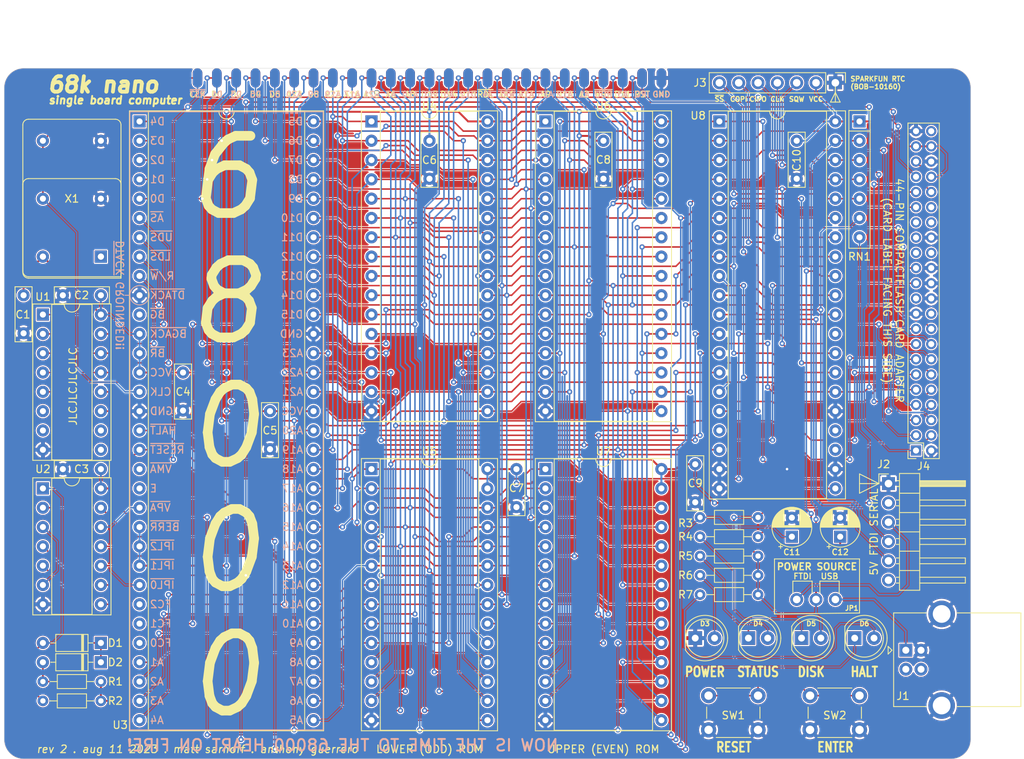
<source format=kicad_pcb>
(kicad_pcb (version 20221018) (generator pcbnew)
  (layers (0 "F.Cu" signal) (31 "B.Cu" signal) (34 "B.Paste" user) (35 "F.Paste" user) (36 "B.SilkS" user "B.Silkscreen") (37 "F.SilkS" user "F.Silkscreen") (38 "B.Mask" user) (39 "F.Mask" user) (44 "Edge.Cuts" user))
  (net 0 "")
  (net 1 "GND")
  (net 2 "/~{RESET}")
  (net 3 "VCC")
  (net 4 "/~{A22}")
  (net 5 "/RESET")
  (net 6 "/A22")
  (net 7 "/~{A20}")
  (net 8 "/A20")
  (net 9 "/~{IRQ}")
  (net 10 "/IRQ")
  (net 11 "/~{LDS}")
  (net 12 "/R,~{W}")
  (net 13 "/~{AS}")
  (net 14 "/~{RDU}")
  (net 15 "/~{WRL}")
  (net 16 "/~{WRU}")
  (net 17 "/~{RDL}")
  (net 18 "/~{UDS}")
  (net 19 "/D4")
  (net 20 "/A5")
  (net 21 "/D3")
  (net 22 "/A6")
  (net 23 "/D2")
  (net 24 "/A7")
  (net 25 "/D1")
  (net 26 "/A8")
  (net 27 "/D0")
  (net 28 "/A9")
  (net 29 "/A10")
  (net 30 "/A11")
  (net 31 "/A12")
  (net 32 "/A13")
  (net 33 "/A14")
  (net 34 "Net-(D1-K)")
  (net 35 "/A15")
  (net 36 "/A16")
  (net 37 "/A17")
  (net 38 "/A18")
  (net 39 "/CPUCLK")
  (net 40 "/A19")
  (net 41 "/A21")
  (net 42 "Net-(D3-A)")
  (net 43 "Net-(D4-K)")
  (net 44 "/A23")
  (net 45 "/D15")
  (net 46 "/D14")
  (net 47 "/D13")
  (net 48 "/D12")
  (net 49 "Net-(D4-A)")
  (net 50 "/D11")
  (net 51 "Net-(D5-K)")
  (net 52 "/D10")
  (net 53 "Net-(D6-A)")
  (net 54 "/D9")
  (net 55 "/A1")
  (net 56 "/D8")
  (net 57 "/A2")
  (net 58 "/D7")
  (net 59 "/A3")
  (net 60 "/D6")
  (net 61 "/A4")
  (net 62 "/D5")
  (net 65 "Net-(J1-VBUS)")
  (net 67 "Net-(J2-Pin_3)")
  (net 69 "/~{HALT}")
  (net 70 "/~{CFLED}")
  (net 71 "/CFIRQ")
  (net 76 "/RXD")
  (net 77 "/TXD")
  (net 80 "/~{BTN1}")
  (net 89 "/RTC_CIPO")
  (net 90 "/RTC_SQW")
  (net 91 "/~{RTC_SS}")
  (net 92 "/RTC_CLK")
  (net 93 "/RTC_COPI")
  (net 94 "/~{RESETBTN}")
  (net 99 "Net-(U8-RCLK)")
  (net 103 "Net-(U2-Pad3)")
  (net 105 "Net-(X1-EN)")
  (net 106 "/EXTIRQ")
  (net 107 "Net-(C11-Pad1)")
  (footprint "Button_Switch_THT:SW_PUSH_6mm" (layer "F.Cu") (at 142.24 125.73 180)
    (fp_text reference "SW1")
    (fp_text value "RESET")
  )
  (footprint "Package_DIP:DIP-14_W7.62mm_Socket" (layer "F.Cu") (at 48.26 93.98)
    (fp_text reference "U2")
    (fp_text value "74HC14")
  )
  (footprint "Package_DIP:DIP-16_W7.62mm_Socket" (layer "F.Cu") (at 48.26 71.12)
    (fp_text reference "U1")
    (fp_text value "74HC139")
  )
  (footprint "Package_DIP:DIP-64_W22.86mm_Socket" (layer "F.Cu") (at 60.96 45.72)
    (fp_text reference "U3")
    (fp_text value "TMP68HC000P-12")
  )
  (footprint "Package_DIP:DIP-28_W15.24mm_Socket" (layer "F.Cu") (at 91.44 91.44)
    (fp_text reference "U5")
    (fp_text value "28C256")
  )
  (footprint "Package_DIP:DIP-28_W15.24mm_Socket" (layer "F.Cu") (at 114.3 91.44)
    (fp_text reference "U7")
    (fp_text value "28C256")
  )
  (footprint "Oscillator:Oscillator_DIP-14" (layer "F.Cu") (at 55.88 63.5 90)
    (fp_text reference "X1")
    (fp_text value "12MHz")
  )
  (footprint "Package_DIP:DIP-32_W15.24mm_Socket" (layer "F.Cu") (at 91.44 45.72)
    (fp_text reference "U4")
    (fp_text value "AS6C4008-55PCN")
  )
  (footprint "Package_DIP:DIP-40_W15.24mm_Socket" (layer "F.Cu") (at 137.16 45.72)
    (fp_text reference "U8")
    (fp_text value "TL16C550")
  )
  (footprint "Capacitor_THT:CP_Radial_D5.0mm_P2.50mm" (layer "F.Cu") (at 146.685 100.33 90)
    (fp_text reference "C11")
    (fp_text value "10uF")
  )
  (footprint "Diode_THT:D_DO-35_SOD27_P7.62mm_Horizontal" (layer "F.Cu") (at 55.88 114.3 180)
    (fp_text reference "D1")
    (fp_text value "1N5817")
  )
  (footprint "Diode_THT:D_DO-35_SOD27_P7.62mm_Horizontal" (layer "F.Cu") (at 55.88 116.84 180)
    (fp_text reference "D2")
    (fp_text value "1N5817")
  )
  (footprint "Resistor_THT:R_Axial_DIN0204_L3.6mm_D1.6mm_P7.62mm_Horizontal" (layer "F.Cu") (at 55.88 121.92 180)
    (fp_text reference "R2")
    (fp_text value "10k")
  )
  (footprint "Resistor_THT:R_Axial_DIN0204_L3.6mm_D1.6mm_P7.62mm_Horizontal" (layer "F.Cu") (at 55.88 119.38 180)
    (fp_text reference "R1")
    (fp_text value "10k")
  )
  (footprint "Oscillator:Oscillator_DIP-8" (layer "F.Cu") (at 55.88 63.5 90)
    (fp_text reference "X2" hide)
    (fp_text value "12MHz")
  )
  (footprint "Connector_PinHeader_2.00mm:PinHeader_2x22_P2.00mm_Vertical" (layer "F.Cu") (at 163 47)
    (fp_text reference "J4")
    (fp_text value "CFCARD/IDE")
  )
  (footprint "Connector_PinHeader_2.54mm:PinHeader_1x06_P2.54mm_Horizontal" (layer "F.Cu") (at 159.385 93.345)
    (fp_text reference "J2")
    (fp_text value "5V FTDI SERIAL")
  )
  (footprint "Connector_PinHeader_2.54mm:PinHeader_1x03_P2.54mm_Vertical" (layer "F.Cu") (at 147.32 108.585 90)
    (fp_text reference "JP1")
    (fp_text value "POWER SELECT")
  )
  (footprint "Connector_USB:USB_B_OST_USB-B1HSxx_Horizontal" (layer "F.Cu") (at 161.66 115.26)
    (fp_text reference "J1")
    (fp_text value "USB_B")
  )
  (footprint "Capacitor_THT:C_Rect_L7.0mm_W2.0mm_P5.00mm" (layer "F.Cu") (at 55.88 68.58 180)
    (fp_text reference "C2")
    (fp_text value "0.1uF")
  )
  (footprint "Capacitor_THT:C_Rect_L7.0mm_W2.0mm_P5.00mm" (layer "F.Cu") (at 55.88 91.44 180)
    (fp_text reference "C3")
    (fp_text value "0.1uF")
  )
  (footprint "Capacitor_THT:C_Rect_L7.0mm_W2.0mm_P5.00mm" (layer "F.Cu") (at 78.105 83.82 -90)
    (fp_text reference "C5")
    (fp_text value "0.1uF")
  )
  (footprint "Capacitor_THT:C_Rect_L7.0mm_W2.0mm_P5.00mm" (layer "F.Cu") (at 99.06 48.26 -90)
    (fp_text reference "C6")
    (fp_text value "0.1uF")
  )
  (footprint "Connector_PinHeader_2.54mm:PinHeader_1x07_P2.54mm_Vertical" (layer "F.Cu") (at 152.4 40.64 -90)
    (fp_text reference "J3")
    (fp_text value "RTC (SparkFun BOB-10160)")
  )
  (footprint "Capacitor_THT:C_Rect_L7.0mm_W2.0mm_P5.00mm" (layer "F.Cu") (at 121.92 48.26 -90)
    (fp_text reference "C8")
    (fp_text value "0.1uF")
  )
  (footprint "Capacitor_THT:C_Rect_L7.0mm_W2.0mm_P5.00mm" (layer "F.Cu") (at 133.985 90.805 -90)
    (fp_text reference "C9")
    (fp_text value "0.1uF")
  )
  (footprint "Capacitor_THT:C_Rect_L7.0mm_W2.0mm_P5.00mm" (layer "F.Cu") (at 110.49 91.44 -90)
    (fp_text reference "C7")
    (fp_text value "0.1uF")
  )
  (footprint "Capacitor_THT:C_Rect_L7.0mm_W2.0mm_P5.00mm" (layer "F.Cu") (at 147.32 48.26 -90)
    (fp_text reference "C10")
    (fp_text value "0.1uF")
  )
  (footprint "Capacitor_THT:C_Rect_L7.0mm_W2.0mm_P5.00mm" (layer "F.Cu") (at 66.675 78.74 -90)
    (fp_text reference "C4")
    (fp_text value "0.1uF")
  )
  (footprint "Capacitor_THT:C_Rect_L7.0mm_W2.0mm_P5.00mm" (layer "F.Cu") (at 45.72 68.58 -90)
    (fp_text reference "C1")
    (fp_text value "0.1uF")
  )
  (footprint "Button_Switch_THT:SW_PUSH_6mm" (layer "F.Cu") (at 155.575 125.73 180)
    (fp_text reference "SW2")
    (fp_text value "BTN1")
  )
  (footprint "LED_THT:LED_D5.0mm" (layer "F.Cu") (at 154.94 113.665)
    (fp_text reference "D6")
    (fp_text value "HALT")
  )
  (footprint "LED_THT:LED_D5.0mm" (layer "F.Cu") (at 140.97 113.665)
    (fp_text reference "D4")
    (fp_text value "LED")
  )
  (footprint "Capacitor_THT:CP_Radial_D5.0mm_P2.50mm" (layer "F.Cu") (at 153.035 100.33 90)
    (fp_text reference "C12")
    (fp_text value "10uF")
  )
  (footprint "LED_THT:LED_D5.0mm" (layer "F.Cu") (at 147.955 113.665)
    (fp_text reference "D5")
    (fp_text value "CARD")
  )
  (footprint "LED_THT:LED_D5.0mm" (layer "F.Cu") (at 133.985 113.665)
    (fp_text reference "D3")
    (fp_text value "POWER")
  )
  (footprint "Resistor_THT:R_Axial_DIN0204_L3.6mm_D1.6mm_P7.62mm_Horizontal" (layer "F.Cu") (at 134.62 107.95)
    (fp_text reference "R7")
    (fp_text value "1k*")
  )
  (footprint "Resistor_THT:R_Axial_DIN0204_L3.6mm_D1.6mm_P7.62mm_Horizontal" (layer "F.Cu") (at 134.62 97.79)
    (fp_text reference "R3")
    (fp_text value "1k")
  )
  (footprint "Resistor_THT:R_Axial_DIN0204_L3.6mm_D1.6mm_P7.62mm_Horizontal" (layer "F.Cu") (at 134.62 105.41)
    (fp_text reference "R6")
    (fp_text value "1k*")
  )
  (footprint "Resistor_THT:R_Axial_DIN0204_L3.6mm_D1.6mm_P7.62mm_Horizontal" (layer "F.Cu") (at 142.24 100.33 180)
    (fp_text reference "R4")
    (fp_text value "1k*")
  )
  (footprint "Resistor_THT:R_Axial_DIN0204_L3.6mm_D1.6mm_P7.62mm_Horizontal" (layer "F.Cu") (at 142.24 102.87 180)
    (fp_text reference "R5")
    (fp_text value "1k*")
  )
  (footprint "Resistor_THT:R_Array_SIP7" (layer "F.Cu") (at 155.575 45.72 -90)
    (fp_text reference "RN1")
    (fp_text value "10k")
  )
  (footprint "PadRows:PadRow_1x25_P2.54mm" (layer "F.Cu") (at 99.06 43.815)
    (fp_text reference "J5" hide)
    (fp_text value "EXPANSION (F.Cu)" hide)
  )
  (footprint "Package_DIP:DIP-32_W15.24mm_Socket" (layer "F.Cu") (at 114.3 45.72)
    (fp_text reference "U6")
    (fp_text value "AS6C4008-55PCN")
  )
  (footprint "PadRows:PadRow_1x25_P2.54mm" (layer "B.Cu") (at 99.06 36.195)
    (fp_text reference "J6" hide)
    (fp_text value "EXPANSION (B.Cu)" hide)
  )
  (gr_line (start 59.69 125.73) (end 59.69 44.45) (stroke (width 0.12)) (layer "B.SilkS"))
  (gr_line (start 59.055 68.58) (end 59.69 68.58) (stroke (width 0.12)) (layer "B.SilkS"))
  (gr_line (start 85.09 44.45) (end 85.09 125.73) (stroke (width 0.12)) (layer "B.SilkS"))
  (gr_line (start 85.09 125.73) (end 59.69 125.73) (stroke (width 0.12)) (layer "B.SilkS"))
  (gr_line (start 59.69 44.45) (end 85.09 44.45) (stroke (width 0.12)) (layer "B.SilkS"))
  (gr_circle (center 60.96 68.58) (end 62.23 68.58) (stroke (width 0.12)) (fill none) (layer "B.SilkS"))
  (gr_line (start 153.035 43.18) (end 152.4 41.91) (stroke (width 0.12)) (layer "F.SilkS"))
  (gr_line (start 155.575 94.615) (end 158.115 93.345) (stroke (width 0.12)) (layer "F.SilkS"))
  (gr_line (start 155.575 93.345) (end 158.115 93.345) (stroke (width 0.12)) (layer "F.SilkS"))
  (gr_line (start 152.908 106.172) (end 152.908 107.696) (stroke (width 0.12)) (layer "F.SilkS"))
  (gr_line (start 144.399 103.251) (end 155.575 103.251) (stroke (width 0.12)) (layer "F.SilkS"))
  (gr_line (start 150.368 107.696) (end 150.368 106.172) (stroke (width 0.12)) (layer "F.SilkS"))
  (gr_line (start 155.575 92.075) (end 155.575 94.615) (stroke (width 0.12)) (layer "F.SilkS"))
  (gr_line (start 158.115 93.345) (end 155.575 92.075) (stroke (width 0.12)) (layer "F.SilkS"))
  (gr_line (start 155.575 110.363) (end 144.399 110.49) (stroke (width 0.12)) (layer "F.SilkS"))
  (gr_line (start 151.765 43.18) (end 153.035 43.18) (stroke (width 0.12)) (layer "F.SilkS"))
  (gr_line (start 155.575 103.251) (end 155.575 110.363) (stroke (width 0.12)) (layer "F.SilkS"))
  (gr_line (start 152.4 41.91) (end 151.765 43.18) (stroke (width 0.12)) (layer "F.SilkS"))
  (gr_line (start 144.399 110.49) (end 144.399 103.251) (stroke (width 0.12)) (layer "F.SilkS"))
  (gr_line (start 149.352 106.172) (end 149.352 107.696) (stroke (width 0.12)) (layer "F.SilkS"))
  (gr_line (start 150.368 106.172) (end 152.908 106.172) (stroke (width 0.12)) (layer "F.SilkS"))
  (gr_line (start 146.812 106.172) (end 146.812 107.696) (stroke (width 0.12)) (layer "F.SilkS"))
  (gr_line (start 152.4 43.18) (end 152.4 40.64) (stroke (width 0.12)) (layer "F.SilkS"))
  (gr_line (start 149.352 106.172) (end 146.812 106.172) (stroke (width 0.12)) (layer "F.SilkS"))
  (gr_line (start 170.18 41.275) (end 170.18 127) (stroke (width 0.05)) (layer "Edge.Cuts"))
  (gr_arc (start 45.72 129.54) (mid 43.923949 128.796051) (end 43.18 127) (stroke (width 0.05)) (layer "Edge.Cuts"))
  (gr_line (start 45.72 38.735) (end 167.64 38.735) (stroke (width 0.05)) (layer "Edge.Cuts"))
  (gr_arc (start 170.18 127) (mid 169.436051 128.796051) (end 167.64 129.54) (stroke (width 0.05)) (layer "Edge.Cuts"))
  (gr_arc (start 167.64 38.735) (mid 169.436051 39.478949) (end 170.18 41.275) (stroke (width 0.05)) (layer "Edge.Cuts"))
  (gr_arc (start 43.18 41.275) (mid 43.923949 39.478949) (end 45.72 38.735) (stroke (width 0.05)) (layer "Edge.Cuts"))
  (gr_line (start 167.64 129.54) (end 45.72 129.54) (stroke (width 0.05)) (layer "Edge.Cuts"))
  (gr_line (start 43.18 127) (end 43.18 41.275) (stroke (width 0.05)) (layer "Edge.Cuts"))
  (gr_text "D3" (at 62.23 48.26) (layer "B.SilkS") (effects (font (size 1 1)) (justify right mirror)))
  (gr_text "D2" (at 62.23 50.8) (layer "B.SilkS") (effects (font (size 1 1)) (justify right mirror)))
  (gr_text "D1" (at 62.23 53.34) (layer "B.SilkS") (effects (font (size 1 1)) (justify right mirror)))
  (gr_text "D0" (at 62.23 55.88) (layer "B.SilkS") (effects (font (size 1 1)) (justify right mirror)))
  (gr_text "~{AS}" (at 62.23 58.42) (layer "B.SilkS") (effects (font (size 1 1)) (justify right mirror)))
  (gr_text "~{UDS}" (at 62.23 60.96) (layer "B.SilkS") (effects (font (size 1 1)) (justify right mirror)))
  (gr_text "~{LDS}" (at 62.23 63.5) (layer "B.SilkS") (effects (font (size 1 1)) (justify right mirror)))
  (gr_text "R/~{W}" (at 62.23 66.04) (layer "B.SilkS") (effects (font (size 1 1)) (justify right mirror)))
  (gr_text "~{DTACK}" (at 62.23 68.58) (layer "B.SilkS") (effects (font (size 1 1)) (justify right mirror)))
  (gr_text "~{BG}" (at 62.23 71.12) (layer "B.SilkS") (effects (font (size 1 1)) (justify right mirror)))
  (gr_text "~{BGACK}" (at 62.23 73.66) (layer "B.SilkS") (effects (font (size 1 1)) (justify right mirror)))
  (gr_text "~{BR}" (at 62.23 76.2) (layer "B.SilkS") (effects (font (size 1 1)) (justify right mirror)))
  (gr_text "VCC" (at 62.23 78.74) (layer "B.SilkS") (effects (font (size 1 1)) (justify right mirror)))
  (gr_text "CLK" (at 62.23 81.28) (layer "B.SilkS") (effects (font (size 1 1)) (justify right mirror)))
  (gr_text "GND" (at 62.23 83.82) (layer "B.SilkS") (effects (font (size 1 1)) (justify right mirror)))
  (gr_text "~{HALT}" (at 62.23 86.36) (layer "B.SilkS") (effects (font (size 1 1)) (justify right mirror)))
  (gr_text "~{RESET}" (at 62.23 88.9) (layer "B.SilkS") (effects (font (size 1 1)) (justify right mirror)))
  (gr_text "~{VMA}" (at 62.23 91.44) (layer "B.SilkS") (effects (font (size 1 1)) (justify right mirror)))
  (gr_text "E" (at 62.23 93.98) (layer "B.SilkS") (effects (font (size 1 1)) (justify right mirror)))
  (gr_text "~{VPA}" (at 62.23 96.52) (layer "B.SilkS") (effects (font (size 1 1)) (justify right mirror)))
  (gr_text "~{BERR}" (at 62.23 99.06) (layer "B.SilkS") (effects (font (size 1 1)) (justify right mirror)))
  (gr_text "~{IPL2}" (at 62.23 101.6) (layer "B.SilkS") (effects (font (size 1 1)) (justify right mirror)))
  (gr_text "~{IPL1}" (at 62.23 104.14) (layer "B.SilkS") (effects (font (size 1 1)) (justify right mirror)))
  (gr_text "~{IPL0}" (at 62.23 106.68) (layer "B.SilkS") (effects (font (size 1 1)) (justify right mirror)))
  (gr_text "FC2" (at 62.23 109.22) (layer "B.SilkS") (effects (font (size 1 1)) (justify right mirror)))
  (gr_text "FC1" (at 62.23 111.76) (layer "B.SilkS") (effects (font (size 1 1)) (justify right mirror)))
  (gr_text "FC0" (at 62.23 114.3) (layer "B.SilkS") (effects (font (size 1 1)) (justify right mirror)))
  (gr_text "A1" (at 62.23 116.84) (layer "B.SilkS") (effects (font (size 1 1)) (justify right mirror)))
  (gr_text "A2" (at 62.23 119.38) (layer "B.SilkS") (effects (font (size 1 1)) (justify right mirror)))
  (gr_text "A3" (at 62.23 121.92) (layer "B.SilkS") (effects (font (size 1 1)) (justify right mirror)))
  (gr_text "A4" (at 62.23 124.46) (layer "B.SilkS") (effects (font (size 1 1)) (justify right mirror)))
  (gr_text "A5" (at 82.55 124.46) (layer "B.SilkS") (effects (font (size 1 1)) (justify left mirror)))
  (gr_text "A6" (at 82.55 121.92) (layer "B.SilkS") (effects (font (size 1 1)) (justify left mirror)))
  (gr_text "A7" (at 82.55 119.38) (layer "B.SilkS") (effects (font (size 1 1)) (justify left mirror)))
  (gr_text "A8" (at 82.55 116.84) (layer "B.SilkS") (effects (font (size 1 1)) (justify left mirror)))
  (gr_text "A9" (at 82.55 114.3) (layer "B.SilkS") (effects (font (size 1 1)) (justify left mirror)))
  (gr_text "A10" (at 82.55 111.76) (layer "B.SilkS") (effects (font (size 1 1)) (justify left mirror)))
  (gr_text "A11" (at 82.55 109.22) (layer "B.SilkS") (effects (font (size 1 1)) (justify left mirror)))
  (gr_text "A12" (at 82.55 106.68) (layer "B.SilkS") (effects (font (size 1 1)) (justify left mirror)))
  (gr_text "A13" (at 82.55 104.14) (layer "B.SilkS") (effects (font (size 1 1)) (justify left mirror)))
  (gr_text "A14" (at 82.55 101.6) (layer "B.SilkS") (effects (font (size 1 1)) (justify left mirror)))
  (gr_text "A15" (at 82.55 99.06) (layer "B.SilkS") (effects (font (size 1 1)) (justify left mirror)))
  (gr_text "A16" (at 82.55 96.52) (layer "B.SilkS") (effects (font (size 1 1)) (justify left mirror)))
  (gr_text "A17" (at 82.55 93.98) (layer "B.SilkS") (effects (font (size 1 1)) (justify left mirror)))
  (gr_text "A18" (at 82.55 91.44) (layer "B.SilkS") (effects (font (size 1 1)) (justify left mirror)))
  (gr_text "A19" (at 82.55 88.9) (layer "B.SilkS") (effects (font (size 1 1)) (justify left mirror)))
  (gr_text "A20" (at 82.55 86.36) (layer "B.SilkS") (effects (font (size 1 1)) (justify left mirror)))
  (gr_text "VCC" (at 82.55 83.82) (layer "B.SilkS") (effects (font (size 1 1)) (justify left mirror)))
  (gr_text "A21" (at 82.55 81.28) (layer "B.SilkS") (effects (font (size 1 1)) (justify left mirror)))
  (gr_text "A22" (at 82.55 78.74) (layer "B.SilkS") (effects (font (size 1 1)) (justify left mirror)))
  (gr_text "A23" (at 82.55 76.2) (layer "B.SilkS") (effects (font (size 1 1)) (justify left mirror)))
  (gr_text "GND" (at 82.55 73.66) (layer "B.SilkS") (effects (font (size 1 1)) (justify left mirror)))
  (gr_text "D15" (at 82.55 71.12) (layer "B.SilkS") (effects (font (size 1 1)) (justify left mirror)))
  (gr_text "D14" (at 82.55 68.58) (layer "B.SilkS") (effects (font (size 1 1)) (justify left mirror)))
  (gr_text "D13" (at 82.55 66.04) (layer "B.SilkS") (effects (font (size 1 1)) (justify left mirror)))
  (gr_text "D12" (at 82.55 63.5) (layer "B.SilkS") (effects (font (size 1 1)) (justify left mirror)))
  (gr_text "D11" (at 82.55 60.96) (layer "B.SilkS") (effects (font (size 1 1)) (justify left mirror)))
  (gr_text "D10" (at 82.55 58.42) (layer "B.SilkS") (effects (font (size 1 1)) (justify left mirror)))
  (gr_text "D9" (at 82.55 55.88) (layer "B.SilkS") (effects (font (size 1 1)) (justify left mirror)))
  (gr_text "D8" (at 82.55 53.34) (layer "B.SilkS") (effects (font (size 1 1)) (justify left mirror)))
  (gr_text "D7" (at 82.55 50.8) (layer "B.SilkS") (effects (font (size 1 1)) (justify left mirror)))
  (gr_text "D6" (at 82.55 48.26) (layer "B.SilkS") (effects (font (size 1 1)) (justify left mirror)))
  (gr_text "D5" (at 82.55 45.72) (layer "B.SilkS") (effects (font (size 1 1)) (justify left mirror)))
  (gr_text "GND" (at 129.54 42.164) (layer "B.SilkS") (effects (font (size 0.762 0.762)) (justify mirror)))
  (gr_text "IRQ" (at 127 42.164) (layer "B.SilkS") (effects (font (size 0.762 0.762)) (justify mirror)))
  (gr_text "A3" (at 124.46 42.164) (layer "B.SilkS") (effects (font (size 0.762 0.762)) (justify mirror)))
  (gr_text "~{RDU}" (at 121.92 42.164) (layer "B.SilkS") (effects (font (size 0.762 0.762)) (justify mirror)))
  (gr_text "A1" (at 119.38 42.164) (layer "B.SilkS") (effects (font (size 0.762 0.762)) (justify mirror)))
  (gr_text "A12" (at 116.84 42.164) (layer "B.SilkS") (effects (font (size 0.762 0.762)) (justify mirror)))
  (gr_text "A15" (at 114.3 42.164) (layer "B.SilkS") (effects (font (size 0.762 0.762)) (justify mirror)))
  (gr_text "A14" (at 111.76 42.164) (layer "B.SilkS") (effects (font (size 0.762 0.762)) (justify mirror)))
  (gr_text "~{WRL}" (at 109.22 42.164) (layer "B.SilkS") (effects (font (size 0.762 0.762)) (justify mirror)))
  (gr_text "A4" (at 106.68 42.164) (layer "B.SilkS") (effects (font (size 0.762 0.762)) (justify mirror)))
  (gr_text "D12" (at 104.14 42.164) (layer "B.SilkS") (effects (font (size 0.762 0.762)) (justify mirror)))
  (gr_text "A5" (at 101.6 42.164) (layer "B.SilkS") (effects (font (size 0.762 0.762)) (justify mirror)))
  (gr_text "VCC" (at 99.06 42.164) (layer "B.SilkS") (effects (font (size 0.762 0.762)) (justify mirror)))
  (gr_text "A10" (at 96.52 42.164) (layer "B.SilkS") (effects (font (size 0.762 0.762)) (justify mirror)))
  (gr_text "A7" (at 93.98 42.164) (layer "B.SilkS") (effects (font (size 0.762 0.762)) (justify mirror)))
  (gr_text "A21" (at 91.44 42.164) (layer "B.SilkS") (effects (font (size 0.762 0.762)) (justify mirror)))
  (gr_text "A17" (at 88.9 42.164) (layer "B.SilkS") (effects (font (size 0.762 0.762)) (justify mirror)))
  (gr_text "A19" (at 86.36 42.164) (layer "B.SilkS") (effects (font (size 0.762 0.762)) (justify mirror)))
  (gr_text "D9" (at 83.82 42.164) (layer "B.SilkS") (effects (font (size 0.762 0.762)) (justify mirror)))
  (gr_text "A20" (at 81.28 42.164) (layer "B.SilkS") (effects (font (size 0.762 0.762)) (justify mirror)))
  (gr_text "D7" (at 78.74 42.164) (layer "B.SilkS") (effects (font (size 0.762 0.762)) (justify mirror)))
  (gr_text "D5" (at 76.2 42.164) (layer "B.SilkS") (effects (font (size 0.762 0.762)) (justify mirror)))
  (gr_text "D3" (at 73.66 42.164) (layer "B.SilkS") (effects (font (size 0.762 0.762)) (justify mirror)))
  (gr_text "D1" (at 71.12 42.164) (layer "B.SilkS") (effects (font (size 0.762 0.762)) (justify mirror)))
  (gr_text "~{RST}" (at 68.58 42.164) (layer "B.SilkS") (effects (font (size 0.762 0.762)) (justify mirror)))
  (gr_text "~{DTACK} GROUNDED!!" (at 58.42 68.58 90) (layer "B.SilkS") (effects (font (size 1 1)) (justify mirror)))
  (gr_text "NOW IS THE TIME TO THE 68000 HEART ON FIRE!" (at 87.63 127.762) (layer "B.SilkS") (effects (font (size 1.524 1.524) (thickness 0.254)) (justify mirror)))
  (gr_text "D4" (at 62.23 45.72) (layer "B.SilkS") (effects (font (size 1 1)) (justify right mirror)))
  (gr_text "6\n8\n0\n0\n0" (at 72.39 85.852) (layer "F.SilkS") (effects (font (size 10.16 10.16) (thickness 1.27) italic)))
  (gr_text "SQW" (at 147.32 42.799) (layer "F.SilkS") (effects (font (size 0.635 0.635))))
  (gr_text "CLK" (at 144.78 42.799) (layer "F.SilkS") (effects (font (size 0.635 0.635))))
  (gr_text "CIPO" (at 142.24 42.799) (layer "F.SilkS") (effects (font (size 0.635 0.635))))
  (gr_text "COPI" (at 139.7 42.799) (layer "F.SilkS") (effects (font (size 0.635 0.635))))
  (gr_text "~{SS}" (at 137.16 42.799) (layer "F.SilkS") (effects (font (size 0.635 0.635))))
  (gr_text "HALT" (at 156.21 118.11) (layer "F.SilkS") (effects (font (size 1.27 1.016) (thickness 0.254))))
  (gr_text "STATUS" (at 142.24 118.11) (layer "F.SilkS") (effects (font (size 1.27 1.016) (thickness 0.254))))
  (gr_text "DISK" (at 149.225 118.11) (layer "F.SilkS") (effects (font (size 1.27 1.016) (thickness 0.254))))
  (gr_text "RESET" (at 139.065 128.016) (layer "F.SilkS") (effects (font (size 1.27 1.016) (thickness 0.254))))
  (gr_text "ENTER" (at 152.4 128.016) (layer "F.SilkS") (effects (font (size 1.27 1.016) (thickness 0.254))))
  (gr_text "FTDI" (at 148.082 105.537) (layer "F.SilkS") (effects (font (size 0.762 0.762))))
  (gr_text "POWER SOURCE" (at 149.987 104.267) (layer "F.SilkS") (effects (font (size 0.889 0.889) (thickness 0.1905))))
  (gr_text "LOWER (ODD) ROM" (at 99.06 128.27) (layer "F.SilkS") (effects (font (size 1 1))))
  (gr_text "68k nano" (at 56.261 40.894) (layer "F.SilkS") (effects (font (size 2.032 2.032) (thickness 0.508) italic)))
  (gr_text "single board computer" (at 57.785 42.926) (layer "F.SilkS") (effects (font (size 1.016 1.016) (thickness 0.254) italic)))
  (gr_text "D0" (at 71.12 42.164) (layer "F.SilkS") (effects (font (size 0.762 0.762))))
  (gr_text "D2" (at 73.66 42.164) (layer "F.SilkS") (effects (font (size 0.762 0.762))))
  (gr_text "D4" (at 76.2 42.164) (layer "F.SilkS") (effects (font (size 0.762 0.762))))
  (gr_text "D6" (at 78.74 42.164) (layer "F.SilkS") (effects (font (size 0.762 0.762))))
  (gr_text "A22" (at 81.28 42.164) (layer "F.SilkS") (effects (font (size 0.762 0.762))))
  (gr_text "D8" (at 83.82 42.164) (layer "F.SilkS") (effects (font (size 0.762 0.762))))
  (gr_text "A23" (at 86.36 42.164) (layer "F.SilkS") (effects (font (size 0.762 0.762))))
  (gr_text "A16" (at 88.9 42.164) (layer "F.SilkS") (effects (font (size 0.762 0.762))))
  (gr_text "A18" (at 91.44 42.164) (layer "F.SilkS") (effects (font (size 0.762 0.762))))
  (gr_text "A6" (at 93.98 42.164) (layer "F.SilkS") (effects (font (size 0.762 0.762))))
  (gr_text "A8" (at 96.52 42.164) (layer "F.SilkS") (effects (font (size 0.762 0.762))))
  (gr_text "D15" (at 99.06 42.164) (layer "F.SilkS") (effects (font (size 0.762 0.762))))
  (gr_text "D14" (at 101.6 42.164) (layer "F.SilkS") (effects (font (size 0.762 0.762))))
  (gr_text "D13" (at 104.14 42.164) (layer "F.SilkS") (effects (font (size 0.762 0.762))))
  (gr_text "~{RDL}" (at 106.426 42.164) (layer "F.SilkS") (effects (font (size 0.762 0.762))))
  (gr_text "A11" (at 109.22 42.164) (layer "F.SilkS") (effects (font (size 0.762 0.762))))
  (gr_text "A13" (at 111.76 42.164) (layer "F.SilkS") (effects (font (size 0.762 0.762))))
  (gr_text "A9" (at 114.3 42.164) (layer "F.SilkS") (effects (font (size 0.762 0.762))))
  (gr_text "D10" (at 116.84 42.164) (layer "F.SilkS") (effects (font (size 0.762 0.762))))
  (gr_text "A2" (at 119.38 42.164) (layer "F.SilkS") (effects (font (size 0.762 0.762))))
  (gr_text "~{WRU}" (at 121.92 42.164) (layer "F.SilkS") (effects (font (size 0.762 0.762))))
  (gr_text "D11" (at 124.46 42.164) (layer "F.SilkS") (effects (font (size 0.762 0.762))))
  (gr_text "RST" (at 127 42.164) (layer "F.SilkS") (effects (font (size 0.762 0.762))))
  (gr_text "GND" (at 129.54 42.164) (layer "F.SilkS") (effects (font (size 0.762 0.762))))
  (gr_text "5V FTDI SERIAL" (at 157.48 99.695 90) (layer "F.SilkS") (effects (font (size 1 1))))
  (gr_text "SPARKFUN RTC\n(BOB-10160)" (at 154.305 40.64) (layer "F.SilkS") (effects (font (size 0.635 0.635)) (justify left)))
  (gr_text "CLK" (at 68.58 42.164) (layer "F.SilkS") (effects (font (size 0.762 0.762))))
  (gr_text "VCC" (at 149.86 42.799) (layer "F.SilkS") (effects (font (size 0.635 0.635))))
  (gr_text "44-PIN COMPACTFLASH CARD ADAPTER\n(CARD LABEL FACING THIS SIDE)" (at 160.02 67.945 270) (layer "F.SilkS") (effects (font (size 1 1))))
  (gr_text "JLCJLCJLCJLC" (at 52.8 85.8 90) (layer "F.SilkS") (effects (font (size 1 1)) (justify left bottom)))
  (gr_text "POWER" (at 135.255 118.11) (layer "F.SilkS") (effects (font (size 1.27 1.016) (thickness 0.254))))
  (gr_text "UPPER (EVEN) ROM" (at 121.92 128.27) (layer "F.SilkS") (effects (font (size 1 1))))
  (gr_text "rev 2 . aug 11 2023 . matt sarnoff . anthony guerrero" (at 68.58 128.27) (layer "F.SilkS") (effects (font (size 1 1) (thickness 0.15) italic)))
  (gr_text "USB" (at 151.638 105.537) (layer "F.SilkS") (effects (font (size 0.762 0.762))))
  (segment (start 152.4 91.44) (end 146.05 91.44) (width 0.254) (layer "F.Cu") (net 1))
  (via (at 146.05 91.44) (size 0.6858) (drill 0.3302) (layers "F.Cu" "B.Cu") (net 1))
  (via (at 97.79 75.565) (size 0.6858) (drill 0.3302) (layers "F.Cu" "B.Cu") (net 1))
  (segment (start 59.69 90.17) (end 60.96 88.9) (width 0.2) (layer "F.Cu") (net 2))
  (segment (start 48.26 114.3) (end 46.99 115.57) (width 0.2) (layer "F.Cu") (net 2))
  (segment (start 50.165 93.98) (end 53.975 90.17) (width 0.2) (layer "F.Cu") (net 2))
  (segment (start 46.99 120.65) (end 48.26 121.92) (width 0.2) (layer "F.Cu") (net 2))
  (segment (start 53.975 90.17) (end 59.69 90.17) (width 0.2) (layer "F.Cu") (net 2))
  (segment (start 156.845 43.815) (end 67.31 43.815) (width 0.2) (layer "F.Cu") (net 2))
  (segment (start 48.26 93.98) (end 50.165 93.98) (width 0.2) (layer "F.Cu") (net 2))
  (segment (start 46.99 115.57) (end 46.99 120.65) (width 0.2) (layer "F.Cu") (net 2))
  (segment (start 60.96 88.9) (end 64.135 88.9) (width 0.2) (layer "F.Cu") (net 2))
  (segment (start 64.135 88.9) (end 65.405 90.17) (width 0.2) (layer "F.Cu") (net 2))
  (via (at 156.845 43.815) (size 0.6858) (drill 0.3302) (layers "F.Cu" "B.Cu") (net 2))
  (via (at 67.31 43.815) (size 0.6858) (drill 0.3302) (layers "F.Cu" "B.Cu") (net 2))
  (via (at 65.405 90.17) (size 0.6858) (drill 0.3302) (layers "F.Cu" "B.Cu") (net 2))
  (segment (start 68.58 42.545) (end 65.405 45.72) (width 0.2) (layer "B.Cu") (net 2))
  (segment (start 163 89) (end 159.485 89) (width 0.2) (layer "B.Cu") (net 2))
  (segment (start 159.485 89) (end 156.21 85.725) (width 0.2) (layer "B.Cu") (net 2))
  (segment (start 50.8 95.25) (end 50.8 113.03) (width 0.2) (layer "B.Cu") (net 2))
  (segment (start 156.845 69.85) (end 156.845 43.815) (width 0.2) (layer "B.Cu") (net 2))
  (segment (start 50.8 113.03) (end 49.53 114.3) (width 0.2) (layer "B.Cu") (net 2))
  (segment (start 156.21 70.485) (end 156.845 69.85) (width 0.2) (layer "B.Cu") (net 2))
  (segment (start 49.53 114.3) (end 48.26 114.3) (width 0.2) (layer "B.Cu") (net 2))
  (segment (start 49.53 93.98) (end 50.8 95.25) (width 0.2) (layer "B.Cu") (net 2))
  (segment (start 68.58 40.005) (end 68.58 42.545) (width 0.2) (layer "B.Cu") (net 2))
  (segment (start 156.21 85.725) (end 156.21 70.485) (width 0.2) (layer "B.Cu") (net 2))
  (segment (start 48.26 93.98) (end 49.53 93.98) (width 0.2) (layer "B.Cu") (net 2))
  (segment (start 65.405 90.17) (end 65.405 45.72) (width 0.2) (layer "B.Cu") (net 2))
  (segment (start 118.745 90.17) (end 128.27 90.17) (width 0.254) (layer "F.Cu") (net 3))
  (segment (start 124.46 44.45) (end 125.73 45.72) (width 0.254) (layer "F.Cu") (net 3))
  (segment (start 131.445 91.44) (end 132.08 90.805) (width 0.254) (layer "F.Cu") (net 3))
  (segment (start 125.73 45.72) (end 129.54 45.72) (width 0.254) (layer "F.Cu") (net 3))
  (segment (start 132.08 45.72) (end 133.35 44.45) (width 0.254) (layer "F.Cu") (net 3))
  (segment (start 136.525 95.885) (end 138.43 95.885) (width 0.254) (layer "F.Cu") (net 3))
  (segment (start 158.75 45.72) (end 155.575 45.72) (width 0.254) (layer "F.Cu") (net 3))
  (segment (start 121.92 48.26) (end 120.65 48.26) (width 0.254) (layer "F.Cu") (net 3))
  (segment (start 129.54 91.44) (end 131.445 91.44) (width 0.254) (layer "F.Cu") (net 3))
  (segment (start 110.49 91.44) (end 106.68 91.44) (width 0.254) (layer "F.Cu") (net 3))
  (segment (start 163 49) (end 165 49) (width 0.254) (layer "F.Cu") (net 3))
  (segment (start 153.035 103.505) (end 153.035 100.33) (width 0.254) (layer "F.Cu") (net 3))
  (segment (start 139.7 100.33) (end 142.24 102.87) (width 0.254) (layer "F.Cu") (net 3))
  (segment (start 138.43 95.885) (end 139.7 97.155) (width 0.254) (layer "F.Cu") (net 3))
  (segment (start 145.415 45.72) (end 152.4 45.72) (width 0.254) (layer "F.Cu") (net 3))
  (segment (start 139.7 97.155) (end 139.7 100.33) (width 0.254) (layer "F.Cu") (net 3))
  (segment (start 106.68 45.72) (end 109.855 45.72) (width 0.254) (layer "F.Cu") (net 3))
  (segment (start 120.65 48.26) (end 120.015 47.625) (width 0.254) (layer "F.Cu") (net 3))
  (segment (start 113.03 92.71) (end 112.395 93.345) (width 0.254) (layer "F.Cu") (net 3))
  (segment (start 163 49) (end 162.03 49) (width 0.254) (layer "F.Cu") (net 3))
  (segment (start 57.785 93.98) (end 59.055 95.25) (width 0.254) (layer "F.Cu") (net 3))
  (segment (start 112.395 93.345) (end 110.49 93.345) (width 0.254) (layer "F.Cu") (net 3))
  (segment (start 45.72 66.04) (end 48.26 63.5) (width 0.254) (layer "F.Cu") (net 3))
  (segment (start 152.4 45.72) (end 155.575 45.72) (width 0.254) (layer "F.Cu") (net 3))
  (segment (start 102.87 44.45) (end 72.39 44.45) (width 0.254) (layer "F.Cu") (net 3))
  (segment (start 120.015 47.625) (end 118.745 47.625) (width 0.254) (layer "F.Cu") (net 3))
  (segment (start 59.055 95.25) (end 69.85 95.25) (width 0.254) (layer "F.Cu") (net 3))
  (segment (start 55.88 121.92) (end 57.785 121.92) (width 0.254) (layer "F.Cu") (net 3))
  (segment (start 162.03 49) (end 158.75 45.72) (width 0.254) (layer "F.Cu") (net 3))
  (segment (start 55.88 71.12) (end 48.26 63.5) (width 0.254) (layer "F.Cu") (net 3))
  (segment (start 45.72 68.58) (end 45.72 66.04) (width 0.254) (layer "F.Cu") (net 3))
  (segment (start 133.35 44.45) (end 144.145 44.45) (width 0.254) (layer "F.Cu") (net 3))
  (segment (start 104.14 45.72) (end 102.87 44.45) (width 0.254) (layer "F.Cu") (net 3))
  (segment (start 57.785 121.92) (end 59.055 120.65) (width 0.254) (layer "F.Cu") (net 3))
  (segment (start 72.39 83.82) (end 83.82 83.82) (width 0.254) (layer "F.Cu") (net 3))
  (segment (start 118.745 92.71) (end 113.03 92.71) (width 0.254) (layer "F.Cu") (net 3))
  (segment (start 144.145 44.45) (end 145.415 45.72) (width 0.254) (layer "F.Cu") (net 3))
  (segment (start 118.745 44.45) (end 124.46 44.45) (width 0.254) (layer "F.Cu") (net 3))
  (segment (start 55.88 93.98) (end 57.785 93.98) (width 0.254) (layer "F.Cu") (net 3))
  (segment (start 60.96 104.14) (end 72.39 104.14) (width 0.254) (layer "F.Cu") (net 3))
  (segment (start 109.855 45.72) (end 111.125 44.45) (width 0.254) (layer "F.Cu") (net 3))
  (segment (start 128.27 90.17) (end 128.905 90.805) (width 0.254) (layer "F.Cu") (net 3))
  (segment (start 69.85 95.25) (end 72.39 97.79) (width 0.254) (layer "F.Cu") (net 3))
  (segment (start 149.86 108.585) (end 149.86 106.68) (width 0.254) (layer "F.Cu") (net 3))
  (segment (start 106.68 45.72) (end 104.14 45.72) (width 0.254) (layer "F.Cu") (net 3))
  (segment (start 132.08 90.805) (end 133.985 90.805) (width 0.254) (layer "F.Cu") (net 3))
  (segment (start 111.125 44.45) (end 118.745 44.45) (width 0.254) (layer "F.Cu") (net 3))
  (segment (start 149.86 106.68) (end 153.035 103.505) (width 0.254) (layer "F.Cu") (net 3))
  (segment (start 128.905 90.805) (end 129.54 91.44) (width 0.254) (layer "F.Cu") (net 3))
  (segment (start 129.54 45.72) (end 132.08 45.72) (width 0.254) (layer "F.Cu") (net 3))
  (segment (start 60.96 78.74) (end 72.39 78.74) (width 0.254) (layer "F.Cu") (net 3))
  (segment (start 59.055 120.65) (end 72.39 120.65) (width 0.254) (layer "F.Cu") (net 3))
  (segment (start 55.88 121.92) (end 55.88 119.38) (width 0.254) (layer "F.Cu") (net 3))
  (via (at 110.49 93.345) (size 0.6858) (drill 0.3302) (layers "F.Cu" "B.Cu") (net 3))
  (via (at 72.39 97.79) (size 0.6858) (drill 0.3302) (layers "F.Cu" "B.Cu") (net 3))
  (via (at 118.745 47.625) (size 0.6858) (drill 0.3302) (layers "F.Cu" "B.Cu") (net 3))
  (via (at 118.745 44.45) (size 0.6858) (drill 0.3302) (layers "F.Cu" "B.Cu") (net 3))
  (via (at 118.745 92.71) (size 0.6858) (drill 0.3302) (layers "F.Cu" "B.Cu") (net 3))
  (via (at 72.39 120.65) (size 0.6858) (drill 0.3302) (layers "F.Cu" "B.Cu") (net 3))
  (via (at 72.39 104.14) (size 0.6858) (drill 0.3302) (layers "F.Cu" "B.Cu") (net 3))
  (via (at 72.39 83.82) (size 0.6858) (drill 0.3302) (layers "F.Cu" "B.Cu") (net 3))
  (via (at 72.39 78.74) (size 0.6858) (drill 0.3302) (layers "F.Cu" "B.Cu") (net 3))
  (via (at 72.39 44.45) (size 0.6858) (drill 0.3302) (layers "F.Cu" "B.Cu") (net 3))
  (via (at 99.06 44.45) (size 0.6858) (drill 0.3302) (layers "F.Cu" "B.Cu") (net 3))
  (via (at 118.745 90.17) (size 0.6858) (drill 0.3302) (layers "F.Cu" "B.Cu") (net 3))
  (via (at 136.525 95.885) (size 0.6858) (drill 0.3302) (layers "F.Cu" "B.Cu") (net 3))
  (segment (start 150.495 111.125) (end 150.495 113.665) (width 0.254) (layer "B.Cu") (net 3))
  (segment (start 149.86 110.49) (end 150.495 111.125) (width 0.254) (layer "B.Cu") (net 3))
  (segment (start 118.745 90.17) (end 118.745 44.45) (width 0.254) (layer "B.Cu") (net 3))
  (segment (start 165 49) (end 166 49) (width 0.254) (layer "B.Cu") (net 3))
  (segment (start 60.96 73.66) (end 60.96 76.2) (width 0.254) (layer "B.Cu") (net 3))
  (segment (start 59.69 73.66) (end 57.15 71.12) (width 0.254) (layer "B.Cu") (net 3))
  (segment (start 144.78 110.49) (end 149.86 110.49) (width 0.254) (layer "B.Cu") (net 3))
  (segment (start 60.96 104.14) (end 60.96 101.6) (width 0.254) (layer "B.Cu") (net 3))
  (segment (start 72.39 97.79) (end 72.39 104.14) (width 0.254) (layer "B.Cu") (net 3))
  (segment (start 133.985 93.345) (end 136.525 95.885) (width 0.254) (layer "B.Cu") (net 3))
  (segment (start 142.24 107.95) (end 144.78 110.49) (width 0.254) (layer "B.Cu") (net 3))
  (segment (start 149.86 108.585) (end 149.86 110.49) (width 0.254) (layer "B.Cu") (net 3))
  (segment (start 72.39 44.45) (end 72.39 78.74) (width 0.254) (layer "B.Cu") (net 3))
  (segment (start 72.39 104.14) (end 72.39 120.65) (width 0.254) (layer "B.Cu") (net 3))
  (segment (start 55.88 68.58) (end 55.88 71.12) (width 0.254) (layer "B.Cu") (net 3))
  (segment (start 167 52) (end 166 53) (width 0.254) (layer "B.Cu") (net 3))
  (segment (start 106.68 91.44) (end 106.68 92.57137) (width 0.254) (layer "B.Cu") (net 3))
  (segment (start 167 50) (end 167 52) (width 0.254) (layer "B.Cu") (net 3))
  (segment (start 148.59 48.26) (end 151.13 45.72) (width 0.254) (layer "B.Cu") (net 3))
  (segment (start 99.06 44.45) (end 99.06 40.005) (width 0.254) (layer "B.Cu") (net 3))
  (segment (start 147.32 48.26) (end 148.59 48.26) (width 0.254) (layer "B.Cu") (net 3))
  (segment (start 149.86 42.04863) (end 149.86 40.64) (width 0.254) (layer "B.Cu") (net 3))
  (segment (start 133.985 90.805) (end 133.985 93.345) (width 0.254) (layer "B.Cu") (net 3))
  (segment (start 55.88 91.44) (end 55.88 93.98) (width 0.254) (layer "B.Cu") (net 3))
  (segment (start 166 49) (end 167 50) (width 0.254) (layer "B.Cu") (net 3))
  (segment (start 142.24 102.87) (end 142.24 105.41) (width 0.254) (layer "B.Cu") (net 3))
  (segment (start 118.745 90.17) (end 118.745 92.71) (width 0.254) (layer "B.Cu") (net 3))
  (segment (start 106.68 92.57137) (end 106.68 93.98) (width 0.254) (layer "B.Cu") (net 3))
  (segment (start 152.4 45.72) (end 152.4 44.58863) (width 0.254) (layer "B.Cu") (net 3))
  (segment (start 152.4 44.58863) (end 149.86 42.04863) (width 0.254) (layer "B.Cu") (net 3))
  (segment (start 60.96 78.74) (end 60.96 76.2) (width 0.254) (layer "B.Cu") (net 3))
  (segment (start 60.96 100.19137) (end 60.96 101.6) (width 0.254) (layer "B.Cu") (net 3))
  (segment (start 72.39 83.82) (end 72.39 97.79) (width 0.254) (layer "B.Cu") (net 3))
  (segment (start 142.24 107.95) (end 142.24 105.41) (width 0.254) (layer "B.Cu") (net 3))
  (segment (start 166 53) (end 165 53) (width 0.254) (layer "B.Cu") (net 3))
  (segment (start 151.13 45.72) (end 152.4 45.72) (width 0.254) (layer "B.Cu") (net 3))
  (segment (start 72.39 78.74) (end 72.39 83.82) (width 0.254) (layer "B.Cu") (net 3))
  (segment (start 110.49 91.44) (end 110.49 93.345) (width 0.254) (layer "B.Cu") (net 3))
  (segment (start 57.15 71.12) (end 55.88 71.12) (width 0.254) (layer "B.Cu") (net 3))
  (segment (start 129.54 91.44) (end 129.54 93.98) (width 0.254) (layer "B.Cu") (net 3))
  (segment (start 60.96 73.66) (end 59.69 73.66) (width 0.254) (layer "B.Cu") (net 3))
  (segment (start 99.06 48.26) (end 99.06 44.45) (width 0.254) (layer "B.Cu") (net 3))
  (segment (start 60.96 99.06) (end 60.96 100.19137) (width 0.254) (layer "B.Cu") (net 3))
  (segment (start 93.345 74.93) (end 88.9 74.93) (width 0.2) (layer "F.Cu") (net 4))
  (segment (start 106.68 71.12) (end 109.855 71.12) (width 0.2) (layer "F.Cu") (net 4))
  (segment (start 111.125 69.85) (end 121.285 69.85) (width 0.2) (layer "F.Cu") (net 4))
  (segment (start 122.555 71.12) (end 129.54 71.12) (width 0.2) (layer "F.Cu") (net 4))
  (segment (start 99.06 70.485) (end 93.345 70.485) (width 0.2) (layer "F.Cu") (net 4))
  (segment (start 109.855 71.12) (end 111.125 69.85) (width 0.2) (layer "F.Cu") (net 4))
  (segment (start 99.695 71.12) (end 99.06 70.485) (width 0.2) (layer "F.Cu") (net 4))
  (segment (start 55.88 109.22) (end 57.785 109.22) (width 0.2) (layer "F.Cu") (net 4))
  (segment (start 121.285 69.85) (end 122.555 71.12) (width 0.2) (layer "F.Cu") (net 4))
  (segment (start 86.36 72.39) (end 67.945 72.39) (width 0.2) (layer "F.Cu") (net 4))
  (segment (start 62.865 110.49) (end 64.135 111.76) (width 0.2) (layer "F.Cu") (net 4))
  (segment (start 57.785 109.22) (end 59.055 110.49) (width 0.2) (layer "F.Cu") (net 4))
  (segment (start 64.135 111.76) (end 67.945 111.76) (width 0.2) (layer "F.Cu") (net 4))
  (segment (start 88.9 74.93) (end 86.36 72.39) (width 0.2) (layer "F.Cu") (net 4))
  (segment (start 59.055 110.49) (end 62.865 110.49) (width 0.2) (layer "F.Cu") (net 4))
  (segment (start 106.68 71.12) (end 99.695 71.12) (width 0.2) (layer "F.Cu") (net 4))
  (via (at 93.345 74.93) (size 0.6858) (drill 0.3302) (layers "F.Cu" "B.Cu") (net 4))
  (via (at 67.945 72.39) (size 0.6858) (drill 0.3302) (layers "F.Cu" "B.Cu") (net 4))
  (via (at 67.945 111.76) (size 0.6858) (drill 0.3302) (layers "F.Cu" "B.Cu") (net 4))
  (via (at 93.345 70.485) (size 0.6858) (drill 0.3302) (layers "F.Cu" "B.Cu") (net 4))
  (segment (start 93.345 74.93) (end 93.345 70.485) (width 0.2) (layer "B.Cu") (net 4))
  (segment (start 67.945 111.76) (end 67.945 72.39) (width 0.2) (layer "B.Cu") (net 4))
  (segment (start 59.69 97.79) (end 69.85 97.79) (width 0.2) (layer "F.Cu") (net 5))
  (segment (start 52.705 95.25) (end 57.15 95.25) (width 0.2) (layer "F.Cu") (net 5))
  (segment (start 48.26 96.52) (end 51.435 96.52) (width 0.2) (layer "F.Cu") (net 5))
  (segment (start 132.715 58.42) (end 133.985 57.15) (width 0.2) (layer "F.Cu") (net 5))
  (segment (start 144.145 57.15) (end 133.985 57.15) (width 0.2) (layer "F.Cu") (net 5))
  (segment (start 57.15 95.25) (end 59.69 97.79) (width 0.2) (layer "F.Cu") (net 5))
  (segment (start 152.4 58.42) (end 145.415 58.42) (width 0.2) (layer "F.Cu") (net 5))
  (segment (start 51.435 96.52) (end 52.705 95.25) (width 0.2) (layer "F.Cu") (net 5))
  (segment (start 132.08 58.42) (end 132.715 58.42) (width 0.2) (layer "F.Cu") (net 5))
  (segment (start 125.73 40.005) (end 127 40.005) (width 0.2) (layer "F.Cu") (net 5))
  (segment (start 69.85 126.365) (end 130.81 126.365) (width 0.2) (layer "F.Cu") (net 5))
  (segment (start 145.415 58.42) (end 144.145 57.15) (width 0.2) (layer "F.Cu") (net 5))
  (via (at 69.85 97.79) (size 0.6858) (drill 0.3302) (layers "F.Cu" "B.Cu") (net 5))
  (via (at 132.08 58.42) (size 0.6858) (drill 0.3302) (layers "F.Cu" "B.Cu") (net 5))
  (via (at 125.73 40.005) (size 0.6858) (drill 0.3302) (layers "F.Cu" "B.Cu") (net 5))
  (via (at 130.81 126.365) (size 0.6858) (drill 0.3302) (layers "F.Cu" "B.Cu") (net 5))
  (via (at 69.85 126.365) (size 0.6858) (drill 0.3302) (layers "F.Cu" "B.Cu") (net 5))
  (segment (start 127.635 57.15) (end 127 56.515) (width 0.2) (layer "B.Cu") (net 5))
  (segment (start 69.85 97.79) (end 69.85 126.365) (width 0.2) (layer "B.Cu") (net 5))
  (segment (start 132.08 76.835) (end 130.81 78.105) (width 0.2) (layer "B.Cu") (net 5))
  (segment (start 130.81 57.15) (end 127.635 57.15) (width 0.2) (layer "B.Cu") (net 5))
  (segment (start 132.08 58.42) (end 130.81 57.15) (width 0.2) (layer "B.Cu") (net 5))
  (segment (start 125.73 42.545) (end 125.73 40.005) (width 0.2) (layer "B.Cu") (net 5))
  (segment (start 132.08 58.42) (end 132.08 76.835) (width 0.2) (layer "B.Cu") (net 5))
  (segment (start 127 43.815) (end 125.73 42.545) (width 0.2) (layer "B.Cu") (net 5))
  (segment (start 127 56.515) (end 127 43.815) (width 0.2) (layer "B.Cu") (net 5))
  (segment (start 130.81 78.105) (end 130.81 126.365) (width 0.2) (layer "B.Cu") (net 5))
  (segment (start 55.88 106.68) (end 57.785 106.68) (width 0.2) (layer "F.Cu") (net 6))
  (segment (start 81.28 40.005) (end 80.01 40.005) (width 0.2) (layer "F.Cu") (net 6))
  (segment (start 62.865 107.95) (end 64.135 109.22) (width 0.2) (layer "F.Cu") (net 6))
  (segment (start 86.995 78.74) (end 88.265 80.01) (width 0.2) (layer "F.Cu") (net 6))
  (segment (start 57.785 106.68) (end 59.055 107.95) (width 0.2) (layer "F.Cu") (net 6))
  (segment (start 137.16 78.74) (end 131.445 78.74) (width 0.2) (layer "F.Cu") (net 6))
  (segment (start 80.01 78.74) (end 83.82 78.74) (width 0.2) (layer "F.Cu") (net 6))
  (segment (start 88.265 80.01) (end 90.17 80.01) (width 0.2) (layer "F.Cu") (net 6))
  (segment (start 83.82 78.74) (end 86.995 78.74) (width 0.2) (layer "F.Cu") (net 6))
  (segment (start 64.135 109.22) (end 80.01 109.22) (width 0.2) (layer "F.Cu") (net 6))
  (segment (start 90.17 86.36) (end 131.445 86.36) (width 0.2) (layer "F.Cu") (net 6))
  (segment (start 59.055 107.95) (end 62.865 107.95) (width 0.2) (layer "F.Cu") (net 6))
  (via (at 80.01 78.74) (size 0.6858) (drill 0.3302) (layers "F.Cu" "B.Cu") (net 6))
  (via (at 90.17 86.36) (size 0.6858) (drill 0.3302) (layers "F.Cu" "B.Cu") (net 6))
  (via (at 131.445 78.74) (size 0.6858) (drill 0.3302) (layers "F.Cu" "B.Cu") (net 6))
  (via (at 80.01 40.005) (size 0.6858) (drill 0.3302) (layers "F.Cu" "B.Cu") (net 6))
  (via (at 80.01 109.22) (size 0.6858) (drill 0.3302) (layers "F.Cu" "B.Cu") (net 6))
  (via (at 90.17 80.01) (size 0.6858) (drill 0.3302) (layers "F.Cu" "B.Cu") (net 6))
  (via (at 131.445 86.36) (size 0.6858) (drill 0.3302) (layers "F.Cu" "B.Cu") (net 6))
  (segment (start 80.01 109.22) (end 80.01 78.74) (width 0.2) (layer "B.Cu") (net 6))
  (segment (start 90.17 80.01) (end 90.17 86.36) (width 0.2) (layer "B.Cu") (net 6))
  (segment (start 131.445 78.74) (end 131.445 86.36) (width 0.2) (layer "B.Cu") (net 6))
  (segment (start 80.01 78.74) (end 80.01 40.005) (width 0.2) (layer "B.Cu") (net 6))
  (segment (start 57.785 104.14) (end 59.055 105.41) (width 0.2) (layer "F.Cu") (net 7))
  (segment (start 157.48 43.18) (end 160.655 46.355) (width 0.2) (layer "F.Cu") (net 7))
  (segment (start 55.88 104.14) (end 57.785 104.14) (width 0.2) (layer "F.Cu") (net 7))
  (segment (start 157.48 43.18) (end 74.93 43.18) (width 0.2) (layer "F.Cu") (net 7))
  (segment (start 59.055 105.41) (end 74.93 105.41) (width 0.2) (layer "F.Cu") (net 7))
  (via (at 74.93 43.18) (size 0.6858) (drill 0.3302) (layers "F.Cu" "B.Cu") (net 7))
  (via (at 74.93 105.41) (size 0.6858) (drill 0.3302) (layers "F.Cu" "B.Cu") (net 7))
  (via (at 160.655 46.355) (size 0.6858) (drill 0.3302) (layers "F.Cu" "B.Cu") (net 7))
  (segment (start 163 53) (end 160.655 50.655) (width 0.2) (layer "B.Cu") (net 7))
  (segment (start 74.93 105.41) (end 74.93 43.18) (width 0.2) (layer "B.Cu") (net 7))
  (segment (start 160.655 50.655) (end 160.655 46.355) (width 0.2) (layer "B.Cu") (net 7))
  (segment (start 78.105 102.87) (end 80.645 105.41) (width 0.2) (layer "F.Cu") (net 8))
  (segment (start 55.88 101.6) (end 57.715685 101.6) (width 0.2) (layer "F.Cu") (net 8))
  (segment (start 80.645 86.36) (end 83.82 86.36) (width 0.2) (layer "F.Cu") (net 8))
  (segment (start 58.985685 102.87) (end 78.105 102.87) (width 0.2) (layer "F.Cu") (net 8))
  (segment (start 57.715685 101.6) (end 58.985685 102.87) (width 0.2) (layer "F.Cu") (net 8))
  (via (at 80.645 86.36) (size 0.6858) (drill 0.3302) (layers "F.Cu" "B.Cu") (net 8))
  (via (at 80.645 105.41) (size 0.6858) (drill 0.3302) (layers "F.Cu" "B.Cu") (net 8))
  (segment (start 81.28 41.91) (end 81.28 40.005) (width 0.2) (layer "B.Cu") (net 8))
  (segment (start 80.645 42.545) (end 81.28 41.91) (width 0.2) (layer "B.Cu") (net 8))
  (segment (start 80.645 86.36) (end 80.645 42.545) (width 0.2) (layer "B.Cu") (net 8))
  (segment (start 80.645 105.41) (end 80.645 86.36) (width 0.2) (layer "B.Cu") (net 8))
  (segment (start 57.15 104.775) (end 57.15 99.06) (width 0.2) (layer "B.Cu") (net 9))
  (segment (start 55.88 99.06) (end 57.15 99.06) (width 0.2) (layer "B.Cu") (net 9))
  (segment (start 57.15 99.06) (end 59.69 96.52) (width 0.2) (layer "B.Cu") (net 9))
  (segment (start 59.69 96.52) (end 60.96 96.52) (width 0.2) (layer "B.Cu") (net 9))
  (segment (start 60.96 106.68) (end 59.055 106.68) (width 0.2) (layer "B.Cu") (net 9))
  (segment (start 59.055 106.68) (end 57.15 104.775) (width 0.2) (layer "B.Cu") (net 9))
  (segment (start 74.295 127) (end 131.445 127) (width 0.2) (layer "F.Cu") (net 10))
  (segment (start 59.69 100.33) (end 60.325 100.33) (width 0.2) (layer "F.Cu") (net 10))
  (segment (start 140.97 69.85) (end 142.24 71.12) (width 0.2) (layer "F.Cu") (net 10))
  (segment (start 55.88 96.52) (end 59.69 100.33) (width 0.2) (layer "F.Cu") (net 10))
  (segment (start 132.715 69.85) (end 140.97 69.85) (width 0.2) (layer "F.Cu") (net 10))
  (segment (start 60.325 100.33) (end 74.295 100.33) (width 0.2) (layer "F.Cu") (net 10))
  (segment (start 142.24 71.12) (end 152.4 71.12) (width 0.2) (layer "F.Cu") (net 10))
  (via (at 131.445 127) (size 0.6858) (drill 0.3302) (layers "F.Cu" "B.Cu") (net 10))
  (via (at 74.295 127) (size 0.6858) (drill 0.3302) (layers "F.Cu" "B.Cu") (net 10))
  (via (at 74.295 100.33) (size 0.6858) (drill 0.3302) (layers "F.Cu" "B.Cu") (net 10))
  (via (at 132.715 69.85) (size 0.6858) (drill 0.3302) (layers "F.Cu" "B.Cu") (net 10))
  (segment (start 74.295 100.33) (end 74.295 127) (width 0.2) (layer "B.Cu") (net 10))
  (segment (start 132.715 87.63) (end 131.445 88.9) (width 0.2) (layer "B.Cu") (net 10))
  (segment (start 132.715 69.85) (end 132.715 87.63) (width 0.2) (layer "B.Cu") (net 10))
  (segment (start 131.445 126.515067) (end 131.445 127) (width 0.2) (layer "B.Cu") (net 10))
  (segment (start 131.445 88.9) (end 131.445 126.515067) (width 0.2) (layer "B.Cu") (net 10))
  (segment (start 63.5 69.85) (end 59.69 69.85) (width 0.2) (layer "F.Cu") (net 11))
  (segment (start 57.15 72.39) (end 54.61 72.39) (width 0.2) (layer "F.Cu") (net 11))
  (segment (start 54.61 72.39) (end 53.34 71.12) (width 0.2) (layer "F.Cu") (net 11))
  (segment (start 53.34 71.12) (end 48.26 71.12) (width 0.2) (layer "F.Cu") (net 11))
  (segment (start 59.69 69.85) (end 57.15 72.39) (width 0.2) (layer "F.Cu") (net 11))
  (via (at 63.5 69.85) (size 0.6858) (drill 0.3302) (layers "F.Cu" "B.Cu") (net 11))
  (segment (start 63.5 69.85) (end 63.5 66.04) (width 0.2) (layer "B.Cu") (net 11))
  (segment (start 63.5 66.04) (end 60.96 63.5) (width 0.2) (layer "B.Cu") (net 11))
  (segment (start 59.055 74.93) (end 62.865 74.93) (width 0.2) (layer "F.Cu") (net 12))
  (segment (start 53.34 76.2) (end 50.8 73.66) (width 0.2) (layer "F.Cu") (net 12))
  (segment (start 55.88 76.2) (end 57.785 76.2) (width 0.2) (layer "F.Cu") (net 12))
  (segment (start 57.785 76.2) (end 59.055 74.93) (width 0.2) (layer "F.Cu") (net 12))
  (segment (start 55.88 76.2) (end 53.34 76.2) (width 0.2) (layer "F.Cu") (net 12))
  (segment (start 50.8 73.66) (end 48.26 73.66) (width 0.2) (layer "F.Cu") (net 12))
  (via (at 62.865 74.93) (size 0.6858) (drill 0.3302) (layers "F.Cu" "B.Cu") (net 12))
  (segment (start 62.865 74.93) (end 62.865 67.945) (width 0.2) (layer "B.Cu") (net 12))
  (segment (start 62.865 67.945) (end 60.96 66.04) (width 0.2) (layer "B.Cu") (net 12))
  (segment (start 50.8 76.2) (end 48.26 76.2) (width 0.2) (layer "F.Cu") (net 13))
  (segment (start 64.285067 77.47) (end 64.77 77.47) (width 0.2) (layer "F.Cu") (net 13))
  (segment (start 55.88 78.74) (end 57.785 78.74) (width 0.2) (layer "F.Cu") (net 13))
  (segment (start 53.34 78.74) (end 50.8 76.2) (width 0.2) (layer "F.Cu") (net 13))
  (segment (start 57.785 78.74) (end 59.055 77.47) (width 0.2) (layer "F.Cu") (net 13))
  (segment (start 55.88 78.74) (end 53.34 78.74) (width 0.2) (layer "F.Cu") (net 13))
  (segment (start 59.055 77.47) (end 64.285067 77.47) (width 0.2) (layer "F.Cu") (net 13))
  (via (at 64.77 77.47) (size 0.6858) (drill 0.3302) (layers "F.Cu" "B.Cu") (net 13))
  (segment (start 60.96 58.42) (end 64.77 62.23) (width 0.2) (layer "B.Cu") (net 13))
  (segment (start 64.77 62.23) (end 64.77 76.985067) (width 0.2) (layer "B.Cu") (net 13))
  (segment (start 64.77 76.985067) (end 64.77 77.47) (width 0.2) (layer "B.Cu") (net 13))
  (segment (start 135.89 90.17) (end 140.97 90.17) (width 0.2) (layer "F.Cu") (net 14))
  (segment (start 152.4 93.98) (end 144.78 93.98) (width 0.2) (layer "F.Cu") (net 14))
  (segment (start 55.88 83.82) (end 57.785 83.82) (width 0.2) (layer "F.Cu") (net 14))
  (segment (start 124.46 66.04) (end 129.54 66.04) (width 0.2) (layer "F.Cu") (net 14))
  (segment (start 64.135 85.09) (end 71.755 92.71) (width 0.2) (layer "F.Cu") (net 14))
  (segment (start 91.091006 89.535) (end 87.916006 92.71) (width 0.2) (layer "F.Cu") (net 14))
  (segment (start 140.97 90.17) (end 143.51 92.71) (width 0.2) (layer "F.Cu") (net 14))
  (segment (start 87.916006 92.71) (end 71.755 92.71) (width 0.2) (layer "F.Cu") (net 14))
  (segment (start 124.46 89.535) (end 91.091006 89.535) (width 0.2) (layer "F.Cu") (net 14))
  (segment (start 57.785 83.82) (end 59.055 85.09) (width 0.2) (layer "F.Cu") (net 14))
  (segment (start 144.78 93.98) (end 143.51 92.71) (width 0.2) (layer "F.Cu") (net 14))
  (segment (start 59.055 85.09) (end 64.135 85.09) (width 0.2) (layer "F.Cu") (net 14))
  (segment (start 135.255 89.535) (end 135.89 90.17) (width 0.2) (layer "F.Cu") (net 14))
  (segment (start 129.54 106.68) (end 124.46 106.68) (width 0.2) (layer "F.Cu") (net 14))
  (segment (start 124.46 89.535) (end 135.255 89.535) (width 0.2) (layer "F.Cu") (net 14))
  (via (at 124.46 66.04) (size 0.6858) (drill 0.3302) (layers "F.Cu" "B.Cu") (net 14))
  (via (at 124.46 89.535) (size 0.6858) (drill 0.3302) (layers "F.Cu" "B.Cu") (net 14))
  (via (at 124.46 106.68) (size 0.6858) (drill 0.3302) (layers "F.Cu" "B.Cu") (net 14))
  (segment (start 124.46 89.535) (end 124.46 66.04) (width 0.2) (layer "B.Cu") (net 14))
  (segment (start 124.46 106.68) (end 124.46 89.535) (width 0.2) (layer "B.Cu") (net 14))
  (segment (start 124.46 57.785) (end 125.095 57.15) (width 0.2) (layer "B.Cu") (net 14))
  (segment (start 124.46 66.04) (end 124.46 57.785) (width 0.2) (layer "B.Cu") (net 14))
  (segment (start 125.095 45.72) (end 121.92 42.545) (width 0.2) (layer "B.Cu") (net 14))
  (segment (start 121.92 42.545) (end 121.92 40.005) (width 0.2) (layer "B.Cu") (net 14))
  (segment (start 125.095 57.15) (end 125.095 45.72) (width 0.2) (layer "B.Cu") (net 14))
  (segment (start 111.125 52.07) (end 119.38 52.07) (width 0.2) (layer "F.Cu") (net 15))
  (segment (start 73.025 87.63) (end 88.265 87.63) (width 0.2) (layer "F.Cu") (net 15))
  (segment (start 88.265 87.63) (end 88.9 88.265) (width 0.2) (layer "F.Cu") (net 15))
  (segment (start 88.9 88.265) (end 119.38 88.265) (width 0.2) (layer "F.Cu") (net 15))
  (segment (start 154.305 67.31) (end 144.145 67.31) (width 0.2) (layer "F.Cu") (net 15))
  (segment (start 135.255 88.265) (end 135.89 87.63) (width 0.2) (layer "F.Cu") (net 15))
  (segment (start 48.26 78.74) (end 51.435 78.74) (width 0.2) (layer "F.Cu") (net 15))
  (segment (start 154.615 67) (end 154.305 67.31) (width 0.2) (layer "F.Cu") (net 15))
  (segment (start 109.855 53.34) (end 111.125 52.07) (width 0.2) (layer "F.Cu") (net 15))
  (segment (start 135.89 87.63) (end 144.145 87.63) (width 0.2) (layer "F.Cu") (net 15))
  (segment (start 106.68 53.34) (end 109.855 53.34) (width 0.2) (layer "F.Cu") (net 15))
  (segment (start 119.38 88.265) (end 135.255 88.265) (width 0.2) (layer "F.Cu") (net 15))
  (segment (start 51.435 78.74) (end 52.705 80.01) (width 0.2) (layer "F.Cu") (net 15))
  (segment (start 52.705 80.01) (end 65.405 80.01) (width 0.2) (layer "F.Cu") (net 15))
  (segment (start 65.405 80.01) (end 73.025 87.63) (width 0.2) (layer "F.Cu") (net 15))
  (segment (start 163 67) (end 154.615 67) (width 0.2) (layer "F.Cu") (net 15))
  (via (at 144.145 67.31) (size 0.6858) (drill 0.3302) (layers "F.Cu" "B.Cu") (net 15))
  (via (at 144.145 87.63) (size 0.6858) (drill 0.3302) (layers "F.Cu" "B.Cu") (net 15))
  (via (at 119.38 52.07) (size 0.6858) (drill 0.3302) (layers "F.Cu" "B.Cu") (net 15))
  (via (at 119.38 88.265) (size 0.6858) (drill 0.3302) (layers "F.Cu" "B.Cu") (net 15))
  (via (at 109.855 53.34) (size 0.6858) (drill 0.3302) (layers "F.Cu" "B.Cu") (net 15))
  (segment (start 109.855 53.34) (end 109.855 43.18) (width 0.2) (layer "B.Cu") (net 15))
  (segment (start 144.145 87.63) (end 144.145 67.31) (width 0.2) (layer "B.Cu") (net 15))
  (segment (start 109.855 43.18) (end 109.22 42.545) (width 0.2) (layer "B.Cu") (net 15))
  (segment (start 109.22 42.545) (end 109.22 40.005) (width 0.2) (layer "B.Cu") (net 15))
  (segment (start 119.38 52.07) (end 119.38 88.265) (width 0.2) (layer "B.Cu") (net 15))
  (segment (start 57.785 81.28) (end 59.055 82.55) (width 0.2) (layer "F.Cu") (net 16))
  (segment (start 87.63 90.17) (end 88.9 88.9) (width 0.2) (layer "F.Cu") (net 16))
  (segment (start 120.65 40.005) (end 121.92 40.005) (width 0.2) (layer "F.Cu") (net 16))
  (segment (start 55.88 81.28) (end 57.785 81.28) (width 0.2) (layer "F.Cu") (net 16))
  (segment (start 63.5 82.55) (end 71.12 90.17) (width 0.2) (layer "F.Cu") (net 16))
  (segment (start 59.055 82.55) (end 63.5 82.55) (width 0.2) (layer "F.Cu") (net 16))
  (segment (start 137.16 88.9) (end 123.825 88.9) (width 0.2) (layer "F.Cu") (net 16))
  (segment (start 125.73 53.34) (end 124.46 54.61) (width 0.2) (layer "F.Cu") (net 16))
  (segment (start 71.12 90.17) (end 87.63 90.17) (width 0.2) (layer "F.Cu") (net 16))
  (segment (start 129.54 53.34) (end 125.73 53.34) (width 0.2) (layer "F.Cu") (net 16))
  (segment (start 88.9 88.9) (end 123.825 88.9) (width 0.2) (layer "F.Cu") (net 16))
  (via (at 120.65 40.005) (size 0.6858) (drill 0.3302) (layers "F.Cu" "B.Cu") (net 16))
  (via (at 124.46 54.61) (size 0.6858) (drill 0.3302) (layers "F.Cu" "B.Cu") (net 16))
  (via (at 123.825 88.9) (size 0.6858) (drill 0.3302) (layers "F.Cu" "B.Cu") (net 16))
  (segment (start 124.46 46.355) (end 124.46 54.125067) (width 0.2) (layer "B.Cu") (net 16))
  (segment (start 123.825 57.15) (end 124.46 56.515) (width 0.2) (layer "B.Cu") (net 16))
  (segment (start 124.46 56.515) (end 124.46 55.094933) (width 0.2) (layer "B.Cu") (net 16))
  (segment (start 120.65 42.545) (end 124.46 46.355) (width 0.2) (layer "B.Cu") (net 16))
  (segment (start 123.825 88.9) (end 123.825 57.15) (width 0.2) (layer "B.Cu") (net 16))
  (segment (start 124.46 54.125067) (end 124.46 54.61) (width 0.2) (layer "B.Cu") (net 16))
  (segment (start 120.65 40.005) (end 120.65 42.545) (width 0.2) (layer "B.Cu") (net 16))
  (segment (start 124.46 55.094933) (end 124.46 54.61) (width 0.2) (layer "B.Cu") (net 16))
  (segment (start 106.68 40.005) (end 105.41 40.005) (width 0.2) (layer "F.Cu") (net 17))
  (segment (start 85.243743 105.41) (end 81.915 105.41) (width 0.2) (layer "F.Cu") (net 17))
  (segment (start 142.24 62.23) (end 144.78 64.77) (width 0.2) (layer "F.Cu") (net 17))
  (segment (start 57.15 85.09) (end 59.69 87.63) (width 0.2) (layer "F.Cu") (net 17))
  (segment (start 109.855 66.04) (end 111.125 64.77) (width 0.2) (layer "F.Cu") (net 17))
  (segment (start 111.125 64.77) (end 131.445 64.77) (width 0.2) (layer "F.Cu") (net 17))
  (segment (start 99.695 106.68) (end 98.425 105.41) (width 0.2) (layer "F.Cu") (net 17))
  (segment (start 106.68 66.04) (end 109.855 66.04) (width 0.2) (layer "F.Cu") (net 17))
  (segment (start 64.135 87.63) (end 81.915 105.41) (width 0.2) (layer "F.Cu") (net 17))
  (segment (start 48.26 81.28) (end 50.8 81.28) (width 0.2) (layer "F.Cu") (net 17))
  (segment (start 105.41 106.68) (end 106.68 106.68) (width 0.2) (layer "F.Cu") (net 17))
  (segment (start 144.78 64.77) (end 154.250203 64.77) (width 0.2) (layer "F.Cu") (net 17))
  (segment (start 92.71 100.33) (end 90.323743 100.33) (width 0.2) (layer "F.Cu") (net 17))
  (segment (start 133.985 62.23) (end 142.24 62.23) (width 0.2) (layer "F.Cu") (net 17))
  (segment (start 59.69 87.63) (end 64.135 87.63) (width 0.2) (layer "F.Cu") (net 17))
  (segment (start 154.480203 65) (end 163 65) (width 0.2) (layer "F.Cu") (net 17))
  (segment (start 98.425 105.41) (end 92.71 105.41) (width 0.2) (layer "F.Cu") (net 17))
  (segment (start 154.250203 64.77) (end 154.480203 65) (width 0.2) (layer "F.Cu") (net 17))
  (segment (start 90.323743 100.33) (end 85.243743 105.41) (width 0.2) (layer "F.Cu") (net 17))
  (segment (start 106.68 66.04) (end 105.41 66.04) (width 0.2) (layer "F.Cu") (net 17))
  (segment (start 54.61 85.09) (end 57.15 85.09) (width 0.2) (layer "F.Cu") (net 17))
  (segment (start 50.8 81.28) (end 54.61 85.09) (width 0.2) (layer "F.Cu") (net 17))
  (segment (start 131.445 64.77) (end 133.985 62.23) (width 0.2) (layer "F.Cu") (net 17))
  (segment (start 105.41 106.68) (end 99.695 106.68) (width 0.2) (layer "F.Cu") (net 17))
  (via (at 105.41 40.005) (size 0.6858) (drill 0.3302) (layers "F.Cu" "B.Cu") (net 17))
  (via (at 92.71 105.41) (size 0.6858) (drill 0.3302) (layers "F.Cu" "B.Cu") (net 17))
  (via (at 105.41 66.04) (size 0.6858) (drill 0.3302) (layers "F.Cu" "B.Cu") (net 17))
  (via (at 92.71 100.33) (size 0.6858) (drill 0.3302) (layers "F.Cu" "B.Cu") (net 17))
  (via (at 105.41 106.68) (size 0.6858) (drill 0.3302) (layers "F.Cu" "B.Cu") (net 17))
  (segment (start 105.41 66.04) (end 105.41 40.005) (width 0.2) (layer "B.Cu") (net 17))
  (segment (start 92.71 105.41) (end 92.71 100.33) (width 0.2) (layer "B.Cu") (net 17))
  (segment (start 105.41 66.04) (end 105.41 106.68) (width 0.2) (layer "B.Cu") (net 17))
  (segment (start 63.650067 72.39) (end 64.135 72.39) (width 0.2) (layer "F.Cu") (net 18))
  (segment (start 59.055 72.39) (end 63.650067 72.39) (width 0.2) (layer "F.Cu") (net 18))
  (segment (start 57.785 73.66) (end 59.055 72.39) (width 0.2) (layer "F.Cu") (net 18))
  (segment (start 55.88 73.66) (end 57.785 73.66) (width 0.2) (layer "F.Cu") (net 18))
  (via (at 64.135 72.39) (size 0.6858) (drill 0.3302) (layers "F.Cu" "B.Cu") (net 18))
  (segment (start 64.135 71.905067) (end 64.135 72.39) (width 0.2) (layer "B.Cu") (net 18))
  (segment (start 60.96 60.96) (end 64.135 64.135) (width 0.2) (layer "B.Cu") (net 18))
  (segment (start 64.135 64.135) (end 64.135 71.905067) (width 0.2) (layer "B.Cu") (net 18))
  (segment (start 144.145 80.01) (end 146.685 82.55) (width 0.2) (layer "F.Cu") (net 19))
  (segment (start 76.2 40.005) (end 74.93 40.005) (width 0.2) (layer "F.Cu") (net 19))
  (segment (start 106.68 81.28) (end 102.87 81.28) (width 0.2) (layer "F.Cu") (net 19))
  (segment (start 60.96 45.72) (end 73.025 45.72) (width 0.2) (layer "F.Cu") (net 19))
  (segment (start 86.995 85.09) (end 92.71 85.09) (width 0.2) (layer "F.Cu") (net 19))
  (segment (start 73.025 82.55) (end 84.455 82.55) (width 0.2) (layer "F.Cu") (net 19))
  (segment (start 92.71 85.09) (end 96.52 81.28) (width 0.2) (layer "F.Cu") (net 19))
  (segment (start 146.685 82.55) (end 156.21 82.55) (width 0.2) (layer "F.Cu") (net 19))
  (segment (start 96.52 81.28) (end 102.87 81.28) (width 0.2) (layer "F.Cu") (net 19))
  (segment (start 109.855 81.28) (end 111.125 80.01) (width 0.2) (layer "F.Cu") (net 19))
  (segment (start 106.68 81.28) (end 109.855 81.28) (width 0.2) (layer "F.Cu") (net 19))
  (segment (start 156.21 82.55) (end 157.76 81) (width 0.2) (layer "F.Cu") (net 19))
  (segment (start 111.125 80.01) (end 144.145 80.01) (width 0.2) (layer "F.Cu") (net 19))
  (segment (start 84.455 82.55) (end 86.995 85.09) (width 0.2) (layer "F.Cu") (net 19))
  (segment (start 157.76 81) (end 163 81) (width 0.2) (layer "F.Cu") (net 19))
  (via (at 73.025 82.55) (size 0.6858) (drill 0.3302) (layers "F.Cu" "B.Cu") (net 19))
  (via (at 74.93 40.005) (size 0.6858) (drill 0.3302) (layers "F.Cu" "B.Cu") (net 19))
  (via (at 73.025 45.72) (size 0.6858) (drill 0.3302) (layers "F.Cu" "B.Cu") (net 19))
  (via (at 102.87 81.28) (size 0.6858) (drill 0.3302) (layers "F.Cu" "B.Cu") (net 19))
  (segment (start 73.025 43.815) (end 74.93 41.91) (width 0.2) (layer "B.Cu") (net 19))
  (segment (start 102.87 118.11) (end 106.68 121.92) (width 0.2) (layer "B.Cu") (net 19))
  (segment (start 74.93 41.91) (end 74.93 40.005) (width 0.2) (layer "B.Cu") (net 19))
  (segment (start 73.025 45.72) (end 73.025 82.55) (width 0.2) (layer "B.Cu") (net 19))
  (segment (start 102.87 81.28) (end 102.87 118.11) (width 0.2) (layer "B.Cu") (net 19))
  (segment (start 73.025 45.72) (end 73.025 43.815) (width 0.2) (layer "B.Cu") (net 19))
  (segment (start 99.06 64.135) (end 99.695 64.77) (width 0.2) (layer "F.Cu") (net 20))
  (segment (start 98.425 63.5) (end 99.06 64.135) (width 0.2) (layer "F.Cu") (net 20))
  (segment (start 111.125 105.41) (end 112.395 104.14) (width 0.2) (layer "F.Cu") (net 20))
  (segment (start 99.695 64.77) (end 109.855 64.77) (width 0.2) (layer "F.Cu") (net 20))
  (segment (start 111.125 63.5) (end 114.3 63.5) (width 0.2) (layer "F.Cu") (net 20))
  (segment (start 98.425 104.14) (end 99.06 104.775) (width 0.2) (layer "F.Cu") (net 20))
  (segment (start 91.44 104.14) (end 98.425 104.14) (width 0.2) (layer "F.Cu") (net 20))
  (segment (start 91.44 63.5) (end 98.425 63.5) (width 0.2) (layer "F.Cu") (net 20))
  (segment (start 99.695 105.41) (end 111.125 105.41) (width 0.2) (layer "F.Cu") (net 20))
  (segment (start 109.855 64.77) (end 111.125 63.5) (width 0.2) (layer "F.Cu") (net 20))
  (segment (start 112.395 104.14) (end 114.3 104.14) (width 0.2) (layer "F.Cu") (net 20))
  (segment (start 99.06 104.775) (end 99.695 105.41) (width 0.2) (layer "F.Cu") (net 20))
  (via (at 99.06 104.775) (size 0.6858) (drill 0.3302) (layers "F.Cu" "B.Cu") (net 20))
  (via (at 99.06 64.135) (size 0.6858) (drill 0.3302) (layers "F.Cu" "B.Cu") (net 20))
  (segment (start 83.82 124.46) (end 85.725 124.46) (width 0.2) (layer "B.Cu") (net 20))
  (segment (start 99.06 64.135) (end 99.06 104.775) (width 0.2) (layer "B.Cu") (net 20))
  (segment (start 89.535 104.14) (end 91.44 104.14) (width 0.2) (layer "B.Cu") (net 20))
  (segment (start 85.725 124.46) (end 87.63 122.555) (width 0.2) (layer "B.Cu") (net 20))
  (segment (start 99.06 64.135) (end 99.06 57.785) (width 0.2) (layer "B.Cu") (net 20))
  (segment (start 100.965 43.18) (end 101.6 42.545) (width 0.2) (layer "B.Cu") (net 20))
  (segment (start 100.965 55.88) (end 100.965 43.18) (width 0.2) (layer "B.Cu") (net 20))
  (segment (start 101.6 42.545) (end 101.6 40.005) (width 0.2) (layer "B.Cu") (net 20))
  (segment (start 87.63 106.045) (end 89.535 104.14) (width 0.2) (layer "B.Cu") (net 20))
  (segment (start 99.06 57.785) (end 100.965 55.88) (width 0.2) (layer "B.Cu") (net 20))
  (segment (start 87.63 122.555) (end 87.63 106.045) (width 0.2) (layer "B.Cu") (net 20))
  (segment (start 154.94 78.74) (end 161.03 78.74) (width 0.2) (layer "F.Cu") (net 21))
  (segment (start 106.68 124.46) (end 95.25 124.46) (width 0.2) (layer "F.Cu") (net 21))
  (segment (start 85.09 85.09) (end 81.28 85.09) (width 0.2) (layer "F.Cu") (net 21))
  (segment (start 161.03 78.74) (end 161.29 79) (width 0.2) (layer "F.Cu") (net 21))
  (segment (start 94.615 125.095) (end 93.98 125.73) (width 0.2) (layer "F.Cu") (net 21))
  (segment (start 95.25 83.82) (end 93.345 85.725) (width 0.2) (layer "F.Cu") (net 21))
  (segment (start 111.125 82.55) (end 144.145 82.55) (width 0.2) (layer "F.Cu") (net 21))
  (segment (start 144.145 82.55) (end 149.225 87.63) (width 0.2) (layer "F.Cu") (net 21))
  (segment (start 93.345 85.725) (end 85.725 85.725) (width 0.2) (layer "F.Cu") (net 21))
  (segment (start 81.28 85.09) (end 71.755 85.09) (width 0.2) (layer "F.Cu") (net 21))
  (segment (start 149.225 87.63) (end 154.94 87.63) (width 0.2) (layer "F.Cu") (net 21))
  (segment (start 60.96 48.26) (end 71.755 48.26) (width 0.2) (layer "F.Cu") (net 21))
  (segment (start 95.25 124.46) (end 94.615 125.095) (width 0.2) (layer "F.Cu") (net 21))
  (segment (start 106.68 83.82) (end 102.235 83.82) (width 0.2) (layer "F.Cu") (net 21))
  (segment (start 102.235 83.82) (end 95.25 83.82) (width 0.2) (layer "F.Cu") (net 21))
  (segment (start 85.725 85.725) (end 85.09 85.09) (width 0.2) (layer "F.Cu") (net 21))
  (segment (start 106.68 83.82) (end 109.855 83.82) (width 0.2) (layer "F.Cu") (net 21))
  (segment (start 93.98 125.73) (end 81.28 125.73) (width 0.2) (layer "F.Cu") (net 21))
  (segment (start 161.29 79) (end 163 79) (width 0.2) (layer "F.Cu") (net 21))
  (segment (start 109.855 83.82) (end 111.125 82.55) (width 0.2) (layer "F.Cu") (net 21))
  (via (at 154.94 87.63) (size 0.6858) (drill 0.3302) (layers "F.Cu" "B.Cu") (net 21))
  (via (at 154.94 78.74) (size 0.6858) (drill 0.3302) (layers "F.Cu" "B.Cu") (net 21))
  (via (at 81.28 85.09) (size 0.6858) (drill 0.3302) (layers "F.Cu" "B.Cu") (net 21))
  (via (at 71.755 48.26) (size 0.6858) (drill 0.3302) (layers "F.Cu" "B.Cu") (net 21))
  (via (at 71.755 85.09) (size 0.6858) (drill 0.3302) (layers "F.Cu" "B.Cu") (net 21))
  (via (at 81.28 125.73) (size 0.6858) (drill 0.3302) (layers "F.Cu" "B.Cu") (net 21))
  (segment (start 73.66 41.7195) (end 71.755 43.6245) (width 0.2) (layer "B.Cu") (net 21))
  (segment (start 71.755 43.6245) (end 71.755 48.26) (width 0.2) (layer "B.Cu") (net 21))
  (segment (start 154.94 78.74) (end 154.94 87.63) (width 0.2) (layer "B.Cu") (net 21))
  (segment (start 73.66 40.005) (end 73.66 41.7195) (width 0.2) (layer "B.Cu") (net 21))
  (segment (start 81.28 125.73) (end 81.28 85.09) (width 0.2) (layer "B.Cu") (net 21))
  (segment (start 71.755 85.09) (end 71.755 48.26) (width 0.2) (layer "B.Cu") (net 21))
  (segment (start 99.695 102.87) (end 111.125 102.87) (width 0.2) (layer "F.Cu") (net 22))
  (segment (start 98.425 101.6) (end 99.695 102.87) (width 0.2) (layer "F.Cu") (net 22))
  (segment (start 93.98 40.005) (end 92.71 40.005) (width 0.2) (layer "F.Cu") (net 22))
  (segment (start 86.995 121.92) (end 88.265 123.19) (width 0.2) (layer "F.Cu") (net 22))
  (segment (start 112.395 101.6) (end 114.3 101.6) (width 0.2) (layer "F.Cu") (net 22))
  (segment (start 95.25 101.6) (end 98.425 101.6) (width 0.2) (layer "F.Cu") (net 22))
  (segment (start 91.44 101.6) (end 95.25 101.6) (width 0.2) (layer "F.Cu") (net 22))
  (segment (start 91.44 60.96) (end 95.25 60.96) (width 0.2) (layer "F.Cu") (net 22))
  (segment (start 109.855 62.23) (end 111.125 60.96) (width 0.2) (layer "F.Cu") (net 22))
  (segment (start 83.82 121.92) (end 86.995 121.92) (width 0.2) (layer "F.Cu") (net 22))
  (segment (start 111.125 102.87) (end 112.395 101.6) (width 0.2) (layer "F.Cu") (net 22))
  (segment (start 99.695 62.23) (end 109.855 62.23) (width 0.2) (layer "F.Cu") (net 22))
  (segment (start 95.25 123.189998) (end 88.264998 123.189998) (width 0.2) (layer "F.Cu") (net 22))
  (segment (start 95.25 60.96) (end 98.425 60.96) (width 0.2) (layer "F.Cu") (net 22))
  (segment (start 98.425 60.96) (end 99.695 62.23) (width 0.2) (layer "F.Cu") (net 22))
  (segment (start 111.125 60.96) (end 114.3 60.96) (width 0.2) (layer "F.Cu") (net 22))
  (via (at 95.25 123.189998) (size 0.6858) (drill 0.3302) (layers "F.Cu" "B.Cu") (net 22))
  (via (at 95.25 101.6) (size 0.6858) (drill 0.3302) (layers "F.Cu" "B.Cu") (net 22))
  (via (at 92.71 40.005) (size 0.6858) (drill 0.3302) (layers "F.Cu" "B.Cu") (net 22))
  (via (at 94.615 60.96) (size 0.6858) (drill 0.3302) (layers "F.Cu" "B.Cu") (net 22))
  (segment (start 95.25 101.6) (end 95.25 78.74) (width 0.2) (layer "B.Cu") (net 22))
  (segment (start 94.615 52.07) (end 95.25 51.435) (width 0.2) (layer "B.Cu") (net 22))
  (segment (start 95.25 101.6) (end 95.25 123.189998) (width 0.2) (layer "B.Cu") (net 22))
  (segment (start 95.25 78.74) (end 94.615 78.105) (width 0.2) (layer "B.Cu") (net 22))
  (segment (start 94.615 60.96) (end 94.615 52.07) (width 0.2) (layer "B.Cu") (net 22))
  (segment (start 95.25 43.815) (end 92.71 41.275) (width 0.2) (layer "B.Cu") (net 22))
  (segment (start 92.71 41.275) (end 92.71 40.005) (width 0.2) (layer "B.Cu") (net 22))
  (segment (start 94.615 78.105) (end 94.615 60.96) (width 0.2) (layer "B.Cu") (net 22))
  (segment (start 95.25 51.435) (end 95.25 43.815) (width 0.2) (layer "B.Cu") (net 22))
  (segment (start 163 77) (end 162.045406 77) (width 0.2) (layer "F.Cu") (net 23))
  (segment (start 91.44 81.28) (end 88.265 81.28) (width 0.2) (layer "F.Cu") (net 23))
  (segment (start 86.995 80.01) (end 70.485 80.01) (width 0.2) (layer "F.Cu") (net 23))
  (segment (start 88.265 81.28) (end 86.995 80.01) (width 0.2) (layer "F.Cu") (net 23))
  (segment (start 91.44 81.28) (end 94.615 81.28) (width 0.2) (layer "F.Cu") (net 23))
  (segment (start 94.615 85.725) (end 133.35 85.725) (width 0.2) (layer "F.Cu") (net 23))
  (segment (start 149.225 90.17) (end 154.305 90.17) (width 0.2) (layer "F.Cu") (net 23))
  (segment (start 162.045406 77) (end 161.880406 76.835) (width 0.2) (layer "F.Cu") (net 23))
  (segment (start 133.35 85.725) (end 133.985 85.09) (width 0.2) (layer "F.Cu") (net 23))
  (segment (start 60.96 50.8) (end 70.485 50.8) (width 0.2) (layer "F.Cu") (net 23))
  (segment (start 161.880406 76.835) (end 154.305 76.835) (width 0.2) (layer "F.Cu") (net 23))
  (segment (start 144.145 85.09) (end 149.225 90.17) (width 0.2) (layer "F.Cu") (net 23))
  (segment (start 73.66 40.005) (end 72.39 40.005) (width 0.2) (layer "F.Cu") (net 23))
  (segment (start 133.985 85.09) (end 144.145 85.09) (width 0.2) (layer "F.Cu") (net 23))
  (via (at 94.615 85.725) (size 0.6858) (drill 0.3302) (layers "F.Cu" "B.Cu") (net 23))
  (via (at 70.485 80.01) (size 0.6858) (drill 0.3302) (layers "F.Cu" "B.Cu") (net 23))
  (via (at 70.485 50.8) (size 0.6858) (drill 0.3302) (layers "F.Cu" "B.Cu") (net 23))
  (via (at 154.305 90.17) (size 0.6858) (drill 0.3302) (layers "F.Cu" "B.Cu") (net 23))
  (via (at 72.39 40.005) (size 0.6858) (drill 0.3302) (layers "F.Cu" "B.Cu") (net 23))
  (via (at 94.615 81.28) (size 0.6858) (drill 0.3302) (layers "F.Cu" "B.Cu") (net 23))
  (via (at 154.305 76.835) (size 0.6858) (drill 0.3302) (layers "F.Cu" "B.Cu") (net 23))
  (segment (start 94.615 85.725) (end 94.615 118.745) (width 0.2) (layer "B.Cu") (net 23))
  (segment (start 70.485 80.01) (end 70.485 50.8) (width 0.2) (layer "B.Cu") (net 23))
  (segment (start 154.305 90.17) (end 154.305 76.835) (width 0.2) (layer "B.Cu") (net 23))
  (segment (start 72.39 41.91) (end 72.39 40.005) (width 0.2) (layer "B.Cu") (net 23))
  (segment (start 70.485 50.8) (end 70.485 43.815) (width 0.2) (layer "B.Cu") (net 23))
  (segment (start 94.615 118.745) (end 91.44 121.92) (width 0.2) (layer "B.Cu") (net 23))
  (segment (start 70.485 43.815) (end 72.39 41.91) (width 0.2) (layer "B.Cu") (net 23))
  (segment (start 94.615 81.28) (end 94.615 85.725) (width 0.2) (layer "B.Cu") (net 23))
  (segment (start 95.885 120.65) (end 88.265 120.65) (width 0.2) (layer "F.Cu") (net 24))
  (segment (start 100.33 100.965) (end 104.775 100.965) (width 0.2) (layer "F.Cu") (net 24))
  (segment (start 111.125 100.33) (end 112.395 99.06) (width 0.2) (layer "F.Cu") (net 24))
  (segment (start 91.44 99.06) (end 95.885 99.06) (width 0.2) (layer "F.Cu") (net 24))
  (segment (start 95.885 99.06) (end 98.425 99.06) (width 0.2) (layer "F.Cu") (net 24))
  (segment (start 91.44 58.42) (end 95.885 58.42) (width 0.2) (layer "F.Cu") (net 24))
  (segment (start 104.775 100.965) (end 105.41 100.33) (width 0.2) (layer "F.Cu") (net 24))
  (segment (start 98.425 58.42) (end 99.695 59.69) (width 0.2) (layer "F.Cu") (net 24))
  (segment (start 98.425 99.06) (end 100.33 100.965) (width 0.2) (layer "F.Cu") (net 24))
  (segment (start 83.82 119.38) (end 86.995 119.38) (width 0.2) (layer "F.Cu") (net 24))
  (segment (start 112.395 99.06) (end 114.3 99.06) (width 0.2) (layer "F.Cu") (net 24))
  (segment (start 111.125 58.42) (end 114.3 58.42) (width 0.2) (layer "F.Cu") (net 24))
  (segment (start 88.265 120.65) (end 86.995 119.38) (width 0.2) (layer "F.Cu") (net 24))
  (segment (start 105.41 100.33) (end 111.125 100.33) (width 0.2) (layer "F.Cu") (net 24))
  (segment (start 95.885 58.42) (end 98.425 58.42) (width 0.2) (layer "F.Cu") (net 24))
  (segment (start 109.855 59.69) (end 111.125 58.42) (width 0.2) (layer "F.Cu") (net 24))
  (segment (start 99.695 59.69) (end 109.855 59.69) (width 0.2) (layer "F.Cu") (net 24))
  (via (at 95.25 58.42) (size 0.6858) (drill 0.3302) (layers "F.Cu" "B.Cu") (net 24))
  (via (at 95.885 99.06) (size 0.6858) (drill 0.3302) (layers "F.Cu" "B.Cu") (net 24))
  (via (at 95.885 120.65) (size 0.6858) (drill 0.3302) (layers "F.Cu" "B.Cu") (net 24))
  (segment (start 95.885 78.4225) (end 95.885 99.06) (width 0.2) (layer "B.Cu") (net 24))
  (segment (start 95.885 52.07) (end 95.885 43.4975) (width 0.2) (layer "B.Cu") (net 24))
  (segment (start 95.25 52.705) (end 95.885 52.07) (width 0.2) (layer "B.Cu") (net 24))
  (segment (start 95.25 77.7875) (end 95.885 78.4225) (width 0.2) (layer "B.Cu") (net 24))
  (segment (start 95.25 58.42) (end 95.25 77.7875) (width 0.2) (layer "B.Cu") (net 24))
  (segment (start 93.98 41.5925) (end 93.98 40.005) (width 0.2) (layer "B.Cu") (net 24))
  (segment (start 95.25 58.42) (end 95.25 52.705) (width 0.2) (layer "B.Cu") (net 24))
  (segment (start 95.885 99.06) (end 95.885 120.65) (width 0.2) (layer "B.Cu") (net 24))
  (segment (start 95.885 43.4975) (end 93.98 41.5925) (width 0.2) (layer "B.Cu") (net 24))
  (segment (start 86.995 77.47) (end 69.85 77.47) (width 0.2) (layer "F.Cu") (net 25))
  (segment (start 60.96 53.34) (end 69.85 53.34) (width 0.2) (layer "F.Cu") (net 25))
  (segment (start 117.475 90.17) (end 118.745 91.44) (width 0.2) (layer "F.Cu") (net 25))
  (segment (start 91.44 78.74) (end 93.98 78.74) (width 0.2) (layer "F.Cu") (net 25))
  (segment (start 145.066006 73.66) (end 139.7 73.66) (width 0.2) (layer "F.Cu") (net 25))
  (segment (start 146.336006 74.93) (end 145.066006 73.66) (width 0.2) (layer "F.Cu") (net 25))
  (segment (start 93.98 90.805) (end 94.615 90.17) (width 0.2) (layer "F.Cu") (net 25))
  (segment (start 88.265 78.74) (end 86.995 77.47) (width 0.2) (layer "F.Cu") (net 25))
  (segment (start 91.44 78.74) (end 88.265 78.74) (width 0.2) (layer "F.Cu") (net 25))
  (segment (start 122.555 92.71) (end 139.7 92.71) (width 0.2) (layer "F.Cu") (net 25))
  (segment (start 163 75) (end 153.67 75) (width 0.2) (layer "F.Cu") (net 25))
  (segment (start 153.67 75) (end 153.6 74.93) (width 0.2) (layer "F.Cu") (net 25))
  (segment (start 118.745 91.44) (end 121.285 91.44) (width 0.2) (layer "F.Cu") (net 25))
  (segment (start 121.285 91.44) (end 122.555 92.71) (width 0.2) (layer "F.Cu") (net 25))
  (segment (start 153.6 74.93) (end 146.336006 74.93) (width 0.2) (layer "F.Cu") (net 25))
  (segment (start 94.615 90.17) (end 117.475 90.17) (width 0.2) (layer "F.Cu") (net 25))
  (via (at 93.98 90.805) (size 0.6858) (drill 0.3302) (layers "F.Cu" "B.Cu") (net 25))
  (via (at 69.85 53.34) (size 0.6858) (drill 0.3302) (layers "F.Cu" "B.Cu") (net 25))
  (via (at 139.7 92.71) (size 0.6858) (drill 0.3302) (layers "F.Cu" "B.Cu") (net 25))
  (via (at 139.7 73.66) (size 0.6858) (drill 0.3302) (layers "F.Cu" "B.Cu") (net 25))
  (via (at 69.85 77.47) (size 0.6858) (drill 0.3302) (layers "F.Cu" "B.Cu") (net 25))
  (via (at 93.98 78.74) (size 0.6858) (drill 0.3302) (layers "F.Cu" "B.Cu") (net 25))
  (segment (start 93.98 90.805) (end 93.98 116.84) (width 0.2) (layer "B.Cu") (net 25))
  (segment (start 69.85 77.47) (end 69.85 53.34) (width 0.2) (layer "B.Cu") (net 25))
  (segment (start 69.85 43.18) (end 71.12 41.91) (width 0.2) (layer "B.Cu") (net 25))
  (segment (start 69.85 53.34) (end 69.85 43.18) (width 0.2) (layer "B.Cu") (net 25))
  (segment (start 93.98 116.84) (end 91.44 119.38) (width 0.2) (layer "B.Cu") (net 25))
  (segment (start 71.12 41.91) (end 71.12 40.005) (width 0.2) (layer "B.Cu") (net 25))
  (segment (start 139.7 73.66) (end 139.7 92.71) (width 0.2) (layer "B.Cu") (net 25))
  (segment (start 93.98 78.74) (end 93.98 90.805) (width 0.2) (layer "B.Cu") (net 25))
  (segment (start 83.82 116.84) (end 86.995 116.84) (width 0.2) (layer "F.Cu") (net 26))
  (segment (start 98.425 96.52) (end 99.695 97.79) (width 0.2) (layer "F.Cu") (net 26))
  (segment (start 96.52 118.11) (end 88.265 118.11) (width 0.2) (layer "F.Cu") (net 26))
  (segment (start 91.44 96.52) (end 98.425 96.52) (width 0.2) (layer "F.Cu") (net 26))
  (segment (start 111.125 97.79) (end 112.395 96.52) (width 0.2) (layer "F.Cu") (net 26))
  (segment (start 98.425 57.15) (end 109.855 57.15) (width 0.2) (layer "F.Cu") (net 26))
  (segment (start 96.52 55.88) (end 97.155 55.88) (width 0.2) (layer "F.Cu") (net 26))
  (segment (start 109.855 57.15) (end 111.125 55.88) (width 0.2) (layer "F.Cu") (net 26))
  (segment (start 91.44 55.88) (end 96.52 55.88) (width 0.2) (layer "F.Cu") (net 26))
  (segment (start 114.3 96.52) (end 112.395 96.52) (width 0.2) (layer "F.Cu") (net 26))
  (segment (start 111.125 55.88) (end 114.3 55.88) (width 0.2) (layer "F.Cu") (net 26))
  (segment (start 88.265 118.11) (end 86.995 116.84) (width 0.2) (layer "F.Cu") (net 26))
  (segment (start 97.155 55.88) (end 98.425 57.15) (width 0.2) (layer "F.Cu") (net 26))
  (segment (start 96.52 40.005) (end 95.25 40.005) (width 0.2) (layer "F.Cu") (net 26))
  (segment (start 99.695 97.79) (end 111.125 97.79) (width 0.2) (layer "F.Cu") (net 26))
  (via (at 95.25 40.005) (size 0.6858) (drill 0.3302) (layers "F.Cu" "B.Cu") (net 26))
  (via (at 95.885 55.88) (size 0.6858) (drill 0.3302) (layers "F.Cu" "B.Cu") (net 26))
  (via (at 96.52 118.11) (size 0.6858) (drill 0.3302) (layers "F.Cu" "B.Cu") (net 26))
  (via (at 96.52 96.52) (size 0.6858) (drill 0.3302) (layers "F.Cu" "B.Cu") (net 26))
  (segment (start 95.885 55.88) (end 95.885 77.47) (width 0.2) (layer "B.Cu") (net 26))
  (segment (start 96.52 52.705) (end 96.52 43.18) (width 0.2) (layer "B.Cu") (net 26))
  (segment (start 95.885 55.88) (end 95.885 53.34) (width 0.2) (layer "B.Cu") (net 26))
  (segment (start 96.52 43.18) (end 95.25 41.91) (width 0.2) (layer "B.Cu") (net 26))
  (segment (start 95.25 41.91) (end 95.25 40.005) (width 0.2) (layer "B.Cu") (net 26))
  (segment (start 96.52 96.52) (end 96.52 118.11) (width 0.2) (layer "B.Cu") (net 26))
  (segment (start 95.885 77.47) (end 96.52 78.105) (width 0.2) (layer "B.Cu") (net 26))
  (segment (start 95.885 53.34) (end 96.52 52.705) (width 0.2) (layer "B.Cu") (net 26))
  (segment (start 96.52 78.105) (end 96.52 96.52) (width 0.2) (layer "B.Cu") (net 26))
  (segment (start 90.30863 76.2) (end 88.265 76.2) (width 0.2) (layer "F.Cu") (net 27))
  (segment (start 142.875 41.91) (end 143.51 42.545) (width 0.2) (layer "F.Cu") (net 27))
  (segment (start 143.51 42.545) (end 158.114986 42.545) (width 0.2) (layer "F.Cu") (net 27))
  (segment (start 88.265 76.2) (end 86.995 74.93) (width 0.2) (layer "F.Cu") (net 27))
  (segment (start 163 73) (end 160.63 73) (width 0.2) (layer "F.Cu") (net 27))
  (segment (start 160.63 73) (end 160.02 72.39) (width 0.2) (layer "F.Cu") (net 27))
  (segment (start 60.96 55.88) (end 69.215 55.88) (width 0.2) (layer "F.Cu") (net 27))
  (segment (start 142.875 41.91) (end 92.147541 41.91) (width 0.2) (layer "F.Cu") (net 27))
  (segment (start 81.28 74.93) (end 69.215 74.93) (width 0.2) (layer "F.Cu") (net 27))
  (segment (start 71.12 40.005) (end 69.85 40.005) (width 0.2) (layer "F.Cu") (net 27))
  (segment (start 92.147541 41.91) (end 92.134841 41.9227) (width 0.2) (layer "F.Cu") (net 27))
  (segment (start 86.995 74.93) (end 81.28 74.93) (width 0.2) (layer "F.Cu") (net 27))
  (segment (start 158.114986 42.545) (end 160.02 44.450014) (width 0.2) (layer "F.Cu") (net 27))
  (segment (start 91.44 76.2) (end 93.345 76.2) (width 0.2) (layer "F.Cu") (net 27))
  (segment (start 91.44 76.2) (end 90.30863 76.2) (width 0.2) (layer "F.Cu") (net 27))
  (via (at 69.85 40.005) (size 0.6858) (drill 0.3302) (layers "F.Cu" "B.Cu") (net 27))
  (via (at 160.02 72.39) (size 0.6858) (drill 0.3302) (layers "F.Cu" "B.Cu") (net 27))
  (via (at 93.345 76.2) (size 0.6858) (drill 0.3302) (layers "F.Cu" "B.Cu") (net 27))
  (via (at 92.134841 41.9227) (size 0.6858) (drill 0.3302) (layers "F.Cu" "B.Cu") (net 27))
  (via (at 69.215 55.88) (size 0.6858) (drill 0.3302) (layers "F.Cu" "B.Cu") (net 27))
  (via (at 69.215 74.93) (size 0.6858) (drill 0.3302) (layers "F.Cu" "B.Cu") (net 27))
  (via (at 160.02 44.450014) (size 0.6858) (drill 0.3302) (layers "F.Cu" "B.Cu") (net 27))
  (segment (start 94.615 45.085) (end 94.615 44.45) (width 0.2) (layer "B.Cu") (net 27))
  (segment (start 93.345 114.935) (end 91.44 116.84) (width 0.2) (layer "B.Cu") (net 27))
  (segment (start 69.85 41.91) (end 69.215 42.545) (width 0.2) (layer "B.Cu") (net 27))
  (segment (start 93.98 51.435) (end 94.615 50.8) (width 0.2) (layer "B.Cu") (net 27))
  (segment (start 160.02 72.39) (end 160.02 44.450014) (width 0.2) (layer "B.Cu") (net 27))
  (segment (start 94.615 44.402859) (end 94.615 45.085) (width 0.2) (layer "B.Cu") (net 27))
  (segment (start 93.98 75.565) (end 93.98 51.435) (width 0.2) (layer "B.Cu") (net 27))
  (segment (start 94.615 50.8) (end 94.615 45.085) (width 0.2) (layer "B.Cu") (net 27))
  (segment (start 69.215 74.93) (end 69.215 55.88) (width 0.2) (layer "B.Cu") (net 27))
  (segment (start 93.345 76.2) (end 93.345 114.935) (width 0.2) (layer "B.Cu") (net 27))
  (segment (start 69.215 42.545) (end 69.215 55.88) (width 0.2) (layer "B.Cu") (net 27))
  (segment (start 69.85 40.005) (end 69.85 41.91) (width 0.2) (layer "B.Cu") (net 27))
  (segment (start 93.345 76.2) (end 93.98 75.565) (width 0.2) (layer "B.Cu") (net 27))
  (segment (start 92.134841 41.9227) (end 94.615 44.402859) (width 0.2) (layer "B.Cu") (net 27))
  (segment (start 112.395 97.79) (end 121.285 97.79) (width 0.2) (layer "F.Cu") (net 28))
  (segment (start 121.285 57.15) (end 122.555 58.42) (width 0.2) (layer "F.Cu") (net 28))
  (segment (start 109.855 58.42) (end 111.125 57.15) (width 0.2) (layer "F.Cu") (net 28))
  (segment (start 88.265 113.03) (end 98.425 113.03) (width 0.2) (layer "F.Cu") (net 28))
  (segment (start 103.505 100.33) (end 101.6 100.33) (width 0.2) (layer "F.Cu") (net 28))
  (segment (start 104.775 99.06) (end 103.505 100.33) (width 0.2) (layer "F.Cu") (net 28))
  (segment (start 122.555 58.42) (end 129.54 58.42) (width 0.2) (layer "F.Cu") (net 28))
  (segment (start 111.125 57.15) (end 112.395 57.15) (width 0.2) (layer "F.Cu") (net 28))
  (segment (start 112.395 57.15) (end 121.285 57.15) (width 0.2) (layer "F.Cu") (net 28))
  (segment (start 111.125 99.06) (end 112.395 97.79) (width 0.2) (layer "F.Cu") (net 28))
  (segment (start 105.54863 99.06) (end 104.775 99.06) (width 0.2) (layer "F.Cu") (net 28))
  (segment (start 122.555 99.06) (end 129.54 99.06) (width 0.2) (layer "F.Cu") (net 28))
  (segment (start 114.3 40.005) (end 113.03 40.005) (width 0.2) (layer "F.Cu") (net 28))
  (segment (start 98.425 113.03) (end 99.695 114.3) (width 0.2) (layer "F.Cu") (net 28))
  (segment (start 86.995 114.3) (end 88.265 113.03) (width 0.2) (layer "F.Cu") (net 28))
  (segment (start 83.82 114.3) (end 86.995 114.3) (width 0.2) (layer "F.Cu") (net 28))
  (segment (start 121.285 97.79) (end 122.555 99.06) (width 0.2) (layer "F.Cu") (net 28))
  (segment (start 106.68 58.42) (end 109.855 58.42) (width 0.2) (layer "F.Cu") (net 28))
  (segment (start 106.68 99.06) (end 111.125 99.06) (width 0.2) (layer "F.Cu") (net 28))
  (segment (start 106.68 99.06) (end 105.54863 99.06) (width 0.2) (layer "F.Cu") (net 28))
  (segment (start 99.695 114.3) (end 101.6 114.3) (width 0.2) (layer "F.Cu") (net 28))
  (via (at 101.6 114.3) (size 0.6858) (drill 0.3302) (layers "F.Cu" "B.Cu") (net 28))
  (via (at 112.395 57.15) (size 0.6858) (drill 0.3302) (layers "F.Cu" "B.Cu") (net 28))
  (via (at 112.395 97.79) (size 0.6858) (drill 0.3302) (layers "F.Cu" "B.Cu") (net 28))
  (via (at 113.03 40.005) (size 0.6858) (drill 0.3302) (layers "F.Cu" "B.Cu") (net 28))
  (via (at 101.6 100.33) (size 0.6858) (drill 0.3302) (layers "F.Cu" "B.Cu") (net 28))
  (segment (start 113.03 42.545) (end 113.03 40.005) (width 0.2) (layer "B.Cu") (net 28))
  (segment (start 112.395 57.15) (end 112.395 43.18) (width 0.2) (layer "B.Cu") (net 28))
  (segment (start 112.395 97.79) (end 112.395 57.15) (width 0.2) (layer "B.Cu") (net 28))
  (segment (start 101.6 100.33) (end 101.6 114.3) (width 0.2) (layer "B.Cu") (net 28))
  (segment (start 112.395 43.18) (end 113.03 42.545) (width 0.2) (layer "B.Cu") (net 28))
  (segment (start 106.68 101.6) (end 111.125 101.6) (width 0.2) (layer "F.Cu") (net 29))
  (segment (start 83.82 111.76) (end 86.995 111.76) (width 0.2) (layer "F.Cu") (net 29))
  (segment (start 122.555 60.96) (end 129.54 60.96) (width 0.2) (layer "F.Cu") (net 29))
  (segment (start 112.395 100.33) (end 121.285 100.33) (width 0.2) (layer "F.Cu") (net 29))
  (segment (start 99.530001 60.160001) (end 98.425 59.055) (width 0.2) (layer "F.Cu") (net 29))
  (segment (start 106.68 60.96) (end 109.855 60.96) (width 0.2) (layer "F.Cu") (net 29))
  (segment (start 97.155 100.33) (end 98.425 100.33) (width 0.2) (layer "F.Cu") (net 29))
  (segment (start 121.285 100.33) (end 122.555 101.6) (width 0.2) (layer "F.Cu") (net 29))
  (segment (start 111.125 59.69) (end 121.285 59.69) (width 0.2) (layer "F.Cu") (net 29))
  (segment (start 111.125 101.6) (end 112.395 100.33) (width 0.2) (layer "F.Cu") (net 29))
  (segment (start 98.425 59.055) (end 97.004933 59.055) (width 0.2) (layer "F.Cu") (net 29))
  (segment (start 88.265 110.49) (end 97.155 110.49) (width 0.2) (layer "F.Cu") (net 29))
  (segment (start 105.880001 60.160001) (end 99.530001 60.160001) (width 0.2) (layer "F.Cu") (net 29))
  (segment (start 109.855 60.96) (end 111.125 59.69) (width 0.2) (layer "F.Cu") (net 29))
  (segment (start 106.68 101.6) (end 99.695 101.6) (width 0.2) (layer "F.Cu") (net 29))
  (segment (start 97.004933 59.055) (end 96.52 59.055) (width 0.2) (layer "F.Cu") (net 29))
  (segment (start 106.68 60.96) (end 105.880001 60.160001) (width 0.2) (layer "F.Cu") (net 29))
  (segment (start 122.555 101.6) (end 129.54 101.6) (width 0.2) (layer "F.Cu") (net 29))
  (segment (start 99.695 101.6) (end 98.425 100.33) (width 0.2) (layer "F.Cu") (net 29))
  (segment (start 121.285 59.69) (end 122.555 60.96) (width 0.2) (layer "F.Cu") (net 29))
  (segment (start 86.995 111.76) (end 88.265 110.49) (width 0.2) (layer "F.Cu") (net 29))
  (via (at 96.52 59.055) (size 0.6858) (drill 0.3302) (layers "F.Cu" "B.Cu") (net 29))
  (via (at 97.155 110.49) (size 0.6858) (drill 0.3302) (layers "F.Cu" "B.Cu") (net 29))
  (via (at 97.155 100.33) (size 0.6858) (drill 0.3302) (layers "F.Cu" "B.Cu") (net 29))
  (segment (start 97.155 42.545) (end 96.52 41.91) (width 0.2) (layer "B.Cu") (net 29))
  (segment (start 96.52 53.975) (end 97.155 53.34) (width 0.2) (layer "B.Cu") (net 29))
  (segment (start 96.52 77.1525) (end 96.52 59.055) (width 0.2) (layer "B.Cu") (net 29))
  (segment (start 97.155 77.7875) (end 96.52 77.1525) (width 0.2) (layer "B.Cu") (net 29))
  (segment (start 97.155 53.34) (end 97.155 42.545) (width 0.2) (layer "B.Cu") (net 29))
  (segment (start 97.155 100.33) (end 97.155 77.7875) (width 0.2) (layer "B.Cu") (net 29))
  (segment (start 96.52 59.055) (end 96.52 53.975) (width 0.2) (layer "B.Cu") (net 29))
  (segment (start 97.155 110.49) (end 97.155 100.33) (width 0.2) (layer "B.Cu") (net 29))
  (segment (start 96.52 41.91) (end 96.52 40.005) (width 0.2) (layer "B.Cu") (net 29))
  (segment (start 109.22 68.58) (end 109.855 68.58) (width 0.2) (layer "F.Cu") (net 30))
  (segment (start 122.555 109.22) (end 129.54 109.22) (width 0.2) (layer "F.Cu") (net 30))
  (segment (start 106.68 109.22) (end 109.22 109.22) (width 0.2) (layer "F.Cu") (net 30))
  (segment (start 109.22 109.22) (end 109.855 109.22) (width 0.2) (layer "F.Cu") (net 30))
  (segment (start 106.68 68.58) (end 109.22 68.58) (width 0.2) (layer "F.Cu") (net 30))
  (segment (start 99.695 109.22) (end 106.68 109.22) (width 0.2) (layer "F.Cu") (net 30))
  (segment (start 121.285 67.31) (end 122.555 68.58) (width 0.2) (layer "F.Cu") (net 30))
  (segment (start 88.265 107.95) (end 98.425 107.95) (width 0.2) (layer "F.Cu") (net 30))
  (segment (start 111.125 107.95) (end 121.285 107.95) (width 0.2) (layer "F.Cu") (net 30))
  (segment (start 83.82 109.22) (end 86.995 109.22) (width 0.2) (layer "F.Cu") (net 30))
  (segment (start 122.555 68.58) (end 129.54 68.58) (width 0.2) (layer "F.Cu") (net 30))
  (segment (start 86.995 109.22) (end 88.265 107.95) (width 0.2) (layer "F.Cu") (net 30))
  (segment (start 109.855 68.58) (end 111.125 67.31) (width 0.2) (layer "F.Cu") (net 30))
  (segment (start 121.285 107.95) (end 122.555 109.22) (width 0.2) (layer "F.Cu") (net 30))
  (segment (start 109.22 40.005) (end 107.95 40.005) (width 0.2) (layer "F.Cu") (net 30))
  (segment (start 111.125 67.31) (end 121.285 67.31) (width 0.2) (layer "F.Cu") (net 30))
  (segment (start 98.425 107.95) (end 99.695 109.22) (width 0.2) (layer "F.Cu") (net 30))
  (segment (start 109.855 109.22) (end 111.125 107.95) (width 0.2) (layer "F.Cu") (net 30))
  (via (at 107.95 40.005) (size 0.6858) (drill 0.3302) (layers "F.Cu" "B.Cu") (net 30))
  (via (at 109.22 109.22) (size 0.6858) (drill 0.3302) (layers "F.Cu" "B.Cu") (net 30))
  (via (at 109.22 68.58) (size 0.6858) (drill 0.3302) (layers "F.Cu" "B.Cu") (net 30))
  (segment (start 107.95 42.545) (end 107.95 40.005) (width 0.2) (layer "B.Cu") (net 30))
  (segment (start 109.22 43.815) (end 107.95 42.545) (width 0.2) (layer "B.Cu") (net 30))
  (segment (start 109.22 68.58) (end 109.22 43.815) (width 0.2) (layer "B.Cu") (net 30))
  (segment (start 109.22 68.58) (end 109.22 109.22) (width 0.2) (layer "B.Cu") (net 30))
  (segment (start 118.11 102.87) (end 121.285 102.87) (width 0.2) (layer "F.Cu") (net 31))
  (segment (start 106.68 63.5) (end 109.855 63.5) (width 0.2) (layer "F.Cu") (net 31))
  (segment (start 106.68 104.14) (end 111.125 104.14) (width 0.2) (layer "F.Cu") (net 31))
  (segment (start 122.555 104.14) (end 129.54 104.14) (width 0.2) (layer "F.Cu") (net 31))
  (segment (start 111.125 62.23) (end 121.285 62.23) (width 0.2) (layer "F.Cu") (net 31))
  (segment (start 121.285 62.23) (end 122.555 63.5) (width 0.2) (layer "F.Cu") (net 31))
  (segment (start 112.395 102.87) (end 118.11 102.87) (width 0.2) (layer "F.Cu") (net 31))
  (segment (start 89.535 102.87) (end 98.425 102.87) (width 0.2) (layer "F.Cu") (net 31))
  (segment (start 111.125 104.14) (end 112.395 102.87) (width 0.2) (layer "F.Cu") (net 31))
  (segment (start 99.695 104.14) (end 106.68 104.14) (width 0.2) (layer "F.Cu") (net 31))
  (segment (start 122.555 63.5) (end 129.54 63.5) (width 0.2) (layer "F.Cu") (net 31))
  (segment (start 85.725 106.68) (end 89.535 102.87) (width 0.2) (layer "F.Cu") (net 31))
  (segment (start 98.425 102.87) (end 99.695 104.14) (width 0.2) (layer "F.Cu") (net 31))
  (segment (start 109.855 63.5) (end 111.125 62.23) (width 0.2) (layer "F.Cu") (net 31))
  (segment (start 121.285 102.87) (end 122.555 104.14) (width 0.2) (layer "F.Cu") (net 31))
  (segment (start 83.82 106.68) (end 85.725 106.68) (width 0.2) (layer "F.Cu") (net 31))
  (via (at 118.11 102.87) (size 0.6858) (drill 0.3302) (layers "F.Cu" "B.Cu") (net 31))
  (via (at 118.11 62.23) (size 0.6858) (drill 0.3302) (layers "F.Cu" "B.Cu") (net 31))
  (segment (start 116.84 42.545) (end 116.84 40.005) (width 0.2) (layer "B.Cu") (net 31))
  (segment (start 118.11 102.87) (end 118.11 62.23) (width 0.2) (layer "B.Cu") (net 31))
  (segment (start 118.11 62.23) (end 118.11 43.815) (width 0.2) (layer "B.Cu") (net 31))
  (segment (start 118.11 43.815) (end 116.84 42.545) (width 0.2) (layer "B.Cu") (net 31))
  (segment (start 110.49 53.975) (end 111.125 53.34) (width 0.2) (layer "F.Cu") (net 32))
  (segment (start 91.44 93.98) (end 89.535 93.98) (width 0.2) (layer "F.Cu") (net 32))
  (segment (start 83.82 104.14) (end 85.09 104.14) (width 0.2) (layer "F.Cu") (net 32))
  (segment (start 91.44 53.34) (end 96.393 53.34) (width 0.2) (layer "F.Cu") (net 32))
  (segment (start 98.425 93.98) (end 99.695 95.25) (width 0.2) (layer "F.Cu") (net 32))
  (segment (start 91.44 93.98) (end 98.425 93.98) (width 0.2) (layer "F.Cu") (net 32))
  (segment (start 85.09 104.14) (end 89.535 99.695) (width 0.2) (layer "F.Cu") (net 32))
  (segment (start 99.695 95.25) (end 107.95 95.25) (width 0.2) (layer "F.Cu") (net 32))
  (segment (start 109.22 93.98) (end 114.3 93.98) (width 0.2) (layer "F.Cu") (net 32))
  (segment (start 97.663 54.61) (end 109.855 54.61) (width 0.2) (layer "F.Cu") (net 32))
  (segment (start 109.855 54.61) (end 110.49 53.975) (width 0.2) (layer "F.Cu") (net 32))
  (segment (start 111.76 40.005) (end 110.49 40.005) (width 0.2) (layer "F.Cu") (net 32))
  (segment (start 107.95 95.25) (end 109.22 93.98) (width 0.2) (layer "F.Cu") (net 32))
  (segment (start 111.125 53.34) (end 114.3 53.34) (width 0.2) (layer "F.Cu") (net 32))
  (segment (start 96.393 53.34) (end 97.663 54.61) (width 0.2) (layer "F.Cu") (net 32))
  (segment (start 89.535 99.695) (end 89.535 98.425) (width 0.2) (layer "F.Cu") (net 32))
  (via (at 89.535 93.98) (size 0.6858) (drill 0.3302) (layers "F.Cu" "B.Cu") (net 32))
  (via (at 89.535 98.425) (size 0.6858) (drill 0.3302) (layers "F.Cu" "B.Cu") (net 32))
  (via (at 110.49 53.975) (size 0.6858) (drill 0.3302) (layers "F.Cu" "B.Cu") (net 32))
  (via (at 110.49 40.005) (size 0.6858) (drill 0.3302) (layers "F.Cu" "B.Cu") (net 32))
  (segment (start 91.44 53.34) (end 89.535 55.245) (width 0.2) (layer "B.Cu") (net 32))
  (segment (start 89.535 55.245) (end 89.535 98.425) (width 0.2) (layer "B.Cu") (net 32))
  (segment (start 110.49 53.975) (end 110.49 40.005) (width 0.2) (layer "B.Cu") (net 32))
  (segment (start 111.76 95.25) (end 121.285 95.25) (width 0.2) (layer "F.Cu") (net 33))
  (segment (start 111.125 54.61) (end 121.285 54.61) (width 0.2) (layer "F.Cu") (net 33))
  (segment (start 99.695 96.52) (end 106.68 96.52) (width 0.2) (layer "F.Cu") (net 33))
  (segment (start 83.82 101.6) (end 86.36 101.6) (width 0.2) (layer "F.Cu") (net 33))
  (segment (start 88.9 96.52) (end 90.17 95.25) (width 0.2) (layer "F.Cu") (net 33))
  (segment (start 107.81137 96.52) (end 109.08137 95.25) (width 0.2) (layer "F.Cu") (net 33))
  (segment (start 121.285 95.25) (end 122.555 96.52) (width 0.2) (layer "F.Cu") (net 33))
  (segment (start 86.36 101.6) (end 88.9 99.06) (width 0.2) (layer "F.Cu") (net 33))
  (segment (start 109.855 55.88) (end 111.125 54.61) (width 0.2) (layer "F.Cu") (net 33))
  (segment (start 109.08137 95.25) (end 111.76 95.25) (width 0.2) (layer "F.Cu") (net 33))
  (segment (start 98.425 95.25) (end 99.695 96.52) (width 0.2) (layer "F.Cu") (net 33))
  (segment (start 90.17 95.25) (end 98.425 95.25) (width 0.2) (layer "F.Cu") (net 33))
  (segment (start 106.68 96.52) (end 107.81137 96.52) (width 0.2) (layer "F.Cu") (net 33))
  (segment (start 88.9 99.06) (end 88.9 96.52) (width 0.2) (layer "F.Cu") (net 33))
  (segment (start 106.68 55.88) (end 109.855 55.88) (width 0.2) (layer "F.Cu") (net 33))
  (segment (start 122.555 55.88) (end 129.54 55.88) (width 0.2) (layer "F.Cu") (net 33))
  (segment (start 121.285 54.61) (end 122.555 55.88) (width 0.2) (layer "F.Cu") (net 33))
  (segment (start 122.555 96.52) (end 129.54 96.52) (width 0.2) (layer "F.Cu") (net 33))
  (via (at 111.76 95.25) (size 0.6858) (drill 0.3302) (layers "F.Cu" "B.Cu") (net 33))
  (via (at 111.76 54.61) (size 0.6858) (drill 0.3302) (layers "F.Cu" "B.Cu") (net 33))
  (segment (start 111.76 54.61) (end 111.76 40.005) (width 0.2) (layer "B.Cu") (net 33))
  (segment (start 111.76 95.25) (end 111.76 54.61) (width 0.2) (layer "B.Cu") (net 33))
  (segment (start 54.826 114.3) (end 55.88 114.3) (width 0.2) (layer "F.Cu") (net 34))
  (segment (start 55.88 115.786) (end 55.88 114.3) (width 0.2) (layer "F.Cu") (net 34))
  (segment (start 55.88 116.84) (end 55.88 115.786) (width 0.2) (layer "F.Cu") (net 34))
  (segment (start 52.705 106.045) (end 52.705 112.179) (width 0.2) (layer "F.Cu") (net 34))
  (segment (start 52.705 112.179) (end 54.826 114.3) (width 0.2) (layer "F.Cu") (net 34))
  (segment (start 48.26 101.6) (end 52.705 106.045) (width 0.2) (layer "F.Cu") (net 34))
  (segment (start 113.03 50.8) (end 113.16863 50.8) (width 0.2) (layer "F.Cu") (net 35))
  (segment (start 96.52 51.435) (end 100.076 51.435) (width 0.2) (layer "F.Cu") (net 35))
  (segment (start 112.395 91.44) (end 114.3 91.44) (width 0.2) (layer "F.Cu") (net 35))
  (segment (start 104.775 92.71) (end 111.125 92.71) (width 0.2) (layer "F.Cu") (net 35))
  (segment (start 111.125 50.8) (end 113.03 50.8) (width 0.2) (layer "F.Cu") (net 35))
  (segment (start 100.076 51.435) (end 100.711 52.07) (width 0.2) (layer "F.Cu") (net 35))
  (segment (start 95.885 50.8) (end 96.52 51.435) (width 0.2) (layer "F.Cu") (net 35))
  (segment (start 103.505 91.44) (end 104.775 92.71) (width 0.2) (layer "F.Cu") (net 35))
  (segment (start 88.9 92.71) (end 90.17 91.44) (width 0.2) (layer "F.Cu") (net 35))
  (segment (start 109.855 52.07) (end 111.125 50.8) (width 0.2) (layer "F.Cu") (net 35))
  (segment (start 91.44 91.44) (end 103.505 91.44) (width 0.2) (layer "F.Cu") (net 35))
  (segment (start 91.44 91.44) (end 90.17 91.44) (width 0.2) (layer "F.Cu") (net 35))
  (segment (start 100.711 52.07) (end 109.855 52.07) (width 0.2) (layer "F.Cu") (net 35))
  (segment (start 83.82 99.06) (end 87.63 99.06) (width 0.2) (layer "F.Cu") (net 35))
  (segment (start 91.44 50.8) (end 95.885 50.8) (width 0.2) (layer "F.Cu") (net 35))
  (segment (start 111.125 92.71) (end 112.395 91.44) (width 0.2) (layer "F.Cu") (net 35))
  (segment (start 113.16863 50.8) (end 114.3 50.8) (width 0.2) (layer "F.Cu") (net 35))
  (via (at 113.03 50.8) (size 0.6858) (drill 0.3302) (layers "F.Cu" "B.Cu") (net 35))
  (via (at 88.9 92.71) (size 0.6858) (drill 0.3302) (layers "F.Cu" "B.Cu") (net 35))
  (via (at 87.63 99.06) (size 0.6858) (drill 0.3302) (layers "F.Cu" "B.Cu") (net 35))
  (segment (start 88.9 92.71) (end 88.9 97.79) (width 0.2) (layer "B.Cu") (net 35))
  (segment (start 113.03 50.8) (end 113.03 43.815) (width 0.2) (layer "B.Cu") (net 35))
  (segment (start 114.3 42.545) (end 114.3 40.005) (width 0.2) (layer "B.Cu") (net 35))
  (segment (start 91.44 50.8) (end 88.9 53.34) (width 0.2) (layer "B.Cu") (net 35))
  (segment (start 87.63 99.06) (end 88.9 97.79) (width 0.2) (layer "B.Cu") (net 35))
  (segment (start 88.9 53.34) (end 88.9 92.71) (width 0.2) (layer "B.Cu") (net 35))
  (segment (start 113.03 43.815) (end 114.3 42.545) (width 0.2) (layer "B.Cu") (net 35))
  (segment (start 104.91363 47.625) (end 102.87 47.625) (width 0.2) (layer "F.Cu") (net 36))
  (segment (start 105.54863 48.26) (end 104.91363 47.625) (width 0.2) (layer "F.Cu") (net 36))
  (segment (start 101.6 46.355) (end 93.345 46.355) (width 0.2) (layer "F.Cu") (net 36))
  (segment (start 83.82 96.52) (end 86.995 96.52) (width 0.2) (layer "F.Cu") (net 36))
  (segment (start 88.9 40.005) (end 87.63 40.005) (width 0.2) (layer "F.Cu") (net 36))
  (segment (start 89.535 47.625) (end 86.995 47.625) (width 0.2) (layer "F.Cu") (net 36))
  (segment (start 102.87 47.625) (end 101.6 46.355) (width 0.2) (layer "F.Cu") (net 36))
  (segment (start 106.68 48.26) (end 105.54863 48.26) (width 0.2) (layer "F.Cu") (net 36))
  (segment (start 106.68 48.26) (end 109.855 48.26) (width 0.2) (layer "F.Cu") (net 36))
  (segment (start 111.125 46.99) (end 124.46 46.99) (width 0.2) (layer "F.Cu") (net 36))
  (segment (start 109.855 48.26) (end 111.125 46.99) (width 0.2) (layer "F.Cu") (net 36))
  (segment (start 125.73 48.26) (end 129.54 48.26) (width 0.2) (layer "F.Cu") (net 36))
  (segment (start 124.46 46.99) (end 125.73 48.26) (width 0.2) (layer "F.Cu") (net 36))
  (via (at 86.995 96.52) (size 0.6858) (drill 0.3302) (layers "F.Cu" "B.Cu") (net 36))
  (via (at 87.63 40.005) (size 0.6858) (drill 0.3302) (layers "F.Cu" "B.Cu") (net 36))
  (via (at 86.995 47.625) (size 0.6858) (drill 0.3302) (layers "F.Cu" "B.Cu") (net 36))
  (via (at 93.345 46.355) (size 0.6858) (drill 0.3302) (layers "F.Cu" "B.Cu") (net 36))
  (via (at 89.535 47.625) (size 0.6858) (drill 0.3302) (layers "F.Cu" "B.Cu") (net 36))
  (segment (start 86.995 43.18) (end 87.63 42.545) (width 0.2) (layer "B.Cu") (net 36))
  (segment (start 92.71 46.99) (end 90.17 46.99) (width 0.2) (layer "B.Cu") (net 36))
  (segment (start 86.995 96.035067) (end 86.995 96.52) (width 0.2) (layer "B.Cu") (net 36))
  (segment (start 90.17 46.99) (end 89.535 47.625) (width 0.2) (layer "B.Cu") (net 36))
  (segment (start 86.995 47.625) (end 86.995 96.035067) (width 0.2) (layer "B.Cu") (net 36))
  (segment (start 86.995 46.99) (end 86.995 47.625) (width 0.2) (layer "B.Cu") (net 36))
  (segment (start 86.995 46.99) (end 86.995 43.18) (width 0.2) (layer "B.Cu") (net 36))
  (segment (start 93.345 46.355) (end 92.71 46.99) (width 0.2) (layer "B.Cu") (net 36))
  (segment (start 87.63 42.545) (end 87.63 40.005) (width 0.2) (layer "B.Cu") (net 36))
  (segment (start 114.3 48.26) (end 111.125 48.26) (width 0.2) (layer "F.Cu") (net 37))
  (segment (start 111.125 48.26) (end 109.855 49.53) (width 0.2) (layer "F.Cu") (net 37))
  (segment (start 93.058994 48.26) (end 91.44 48.26) (width 0.2) (layer "F.Cu") (net 37))
  (segment (start 109.855 49.53) (end 97.536 49.53) (width 0.2) (layer "F.Cu") (net 37))
  (segment (start 97.536 49.53) (end 96.266 48.26) (width 0.2) (layer "F.Cu") (net 37))
  (segment (start 91.44 48.26) (end 87.63 48.26) (width 0.2) (layer "F.Cu") (net 37))
  (segment (start 83.82 93.98) (end 87.63 93.98) (width 0.2) (layer "F.Cu") (net 37))
  (segment (start 96.266 48.26) (end 93.058994 48.26) (width 0.2) (layer "F.Cu") (net 37))
  (via (at 87.63 48.26) (size 0.6858) (drill 0.3302) (layers "F.Cu" "B.Cu") (net 37))
  (via (at 87.63 93.98) (size 0.6858) (drill 0.3302) (layers "F.Cu" "B.Cu") (net 37))
  (segment (start 87.63 48.26) (end 87.63 93.495067) (width 0.2) (layer "B.Cu") (net 37))
  (segment (start 87.63 43.815) (end 88.9 42.545) (width 0.2) (layer "B.Cu") (net 37))
  (segment (start 87.63 93.495067) (end 87.63 93.98) (width 0.2) (layer "B.Cu") (net 37))
  (segment (start 87.63 48.26) (end 87.63 43.815) (width 0.2) (layer "B.Cu") (net 37))
  (segment (start 88.9 42.545) (end 88.9 40.005) (width 0.2) (layer "B.Cu") (net 37))
  (segment (start 111.125 49.53) (end 119.38 49.53) (width 0.2) (layer "F.Cu") (net 38))
  (segment (start 97.155 50.165) (end 95.885 48.895) (width 0.2) (layer "F.Cu") (net 38))
  (segment (start 104.775 50.165) (end 97.155 50.165) (width 0.2) (layer "F.Cu") (net 38))
  (segment (start 106.68 50.8) (end 105.41 50.8) (width 0.2) (layer "F.Cu") (net 38))
  (segment (start 106.68 50.8) (end 109.855 50.8) (width 0.2) (layer "F.Cu") (net 38))
  (segment (start 90.17 40.005) (end 91.44 40.005) (width 0.2) (layer "F.Cu") (net 38))
  (segment (start 119.38 49.53) (end 120.65 50.8) (width 0.2) (layer "F.Cu") (net 38))
  (segment (start 105.41 50.8) (end 104.775 50.165) (width 0.2) (layer "F.Cu") (net 38))
  (segment (start 83.82 91.44) (end 88.265 91.44) (width 0.2) (layer "F.Cu") (net 38))
  (segment (start 120.65 50.8) (end 129.54 50.8) (width 0.2) (layer "F.Cu") (net 38))
  (segment (start 95.885 48.895) (end 93.345 48.895) (width 0.2) (layer "F.Cu") (net 38))
  (segment (start 109.855 50.8) (end 111.125 49.53) (width 0.2) (layer "F.Cu") (net 38))
  (via (at 90.17 40.005) (size 0.6858) (drill 0.3302) (layers "F.Cu" "B.Cu") (net 38))
  (via (at 93.345 48.895) (size 0.6858) (drill 0.3302) (layers "F.Cu" "B.Cu") (net 38))
  (via (at 88.265 91.44) (size 0.6858) (drill 0.3302) (layers "F.Cu" "B.Cu") (net 38))
  (segment (start 92.71 49.53) (end 88.265 49.53) (width 0.2) (layer "B.Cu") (net 38))
  (segment (start 88.265 90.955067) (end 88.265 91.44) (width 0.2) (layer "B.Cu") (net 38))
  (segment (start 88.265 49.53) (end 88.265 90.955067) (width 0.2) (layer "B.Cu") (net 38))
  (segment (start 90.17 42.545) (end 90.17 40.005) (width 0.2) (layer "B.Cu") (net 38))
  (segment (start 88.265 49.53) (end 88.265 44.45) (width 0.2) (layer "B.Cu") (net 38))
  (segment (start 93.345 48.895) (end 92.71 49.53) (width 0.2) (layer "B.Cu") (net 38))
  (segment (start 88.265 44.45) (end 90.17 42.545) (width 0.2) (layer "B.Cu") (net 38))
  (segment (start 137.16 83.82) (end 142.24 83.82) (width 0.2) (layer "F.Cu") (net 39))
  (segment (start 48.26 48.26) (end 48.26 55.88) (width 0.2) (layer "F.Cu") (net 39))
  (segment (start 69.215 42.545) (end 68.58 41.91) (width 0.2) (layer "F.Cu") (net 39))
  (segment (start 68.58 41.91) (end 68.58 40.005) (width 0.2) (layer "F.Cu") (net 39))
  (segment (start 48.26 48.26) (end 56.515 40.005) (width 0.2) (layer "F.Cu") (net 39))
  (segment (start 56.515 40.005) (end 68.58 40.005) (width 0.2) (layer "F.Cu") (net 39))
  (segment (start 142.239998 42.545) (end 69.215 42.545) (width 0.2) (layer "F.Cu") (net 39))
  (via (at 142.24 83.82) (size 0.6858) (drill 0.3302) (layers "F.Cu" "B.Cu") (net 39))
  (via (at 142.239998 42.545) (size 0.6858) (drill 0.3302) (layers "F.Cu" "B.Cu") (net 39))
  (segment (start 142.24 83.82) (end 142.24 42.545) (width 0.2) (layer "B.Cu") (net 39))
  (segment (start 59.055 81.28) (end 57.785 80.01) (width 0.2) (layer "B.Cu") (net 39))
  (segment (start 52.705 78.105) (end 52.705 60.325) (width 0.2) (layer "B.Cu") (net 39))
  (segment (start 54.61 80.01) (end 52.705 78.105) (width 0.2) (layer "B.Cu") (net 39))
  (segment (start 57.785 80.01) (end 54.61 80.01) (width 0.2) (layer "B.Cu") (net 39))
  (segment (start 52.705 60.325) (end 48.26 55.88) (width 0.2) (layer "B.Cu") (net 39))
  (segment (start 60.96 81.28) (end 59.055 81.28) (width 0.2) (layer "B.Cu") (net 39))
  (segment (start 83.82 88.9) (end 86.36 88.9) (width 0.2) (layer "F.Cu") (net 40))
  (segment (start 111.125 45.72) (end 114.3 45.72) (width 0.2) (layer "F.Cu") (net 40))
  (segment (start 87.63 45.085) (end 86.36 45.085) (width 0.2) (layer "F.Cu") (net 40))
  (segment (start 91.44 45.72) (end 102.235 45.72) (width 0.2) (layer "F.Cu") (net 40))
  (segment (start 103.505 46.99) (end 109.855 46.99) (width 0.2) (layer "F.Cu") (net 40))
  (segment (start 109.855 46.99) (end 111.125 45.72) (width 0.2) (layer "F.Cu") (net 40))
  (segment (start 91.44 45.72) (end 88.265 45.72) (width 0.2) (layer "F.Cu") (net 40))
  (segment (start 102.235 45.72) (end 103.505 46.99) (width 0.2) (layer "F.Cu") (net 40))
  (segment (start 88.265 45.72) (end 87.63 45.085) (width 0.2) (layer "F.Cu") (net 40))
  (via (at 86.36 88.9) (size 0.6858) (drill 0.3302) (layers "F.Cu" "B.Cu") (net 40))
  (via (at 86.36 45.085) (size 0.6858) (drill 0.3302) (layers "F.Cu" "B.Cu") (net 40))
  (segment (start 86.36 45.085) (end 86.36 88.415067) (width 0.2) (layer "B.Cu") (net 40))
  (segment (start 86.36 88.415067) (end 86.36 88.9) (width 0.2) (layer "B.Cu") (net 40))
  (segment (start 86.36 45.085) (end 86.36 40.005) (width 0.2) (layer "B.Cu") (net 40))
  (segment (start 92.71 87.63) (end 133.985 87.63) (width 0.2) (layer "F.Cu") (net 41))
  (segment (start 83.82 81.28) (end 86.995 81.28) (width 0.2) (layer "F.Cu") (net 41))
  (segment (start 133.985 73.66) (end 137.16 73.66) (width 0.2) (layer "F.Cu") (net 41))
  (segment (start 86.995 81.28) (end 88.265 82.55) (width 0.2) (layer "F.Cu") (net 41))
  (segment (start 88.265 82.55) (end 92.71 82.55) (width 0.2) (layer "F.Cu") (net 41))
  (via (at 133.985 73.66) (size 0.6858) (drill 0.3302) (layers "F.Cu" "B.Cu") (net 41))
  (via (at 92.71 87.63) (size 0.6858) (drill 0.3302) (layers "F.Cu" "B.Cu") (net 41))
  (via (at 92.71 82.55) (size 0.6858) (drill 0.3302) (layers "F.Cu" "B.Cu") (net 41))
  (via (at 133.985 87.63) (size 0.6858) (drill 0.3302) (layers "F.Cu" "B.Cu") (net 41))
  (segment (start 133.985 87.63) (end 133.985 73.66) (width 0.2) (layer "B.Cu") (net 41))
  (segment (start 93.98 45.085) (end 91.44 42.545) (width 0.2) (layer "B.Cu") (net 41))
  (segment (start 91.44 42.545) (end 91.44 40.005) (width 0.2) (layer "B.Cu") (net 41))
  (segment (start 92.71 82.55) (end 92.71 51.435) (width 0.2) (layer "B.Cu") (net 41))
  (segment (start 93.98 50.165) (end 93.98 45.085) (width 0.2) (layer "B.Cu") (net 41))
  (segment (start 92.71 51.435) (end 93.98 50.165) (width 0.2) (layer "B.Cu") (net 41))
  (segment (start 92.71 82.55) (end 92.71 87.63) (width 0.2) (layer "B.Cu") (net 41))
  (segment (start 134.62 105.41) (end 136.525 107.315) (width 0.2) (layer "B.Cu") (net 42))
  (segment (start 136.525 107.315) (end 136.525 113.665) (width 0.2) (layer "B.Cu") (net 42))
  (segment (start 144.78 109.855) (end 144.78 105.41) (width 0.2) (layer "F.Cu") (net 43))
  (segment (start 149.86 65.405) (end 150.495 66.04) (width 0.2) (layer "F.Cu") (net 43))
  (segment (start 144.78 105.41) (end 146.05 104.14) (width 0.2) (layer "F.Cu") (net 43))
  (segment (start 143.51 111.125) (end 144.78 109.855) (width 0.2) (layer "F.Cu") (net 43))
  (segment (start 149.225 102.87) (end 149.225 97.282) (width 0.2) (layer "F.Cu") (net 43))
  (segment (start 140.97 111.76) (end 141.605 111.125) (width 0.2) (layer "F.Cu") (net 43))
  (segment (start 140.97 113.665) (end 140.97 111.76) (width 0.2) (layer "F.Cu") (net 43))
  (segment (start 147.955 104.14) (end 149.225 102.87) (width 0.2) (layer "F.Cu") (net 43))
  (segment (start 148.59 65.405) (end 149.86 65.405) (width 0.2) (layer "F.Cu") (net 43))
  (segment (start 150.495 66.04) (end 152.4 66.04) (width 0.2) (layer "F.Cu") (net 43))
  (segment (start 146.05 104.14) (end 147.955 104.14) (width 0.2) (layer "F.Cu") (net 43))
  (segment (start 141.605 111.125) (end 143.51 111.125) (width 0.2) (layer "F.Cu") (net 43))
  (via (at 149.225 97.282) (size 0.6858) (drill 0.3302) (layers "F.Cu" "B.Cu") (net 43))
  (via (at 148.59 65.405) (size 0.6858) (drill 0.3302) (layers "F.Cu" "B.Cu") (net 43))
  (segment (start 148.59 96.647) (end 148.59 65.405) (width 0.2) (layer "B.Cu") (net 43))
  (segment (start 149.225 97.282) (end 148.59 96.647) (width 0.2) (layer "B.Cu") (net 43))
  (segment (start 121.285 86.995) (end 134.62 86.995) (width 0.2) (layer "F.Cu") (net 44))
  (segment (start 121.285 110.49) (end 122.555 111.76) (width 0.2) (layer "F.Cu") (net 44))
  (segment (start 122.555 111.76) (end 129.54 111.76) (width 0.2) (layer "F.Cu") (net 44))
  (segment (start 111.125 110.49) (end 121.285 110.49) (width 0.2) (layer "F.Cu") (net 44))
  (segment (start 100.965 86.995) (end 121.285 86.995) (width 0.2) (layer "F.Cu") (net 44))
  (segment (start 134.62 76.2) (end 137.16 76.2) (width 0.2) (layer "F.Cu") (net 44))
  (segment (start 109.855 111.76) (end 111.125 110.49) (width 0.2) (layer "F.Cu") (net 44))
  (segment (start 85.09 40.005) (end 86.36 40.005) (width 0.2) (layer "F.Cu") (net 44))
  (segment (start 83.82 76.2) (end 85.725 76.2) (width 0.2) (layer "F.Cu") (net 44))
  (segment (start 85.725 86.995) (end 100.965 86.995) (width 0.2) (layer "F.Cu") (net 44))
  (segment (start 106.68 111.76) (end 109.855 111.76) (width 0.2) (layer "F.Cu") (net 44))
  (via (at 121.285 110.49) (size 0.6858) (drill 0.3302) (layers "F.Cu" "B.Cu") (net 44))
  (via (at 85.725 76.2) (size 0.6858) (drill 0.3302) (layers "F.Cu" "B.Cu") (net 44))
  (via (at 85.09 40.005) (size 0.6858) (drill 0.3302) (layers "F.Cu" "B.Cu") (net 44))
  (via (at 85.725 86.995) (size 0.6858) (drill 0.3302) (layers "F.Cu" "B.Cu") (net 44))
  (via (at 134.62 76.2) (size 0.6858) (drill 0.3302) (layers "F.Cu" "B.Cu") (net 44))
  (via (at 121.285 86.995) (size 0.6858) (drill 0.3302) (layers "F.Cu" "B.Cu") (net 44))
  (via (at 134.62 86.995) (size 0.6858) (drill 0.3302) (layers "F.Cu" "B.Cu") (net 44))
  (segment (start 85.09 42.545) (end 85.09 40.005) (width 0.2) (layer "B.Cu") (net 44))
  (segment (start 134.62 86.995) (end 134.62 76.2) (width 0.2) (layer "B.Cu") (net 44))
  (segment (start 85.725 43.18) (end 85.09 42.545) (width 0.2) (layer "B.Cu") (net 44))
  (segment (start 85.725 76.2) (end 85.725 43.18) (width 0.2) (layer "B.Cu") (net 44))
  (segment (start 121.285 110.49) (end 121.285 86.995) (width 0.2) (layer "B.Cu") (net 44))
  (segment (start 85.725 76.2) (end 85.725 86.995) (width 0.2) (layer "B.Cu") (net 44))
  (segment (start 97.79 125.73) (end 123.825 125.73) (width 0.2) (layer "F.Cu") (net 45))
  (segment (start 133.985 63.5) (end 131.787899 65.697101) (width 0.2) (layer "F.Cu") (net 45))
  (segment (start 159.85 69.85) (end 162 72) (width 0.2) (layer "F.Cu") (net 45))
  (segment (start 164 72) (end 165 73) (width 0.2) (layer "F.Cu") (net 45))
  (segment (start 96.670067 72.39) (end 97.155 72.39) (width 0.2) (layer "F.Cu") (net 45))
  (segment (start 88.265 72.39) (end 96.670067 72.39) (width 0.2) (layer "F.Cu") (net 45))
  (segment (start 131.787899 65.697101) (end 131.445 66.04) (width 0.2) (layer "F.Cu") (net 45))
  (segment (start 141.605 67.31) (end 144.145 69.85) (width 0.2) (layer "F.Cu") (net 45))
  (segment (start 137.16 63.5) (end 139.7 63.5) (width 0.2) (layer "F.Cu") (net 45))
  (segment (start 139.7 63.5) (end 141.605 65.405) (width 0.2) (layer "F.Cu") (net 45))
  (segment (start 144.145 69.85) (end 159.85 69.85) (width 0.2) (layer "F.Cu") (net 45))
  (segment (start 137.16 63.5) (end 133.985 63.5) (width 0.2) (layer "F.Cu") (net 45))
  (segment (start 141.605 65.405) (end 141.605 67.31) (width 0.2) (layer "F.Cu") (net 45))
  (segment (start 86.995 71.12) (end 88.265 72.39) (width 0.2) (layer "F.Cu") (net 45))
  (segment (start 162 72) (end 164 72) (width 0.2) (layer "F.Cu") (net 45))
  (segment (start 99.06 40.005) (end 97.79 40.005) (width 0.2) (layer "F.Cu") (net 45))
  (segment (start 129.54 73.66) (end 131.445 73.66) (width 0.2) (layer "F.Cu") (net 45))
  (segment (start 123.825 114.3) (end 129.54 114.3) (width 0.2) (layer "F.Cu") (net 45))
  (segment (start 129.54 73.66) (end 127.635 73.66) (width 0.2) (layer "F.Cu") (net 45))
  (segment (start 83.82 71.12) (end 86.995 71.12) (width 0.2) (layer "F.Cu") (net 45))
  (via (at 131.445 73.66) (size 0.6858) (drill 0.3302) (layers "F.Cu" "B.Cu") (net 45))
  (via (at 127.635 73.66) (size 0.6858) (drill 0.3302) (layers "F.Cu" "B.Cu") (net 45))
  (via (at 123.825 114.3) (size 0.6858) (drill 0.3302) (layers "F.Cu" "B.Cu") (net 45))
  (via (at 131.445 66.04) (size 0.6858) (drill 0.3302) (layers "F.Cu" "B.Cu") (net 45))
  (via (at 97.155 72.39) (size 0.6858) (drill 0.3302) (layers "F.Cu" "B.Cu") (net 45))
  (via (at 97.79 40.005) (size 0.6858) (drill 0.3302) (layers "F.Cu" "B.Cu") (net 45))
  (via (at 97.79 125.73) (size 0.6858) (drill 0.3302) (layers "F.Cu" "B.Cu") (net 45))
  (via (at 123.825 125.73) (size 0.6858) (drill 0.3302) (layers "F.Cu" "B.Cu") (net 45))
  (segment (start 97.79 125.73) (end 97.79 77.47) (width 0.2) (layer "B.Cu") (net 45))
  (segment (start 97.79 40.005) (end 97.79 53.975) (width 0.2) (layer "B.Cu") (net 45))
  (segment (start 97.155 76.835) (end 97.155 72.39) (width 0.2) (layer "B.Cu") (net 45))
  (segment (start 131.445 73.66) (end 131.445 66.04) (width 0.2) (layer "B.Cu") (net 45))
  (segment (start 127.635 73.66) (end 127.635 112.395) (width 0.2) (layer "B.Cu") (net 45))
  (segment (start 97.79 77.47) (end 97.155 76.835) (width 0.2) (layer "B.Cu") (net 45))
  (segment (start 97.79 53.975) (end 97.155 54.61) (width 0.2) (layer "B.Cu") (net 45))
  (segment (start 127.635 112.395) (end 129.54 114.3) (width 0.2) (layer "B.Cu") (net 45))
  (segment (start 97.155 54.61) (end 97.155 72.39) (width 0.2) (layer "B.Cu") (net 45))
  (segment (start 123.825 125.73) (end 123.825 114.3) (width 0.2) (layer "B.Cu") (net 45))
  (segment (start 83.82 68.58) (end 86.995 68.58) (width 0.2) (layer "F.Cu") (net 46))
  (segment (start 143.51 60.96) (end 144.78 62.23) (width 0.2) (layer "F.Cu") (net 46))
  (segment (start 137.16 60.96) (end 133.985 60.96) (width 0.2) (layer "F.Cu") (net 46))
  (segment (start 129.54 76.2) (end 127 76.2) (width 0.2) (layer "F.Cu") (net 46))
  (segment (start 86.995 68.58) (end 88.265 69.85) (width 0.2) (layer "F.Cu") (net 46))
  (segment (start 137.16 60.96) (end 143.51 60.96) (width 0.2) (layer "F.Cu") (net 46))
  (segment (start 132.715 62.23) (end 127 62.23) (width 0.2) (layer "F.Cu") (net 46))
  (segment (start 133.985 60.96) (end 132.715 62.23) (width 0.2) (layer "F.Cu") (net 46))
  (segment (start 88.265 69.85) (end 98.425 69.85) (width 0.2) (layer "F.Cu") (net 46))
  (segment (start 98.425 123.19) (end 124.46 123.19) (width 0.2) (layer "F.Cu") (net 46))
  (segment (start 124.46 116.84) (end 129.54 116.84) (width 0.2) (layer "F.Cu") (net 46))
  (segment (start 144.78 62.23) (end 161.29 62.23) (width 0.2) (layer "F.Cu") (net 46))
  (segment (start 101.6 40.005) (end 100.33 40.005) (width 0.2) (layer "F.Cu") (net 46))
  (via (at 124.46 123.19) (size 0.6858) (drill 0.3302) (layers "F.Cu" "B.Cu") (net 46))
  (via (at 124.46 116.84) (size 0.6858) (drill 0.3302) (layers "F.Cu" "B.Cu") (net 46))
  (via (at 98.425 123.19) (size 0.6858) (drill 0.3302) (layers "F.Cu" "B.Cu") (net 46))
  (via (at 100.33 40.005) (size 0.6858) (drill 0.3302) (layers "F.Cu" "B.Cu") (net 46))
  (via (at 127 76.2) (size 0.6858) (drill 0.3302) (layers "F.Cu" "B.Cu") (net 46))
  (via (at 161.29 62.23) (size 0.6858) (drill 0.3302) (layers "F.Cu" "B.Cu") (net 46))
  (via (at 98.425 69.85) (size 0.6858) (drill 0.3302) (layers "F.Cu" "B.Cu") (net 46))
  (via (at 127 62.23) (size 0.6858) (drill 0.3302) (layers "F.Cu" "B.Cu") (net 46))
  (segment (start 100.33 55.245) (end 100.33 40.005) (width 0.2) (layer "B.Cu") (net 46))
  (segment (start 161.29 73.29) (end 162 74) (width 0.2) (layer "B.Cu") (net 46))
  (segment (start 127 62.23) (end 127 76.2) (width 0.2) (layer "B.Cu") (net 46))
  (segment (start 98.425 69.85) (end 98.425 123.19) (width 0.2) (layer "B.Cu") (net 46))
  (segment (start 161.29 62.23) (end 161.29 73.29) (width 0.2) (layer "B.Cu") (net 46))
  (segment (start 98.425 57.15) (end 100.33 55.245) (width 0.2) (layer "B.Cu") (net 46))
  (segment (start 98.425 69.85) (end 98.425 57.15) (width 0.2) (layer "B.Cu") (net 46))
  (segment (start 127 76.2) (end 127 114.3) (width 0.2) (layer "B.Cu") (net 46))
  (segment (start 164 74) (end 165 75) (width 0.2) (layer "B.Cu") (net 46))
  (segment (start 162 74) (end 164 74) (width 0.2) (layer "B.Cu") (net 46))
  (segment (start 127 114.3) (end 129.54 116.84) (width 0.2) (layer "B.Cu") (net 46))
  (segment (start 124.46 123.19) (end 124.46 116.84) (width 0.2) (layer "B.Cu") (net 46))
  (segment (start 104.14 40.005) (end 102.87 40.005) (width 0.2) (layer "F.Cu") (net 47))
  (segment (start 83.82 66.04) (end 86.995 66.04) (width 0.2) (layer "F.Cu") (net 47))
  (segment (start 137.16 58.42) (end 141.605 58.42) (width 0.2) (layer "F.Cu") (net 47))
  (segment (start 121.285 118.11) (end 122.555 119.38) (width 0.2) (layer "F.Cu") (net 47))
  (segment (start 142.875 59.69) (end 160.655 59.69) (width 0.2) (layer "F.Cu") (net 47))
  (segment (start 129.54 78.74) (end 126.365 78.74) (width 0.2) (layer "F.Cu") (net 47))
  (segment (start 137.16 58.42) (end 133.985 58.42) (width 0.2) (layer "F.Cu") (net 47))
  (segment (start 122.555 119.38) (end 129.54 119.38) (width 0.2) (layer "F.Cu") (net 47))
  (segment (start 86.995 66.04) (end 88.265 67.31) (width 0.2) (layer "F.Cu") (net 47))
  (segment (start 99.695 118.11) (end 121.285 118.11) (width 0.2) (layer "F.Cu") (net 47))
  (segment (start 88.265 67.31) (end 98.425 67.31) (width 0.2) (layer "F.Cu") (net 47))
  (segment (start 98.425 67.31) (end 99.695 68.58) (width 0.2) (layer "F.Cu") (net 47))
  (segment (start 132.715 59.69) (end 126.365 59.69) (width 0.2) (layer "F.Cu") (net 47))
  (segment (start 141.605 58.42) (end 142.875 59.69) (width 0.2) (layer "F.Cu") (net 47))
  (segment (start 133.985 58.42) (end 132.715 59.69) (width 0.2) (layer "F.Cu") (net 47))
  (via (at 99.695 118.11) (size 0.6858) (drill 0.3302) (layers "F.Cu" "B.Cu") (net 47))
  (via (at 160.655 59.69) (size 0.6858) (drill 0.3302) (layers "F.Cu" "B.Cu") (net 47))
  (via (at 126.365 78.74) (size 0.6858) (drill 0.3302) (layers "F.Cu" "B.Cu") (net 47))
  (via (at 126.365 59.69) (size 0.6858) (drill 0.3302) (layers "F.Cu" "B.Cu") (net 47))
  (via (at 99.695 68.58) (size 0.6858) (drill 0.3302) (layers "F.Cu" "B.Cu") (net 47))
  (via (at 102.87 40.005) (size 0.6858) (drill 0.3302) (layers "F.Cu" "B.Cu") (net 47))
  (segment (start 99.695 58.42) (end 101.6 56.515) (width 0.2) (layer "B.Cu") (net 47))
  (segment (start 160.655 74.655) (end 162 76) (width 0.2) (layer "B.Cu") (net 47))
  (segment (start 99.695 68.58) (end 99.695 118.11) (width 0.2) (layer "B.Cu") (net 47))
  (segment (start 101.6 56.515) (end 101.6 43.815) (width 0.2) (layer "B.Cu") (net 47))
  (segment (start 126.365 59.69) (end 126.365 78.74) (width 0.2) (layer "B.Cu") (net 47))
  (segment (start 99.695 68.58) (end 99.695 58.42) (width 0.2) (layer "B.Cu") (net 47))
  (segment (start 164 76) (end 165 77) (width 0.2) (layer "B.Cu") (net 47))
  (segment (start 126.365 116.205) (end 129.54 119.38) (width 0.2) (layer "B.Cu") (net 47))
  (segment (start 162 76) (end 164 76) (width 0.2) (layer "B.Cu") (net 47))
  (segment (start 102.87 42.545) (end 102.87 40.005) (width 0.2) (layer "B.Cu") (net 47))
  (segment (start 126.365 78.74) (end 126.365 116.205) (width 0.2) (layer "B.Cu") (net 47))
  (segment (start 101.6 43.815) (end 102.87 42.545) (width 0.2) (layer "B.Cu") (net 47))
  (segment (start 160.655 59.69) (end 160.655 74.655) (width 0.2) (layer "B.Cu") (net 47))
  (segment (start 154.2 78) (end 153.67 77.47) (width 0.2) (layer "F.Cu") (net 48))
  (segment (start 129.54 81.28) (end 133.35 81.28) (width 0.2) (layer "F.Cu") (net 48))
  (segment (start 83.82 63.5) (end 86.995 63.5) (width 0.2) (layer "F.Cu") (net 48))
  (segment (start 129.54 81.28) (end 125.73 81.28) (width 0.2) (layer "F.Cu") (net 48))
  (segment (start 86.995 63.5) (end 88.265 64.77) (width 0.2) (layer "F.Cu") (net 48))
  (segment (start 153.67 77.47) (end 147.955 77.47) (width 0.2) (layer "F.Cu") (net 48))
  (segment (start 98.425 64.77) (end 99.695 66.04) (width 0.2) (layer "F.Cu") (net 48))
  (segment (start 133.985 55.88) (end 133.35 56.515) (width 0.2) (layer "F.Cu") (net 48))
  (segment (start 164 78) (end 154.2 78) (width 0.2) (layer "F.Cu") (net 48))
  (segment (start 147.955 55.88) (end 137.16 55.88) (width 0.2) (layer "F.Cu") (net 48))
  (segment (start 137.16 55.88) (end 133.985 55.88) (width 0.2) (layer "F.Cu") (net 48))
  (segment (start 100.33 120.65) (end 121.285 120.65) (width 0.2) (layer "F.Cu") (net 48))
  (segment (start 99.695 66.04) (end 100.33 66.04) (width 0.2) (layer "F.Cu") (net 48))
  (segment (start 88.265 64.77) (end 98.425 64.77) (width 0.2) (layer "F.Cu") (net 48))
  (segment (start 121.285 120.65) (end 122.555 121.92) (width 0.2) (layer "F.Cu") (net 48))
  (segment (start 165 79) (end 164 78) (width 0.2) (layer "F.Cu") (net 48))
  (segment (start 122.555 121.92) (end 129.54 121.92) (width 0.2) (layer "F.Cu") (net 48))
  (via (at 133.35 56.515) (size 0.6858) (drill 0.3302) (layers "F.Cu" "B.Cu") (net 48))
  (via (at 133.35 81.28) (size 0.6858) (drill 0.3302) (layers "F.Cu" "B.Cu") (net 48))
  (via (at 147.955 55.88) (size 0.6858) (drill 0.3302) (layers "F.Cu" "B.Cu") (net 48))
  (via (at 125.73 81.28) (size 0.6858) (drill 0.3302) (layers "F.Cu" "B.Cu") (net 48))
  (via (at 147.955 77.47) (size 0.6858) (drill 0.3302) (layers "F.Cu" "B.Cu") (net 48))
  (via (at 100.33 120.65) (size 0.6858) (drill 0.3302) (layers "F.Cu" "B.Cu") (net 48))
  (via (at 100.33 66.04) (size 0.6858) (drill 0.3302) (layers "F.Cu" "B.Cu") (net 48))
  (segment (start 125.73 118.11) (end 129.54 121.92) (width 0.2) (layer "B.Cu") (net 48))
  (segment (start 147.955 77.47) (end 147.955 55.88) (width 0.2) (layer "B.Cu") (net 48))
  (segment (start 100.33 59.055) (end 100.33 66.04) (width 0.2) (layer "B.Cu") (net 48))
  (segment (start 125.73 81.28) (end 125.73 118.11) (width 0.2) (layer "B.Cu") (net 48))
  (segment (start 102.235 44.45) (end 102.235 57.15) (width 0.2) (layer "B.Cu") (net 48))
  (segment (start 133.35 81.28) (end 133.35 56.515) (width 0.2) (layer "B.Cu") (net 48))
  (segment (start 102.235 57.15) (end 100.33 59.055) (width 0.2) (layer "B.Cu") (net 48))
  (segment (start 100.33 66.04) (end 100.33 120.65) (width 0.2) (layer "B.Cu") (net 48))
  (segment (start 104.14 40.005) (end 104.14 42.545) (width 0.2) (layer "B.Cu") (net 48))
  (segment (start 104.14 42.545) (end 102.235 44.45) (width 0.2) (layer "B.Cu") (net 48))
  (segment (start 142.875 111.76) (end 143.51 112.395) (width 0.2) (layer "B.Cu") (net 49))
  (segment (start 137.795 106.045) (end 137.795 109.855) (width 0.2) (layer "B.Cu") (net 49))
  (segment (start 137.795 109.855) (end 139.7 111.76) (width 0.2) (layer "B.Cu") (net 49))
  (segment (start 139.7 111.76) (end 142.875 111.76) (width 0.2) (layer "B.Cu") (net 49))
  (segment (start 134.62 102.87) (end 137.795 106.045) (width 0.2) (layer "B.Cu") (net 49))
  (segment (start 143.51 112.395) (end 143.51 113.665) (width 0.2) (layer "B.Cu") (net 49))
  (segment (start 159.3 82) (end 158.75 82.55) (width 0.2) (layer "F.Cu") (net 50))
  (segment (start 165 81) (end 164 82) (width 0.2) (layer "F.Cu") (net 50))
  (segment (start 123.19 40.005) (end 124.46 40.005) (width 0.2) (layer "F.Cu") (net 50))
  (segment (start 133.985 53.34) (end 132.715 54.61) (width 0.2) (layer "F.Cu") (net 50))
  (segment (start 86.995 60.96) (end 88.265 62.23) (width 0.2) (layer "F.Cu") (net 50))
  (segment (start 157.772101 52.362101) (end 158.115 52.705) (width 0.2) (layer "F.Cu") (net 50))
  (segment (start 121.285 83.82) (end 125.095 83.82) (width 0.2) (layer "F.Cu") (net 50))
  (segment (start 142.24 53.34) (end 144.78 50.8) (width 0.2) (layer "F.Cu") (net 50))
  (segment (start 158.75 82.55) (end 157.48 82.55) (width 0.2) (layer "F.Cu") (net 50))
  (segment (start 150.495 52.07) (end 157.48 52.07) (width 0.2) (layer "F.Cu") (net 50))
  (segment (start 144.78 50.8) (end 149.225 50.8) (width 0.2) (layer "F.Cu") (net 50))
  (segment (start 129.54 83.82) (end 125.095 83.82) (width 0.2) (layer "F.Cu") (net 50))
  (segment (start 137.16 53.34) (end 133.985 53.34) (width 0.2) (layer "F.Cu") (net 50))
  (segment (start 132.715 54.61) (end 126.214933 54.61) (width 0.2) (layer "F.Cu") (net 50))
  (segment (start 126.214933 54.61) (end 125.73 54.61) (width 0.2) (layer "F.Cu") (net 50))
  (segment (start 149.225 50.8) (end 150.495 52.07) (width 0.2) (layer "F.Cu") (net 50))
  (segment (start 137.16 53.34) (end 142.24 53.34) (width 0.2) (layer "F.Cu") (net 50))
  (segment (start 157.48 52.07) (end 157.772101 52.362101) (width 0.2) (layer "F.Cu") (net 50))
  (segment (start 98.425 62.23) (end 99.695 63.5) (width 0.2) (layer "F.Cu") (net 50))
  (segment (start 100.965 85.09) (end 120.015 85.09) (width 0.2) (layer "F.Cu") (net 50))
  (segment (start 88.265 62.23) (end 98.425 62.23) (width 0.2) (layer "F.Cu") (net 50))
  (segment (start 120.015 85.09) (end 121.285 83.82) (width 0.2) (layer "F.Cu") (net 50))
  (segment (start 83.82 60.96) (end 86.995 60.96) (width 0.2) (layer "F.Cu") (net 50))
  (segment (start 99.695 63.5) (end 100.965 63.5) (width 0.2) (layer "F.Cu") (net 50))
  (segment (start 164 82) (end 159.3 82) (width 0.2) (layer "F.Cu") (net 50))
  (via (at 125.73 54.61) (size 0.6858) (drill 0.3302) (layers "F.Cu" "B.Cu") (net 50))
  (via (at 125.095 83.82) (size 0.6858) (drill 0.3302) (layers "F.Cu" "B.Cu") (net 50))
  (via (at 157.48 82.55) (size 0.6858) (drill 0.3302) (layers "F.Cu" "B.Cu") (net 50))
  (via (at 158.115 52.705) (size 0.6858) (drill 0.3302) (layers "F.Cu" "B.Cu") (net 50))
  (via (at 100.965 85.09) (size 0.6858) (drill 0.3302) (layers "F.Cu" "B.Cu") (net 50))
  (via (at 123.19 40.005) (size 0.6858) (drill 0.3302) (layers "F.Cu" "B.Cu") (net 50))
  (via (at 100.965 63.5) (size 0.6858) (drill 0.3302) (layers "F.Cu" "B.Cu") (net 50))
  (segment (start 158.115 52.705) (end 158.115 71.12) (width 0.2) (layer "B.Cu") (net 50))
  (segment (start 158.115 71.12) (end 157.48 71.755) (width 0.2) (layer "B.Cu") (net 50))
  (segment (start 157.48 71.755) (end 157.48 82.55) (width 0.2) (layer "B.Cu") (net 50))
  (segment (start 125.095 83.82) (end 125.095 120.015) (width 0.2) (layer "B.Cu") (net 50))
  (segment (start 123.19 42.545) (end 123.19 40.005) (width 0.2) (layer "B.Cu") (net 50))
  (segment (start 125.095 83.82) (end 125.095 58.42) (width 0.2) (layer "B.Cu") (net 50))
  (segment (start 125.73 57.785) (end 125.73 54.61) (width 0.2) (layer "B.Cu") (net 50))
  (segment (start 100.965 63.5) (end 100.965 85.09) (width 0.2) (layer "B.Cu") (net 50))
  (segment (start 125.73 45.085) (end 123.19 42.545) (width 0.2) (layer "B.Cu") (net 50))
  (segment (start 125.095 58.42) (end 125.73 57.785) (width 0.2) (layer "B.Cu") (net 50))
  (segment (start 125.73 54.61) (end 125.73 45.085) (width 0.2) (layer "B.Cu") (net 50))
  (segment (start 125.095 120.015) (end 129.54 124.46) (width 0.2) (layer "B.Cu") (net 50))
  (segment (start 147.32 111.125) (end 147.955 111.76) (width 0.2) (layer "B.Cu") (net 51))
  (segment (start 140.335 111.125) (end 147.32 111.125) (width 0.2) (layer "B.Cu") (net 51))
  (segment (start 139.065 104.775) (end 139.065 109.855) (width 0.2) (layer "B.Cu") (net 51))
  (segment (start 134.62 100.33) (end 139.065 104.775) (width 0.2) (layer "B.Cu") (net 51))
  (segment (start 147.955 111.76) (end 147.955 113.665) (width 0.2) (layer "B.Cu") (net 51))
  (segment (start 139.065 109.855) (end 140.335 111.125) (width 0.2) (layer "B.Cu") (net 51))
  (segment (start 161 84) (end 160.82 83.82) (width 0.2) (layer "F.Cu") (net 52))
  (segment (start 132.08 52.07) (end 120.65 52.07) (width 0.2) (layer "F.Cu") (net 52))
  (segment (start 164 84) (end 161 84) (width 0.2) (layer "F.Cu") (net 52))
  (segment (start 83.82 58.42) (end 86.995 58.42) (width 0.2) (layer "F.Cu") (net 52))
  (segment (start 99.695 60.96) (end 101.6 60.96) (width 0.2) (layer "F.Cu") (net 52))
  (segment (start 142.875 49.53) (end 158.75 49.53) (width 0.2) (layer "F.Cu") (net 52))
  (segment (start 160.82 83.82) (end 159.385 83.82) (width 0.2) (layer "F.Cu") (net 52))
  (segment (start 86.995 58.42) (end 88.265 59.69) (width 0.2) (layer "F.Cu") (net 52))
  (segment (start 119.38 50.8) (end 117.475 50.8) (width 0.2) (layer "F.Cu") (net 52))
  (segment (start 165 83) (end 164 84) (width 0.2) (layer "F.Cu") (net 52))
  (segment (start 111.125 81.28) (end 114.3 81.28) (width 0.2) (layer "F.Cu") (net 52))
  (segment (start 88.265 59.69) (end 98.425 59.69) (width 0.2) (layer "F.Cu") (net 52))
  (segment (start 120.65 52.07) (end 119.38 50.8) (width 0.2) (layer "F.Cu") (net 52))
  (segment (start 115.57 40.005) (end 116.84 40.005) (width 0.2) (layer "F.Cu") (net 52))
  (segment (start 101.6 82.55) (end 109.855 82.55) (width 0.2) (layer "F.Cu") (net 52))
  (segment (start 137.16 50.8) (end 133.35 50.8) (width 0.2) (layer "F.Cu") (net 52))
  (segment (start 98.425 59.69) (end 99.695 60.96) (width 0.2) (layer "F.Cu") (net 52))
  (segment (start 109.855 82.55) (end 111.125 81.28) (width 0.2) (layer "F.Cu") (net 52))
  (segment (start 133.35 50.8) (end 132.08 52.07) (width 0.2) (layer "F.Cu") (net 52))
  (segment (start 114.3 81.28) (end 117.475 81.28) (width 0.2) (layer "F.Cu") (net 52))
  (segment (start 141.605 50.8) (end 142.875 49.53) (width 0.2) (layer "F.Cu") (net 52))
  (segment (start 137.16 50.8) (end 141.605 50.8) (width 0.2) (layer "F.Cu") (net 52))
  (via (at 158.75 49.53) (size 0.6858) (drill 0.3302) (layers "F.Cu" "B.Cu") (net 52))
  (via (at 101.6 60.96) (size 0.6858) (drill 0.3302) (layers "F.Cu" "B.Cu") (net 52))
  (via (at 117.475 81.28) (size 0.6858) (drill 0.3302) (layers "F.Cu" "B.Cu") (net 52))
  (via (at 159.385 83.82) (size 0.6858) (drill 0.3302) (layers "F.Cu" "B.Cu") (net 52))
  (via (at 117.475 50.8) (size 0.6858) (drill 0.3302) (layers "F.Cu" "B.Cu") (net 52))
  (via (at 101.6 82.55) (size 0.6858) (drill 0.3302) (layers "F.Cu" "B.Cu") (net 52))
  (via (at 115.57 40.005) (size 0.6858) (drill 0.3302) (layers "F.Cu" "B.Cu") (net 52))
  (segment (start 159.385 74.295) (end 159.385 83.82) (width 0.2) (layer "B.Cu") (net 52))
  (segment (start 117.475 81.28) (end 117.475 118.745) (width 0.2) (layer "B.Cu") (net 52))
  (segment (start 117.475 50.8) (end 117.475 81.28) (width 0.2) (layer "B.Cu") (net 52))
  (segment (start 115.57 42.545) (end 115.57 40.005) (width 0.2) (layer "B.Cu") (net 52))
  (segment (start 158.75 73.66) (end 159.385 74.295) (width 0.2) (layer "B.Cu") (net 52))
  (segment (start 101.6 60.96) (end 101.6 82.55) (width 0.2) (layer "B.Cu") (net 52))
  (segment (start 117.475 118.745) (end 114.3 121.92) (width 0.2) (layer "B.Cu") (net 52))
  (segment (start 117.475 44.45) (end 115.57 42.545) (width 0.2) (layer "B.Cu") (net 52))
  (segment (start 117.475 50.8) (end 117.475 44.45) (width 0.2) (layer "B.Cu") (net 52))
  (segment (start 158.75 49.53) (end 158.75 73.66) (width 0.2) (layer "B.Cu") (net 52))
  (segment (start 152.4 114.935) (end 152.4 112.395) (width 0.2) (layer "B.Cu") (net 53))
  (segment (start 157.48 112.395) (end 157.48 113.665) (width 0.2) (layer "B.Cu") (net 53))
  (segment (start 156.845 111.76) (end 157.48 112.395) (width 0.2) (layer "B.Cu") (net 53))
  (segment (start 153.035 111.76) (end 156.845 111.76) (width 0.2) (layer "B.Cu") (net 53))
  (segment (start 132.588 114.808) (end 133.985 116.205) (width 0.2) (layer "B.Cu") (net 53))
  (segment (start 132.588 109.982) (end 132.588 114.808) (width 0.2) (layer "B.Cu") (net 53))
  (segment (start 152.4 112.395) (end 153.035 111.76) (width 0.2) (layer "B.Cu") (net 53))
  (segment (start 133.985 116.205) (end 151.13 116.205) (width 0.2) (layer "B.Cu") (net 53))
  (segment (start 134.62 107.95) (end 132.588 109.982) (width 0.2) (layer "B.Cu") (net 53))
  (segment (start 151.13 116.205) (end 152.4 114.935) (width 0.2) (layer "B.Cu") (net 53))
  (segment (start 102.235 80.01) (end 109.855 80.01) (width 0.2) (layer "F.Cu") (net 54))
  (segment (start 97.79 57.15) (end 88.265 57.15) (width 0.2) (layer "F.Cu") (net 54))
  (segment (start 88.265 57.15) (end 86.995 55.88) (width 0.2) (layer "F.Cu") (net 54))
  (segment (start 142.875 46.99) (end 158.115 46.99) (width 0.2) (layer "F.Cu") (net 54))
  (segment (start 109.855 80.01) (end 111.125 78.74) (width 0.2) (layer "F.Cu") (net 54))
  (segment (start 137.16 48.26) (end 141.605 48.26) (width 0.2) (layer "F.Cu") (net 54))
  (segment (start 83.82 55.88) (end 81.915 55.88) (width 0.2) (layer "F.Cu") (net 54))
  (segment (start 133.35 48.26) (end 132.08 49.53) (width 0.2) (layer "F.Cu") (net 54))
  (segment (start 86.995 55.88) (end 83.82 55.88) (width 0.2) (layer "F.Cu") (net 54))
  (segment (start 141.605 48.26) (end 142.875 46.99) (width 0.2) (layer "F.Cu") (net 54))
  (segment (start 120.65 49.53) (end 119.38 48.26) (width 0.2) (layer "F.Cu") (net 54))
  (segment (start 99.06 58.42) (end 97.79 57.15) (width 0.2) (layer "F.Cu") (net 54))
  (segment (start 137.16 48.26) (end 133.35 48.26) (width 0.2) (layer "F.Cu") (net 54))
  (segment (start 111.125 78.74) (end 114.3 78.74) (width 0.2) (layer "F.Cu") (net 54))
  (segment (start 132.08 49.53) (end 120.65 49.53) (width 0.2) (layer "F.Cu") (net 54))
  (segment (start 119.38 48.26) (end 116.84 48.26) (width 0.2) (layer "F.Cu") (net 54))
  (segment (start 102.235 58.42) (end 99.06 58.42) (width 0.2) (layer "F.Cu") (net 54))
  (segment (start 158.115 46.99) (end 159.385 48.26) (width 0.2) (layer "F.Cu") (net 54))
  (segment (start 114.3 78.74) (end 116.84 78.74) (width 0.2) (layer "F.Cu") (net 54))
  (via (at 81.915 55.88) (size 0.6858) (drill 0.3302) (layers "F.Cu" "B.Cu") (net 54))
  (via (at 159.385 48.26) (size 0.6858) (drill 0.3302) (layers "F.Cu" "B.Cu") (net 54))
  (via (at 116.84 48.26) (size 0.6858) (drill 0.3302) (layers "F.Cu" "B.Cu") (net 54))
  (via (at 102.235 80.01) (size 0.6858) (drill 0.3302) (layers "F.Cu" "B.Cu") (net 54))
  (via (at 116.84 78.74) (size 0.6858) (drill 0.3302) (layers "F.Cu" "B.Cu") (net 54))
  (via (at 102.235 58.42) (size 0.6858) (drill 0.3302) (layers "F.Cu" "B.Cu") (net 54))
  (segment (start 164 84) (end 161 84) (width 0.2) (layer "B.Cu") (net 54))
  (segment (start 116.84 78.74) (end 116.84 48.26) (width 0.2) (layer "B.Cu") (net 54))
  (segment (start 102.235 58.42) (end 102.235 80.01) (width 0.2) (layer "B.Cu") (net 54))
  (segment (start 159.385 73.025) (end 159.385 48.26) (width 0.2) (layer "B.Cu") (net 54))
  (segment (start 83.82 41.91) (end 83.82 40.005) (width 0.2) (layer "B.Cu") (net 54))
  (segment (start 164.5 84.5) (end 164 84) (width 0.2) (layer "B.Cu") (net 54))
  (segment (start 160.02 73.66) (end 159.385 73.025) (width 0.2) (layer "B.Cu") (net 54))
  (segment (start 116.84 116.84) (end 114.3 119.38) (width 0.2) (layer "B.Cu") (net 54))
  (segment (start 160.02 83.02) (end 160.02 73.66) (width 0.2) (layer "B.Cu") (net 54))
  (segment (start 161 84) (end 160.02 83.02) (width 0.2) (layer "B.Cu") (net 54))
  (segment (start 165 85) (end 164.5 84.5) (width 0.2) (layer "B.Cu") (net 54))
  (segment (start 81.915 55.88) (end 81.915 43.815) (width 0.2) (layer "B.Cu") (net 54))
  (segment (start 81.915 43.815) (end 83.82 41.91) (width 0.2) (layer "B.Cu") (net 54))
  (segment (start 116.84 78.74) (end 116.84 116.84) (width 0.2) (layer "B.Cu") (net 54))
  (segment (start 111.125 114.3) (end 114.3 114.3) (width 0.2) (layer "F.Cu") (net 55))
  (segment (start 145.415 74.93) (end 146.685 76.2) (width 0.2) (layer "F.Cu") (net 55))
  (segment (start 156.710203 54.61) (end 145.415 54.61) (width 0.2) (layer "F.Cu") (net 55))
  (segment (start 114.3 114.3) (end 121.920006 114.3) (width 0.2) (layer "F.Cu") (net 55))
  (segment (start 91.44 73.66) (end 98.425 73.66) (width 0.2) (layer "F.Cu") (net 55))
  (segment (start 99.695 74.93) (end 109.855 74.93) (width 0.2) (layer "F.Cu") (net 55))
  (segment (start 98.425 73.66) (end 99.695 74.93) (width 0.2) (layer "F.Cu") (net 55))
  (segment (start 125.73 57.15) (end 125.095 56.515) (width 0.2) (layer "F.Cu") (net 55))
  (segment (start 88.265 114.3) (end 86.995 115.57) (width 0.2) (layer "F.Cu") (net 55))
  (segment (start 91.44 114.3) (end 88.265 114.3) (width 0.2) (layer "F.Cu") (net 55))
  (segment (start 125.095 56.515) (end 123.19 56.515) (width 0.2) (layer "F.Cu") (net 55))
  (segment (start 64.77 115.57) (end 63.5 116.84) (width 0.2) (layer "F.Cu") (net 55))
  (segment (start 114.3 73.66) (end 121.92 73.66) (width 0.2) (layer "F.Cu") (net 55))
  (segment (start 157.100203 55) (end 156.710203 54.61) (width 0.2) (layer "F.Cu") (net 55))
  (segment (start 111.125 73.66) (end 114.3 73.66) (width 0.2) (layer "F.Cu") (net 55))
  (segment (start 98.425 114.3) (end 99.695 115.57) (width 0.2) (layer "F.Cu") (net 55))
  (segment (start 145.415 54.61) (end 133.985 54.61) (width 0.2) (layer "F.Cu") (net 55))
  (segment (start 86.995 115.57) (end 64.77 115.57) (width 0.2) (layer "F.Cu") (net 55))
  (segment (start 91.44 114.3) (end 98.425 114.3) (width 0.2) (layer "F.Cu") (net 55))
  (segment (start 133.985 54.61) (end 131.445 57.15) (width 0.2) (layer "F.Cu") (net 55))
  (segment (start 163 55) (end 157.100203 55) (width 0.2) (layer "F.Cu") (net 55))
  (segment (start 131.445 57.15) (end 125.73 57.15) (width 0.2) (layer "F.Cu") (net 55))
  (segment (start 109.855 115.57) (end 111.125 114.3) (width 0.2) (layer "F.Cu") (net 55))
  (segment (start 146.685 76.2) (end 152.4 76.2) (width 0.2) (layer "F.Cu") (net 55))
  (segment (start 109.855 74.93) (end 111.125 73.66) (width 0.2) (layer "F.Cu") (net 55))
  (segment (start 63.5 116.84) (end 60.96 116.84) (width 0.2) (layer "F.Cu") (net 55))
  (segment (start 99.695 115.57) (end 109.855 115.57) (width 0.2) (layer "F.Cu") (net 55))
  (via (at 123.19 56.515) (size 0.6858) (drill 0.3302) (layers "F.Cu" "B.Cu") (net 55))
  (via (at 145.415 54.61) (size 0.6858) (drill 0.3302) (layers "F.Cu" "B.Cu") (net 55))
  (via (at 145.415 74.93) (size 0.6858) (drill 0.3302) (layers "F.Cu" "B.Cu") (net 55))
  (via (at 121.92 73.66) (size 0.6858) (drill 0.3302) (layers "F.Cu" "B.Cu") (net 55))
  (via (at 121.920006 114.3) (size 0.6858) (drill 0.3302) (layers "F.Cu" "B.Cu") (net 55))
  (segment (start 121.92 69.215) (end 121.92 114.3) (width 0.2) (layer "B.Cu") (net 55))
  (segment (start 122.555 57.15) (end 122.555 68.58) (width 0.2) (layer "B.Cu") (net 55))
  (segment (start 123.825 46.6725) (end 119.38 42.2275) (width 0.2) (layer "B.Cu") (net 55))
  (segment (start 119.38 42.2275) (end 119.38 40.005) (width 0.2) (layer "B.Cu") (net 55))
  (segment (start 123.19 56.515) (end 122.555 57.15) (width 0.2) (layer "B.Cu") (net 55))
  (segment (start 123.19 56.515) (end 123.825 55.88) (width 0.2) (layer "B.Cu") (net 55))
  (segment (start 122.555 68.58) (end 121.92 69.215) (width 0.2) (layer "B.Cu") (net 55))
  (segment (start 123.825 55.88) (end 123.825 46.6725) (width 0.2) (layer "B.Cu") (net 55))
  (segment (start 145.415 54.61) (end 145.415 74.93) (width 0.2) (layer "B.Cu") (net 55))
  (segment (start 132.08 46.99) (end 125.73 46.99) (width 0.2) (layer "F.Cu") (net 56))
  (segment (start 157.11 88) (end 164 88) (width 0.2) (layer "F.Cu") (net 56))
  (segment (start 164 88) (end 165 87) (width 0.2) (layer "F.Cu") (net 56))
  (segment (start 98.044 55.88) (end 102.87 55.88) (width 0.2) (layer "F.Cu") (net 56))
  (segment (start 154.94 92.71) (end 156.21 91.44) (width 0.2) (layer "F.Cu") (net 56))
  (segment (start 88.265 54.61) (end 96.774 54.61) (width 0.2) (layer "F.Cu") (net 56))
  (segment (start 111.125 76.2) (end 109.855 77.47) (width 0.2) (layer "F.Cu") (net 56))
  (segment (start 83.82 53.34) (end 86.995 53.34) (width 0.2) (layer "F.Cu") (net 56))
  (segment (start 86.995 53.34) (end 88.265 54.61) (width 0.2) (layer "F.Cu") (net 56))
  (segment (start 156.21 88.9) (end 157.11 88) (width 0.2) (layer "F.Cu") (net 56))
  (segment (start 102.87 77.47) (end 109.855 77.47) (width 0.2) (layer "F.Cu") (net 56))
  (segment (start 124.46 45.72) (end 116.205 45.72) (width 0.2) (layer "F.Cu") (net 56))
  (segment (start 156.21 91.44) (end 156.21 88.9) (width 0.2) (layer "F.Cu") (net 56))
  (segment (start 133.35 45.72) (end 132.08 46.99) (width 0.2) (layer "F.Cu") (net 56))
  (segment (start 137.16 45.72) (end 133.35 45.72) (width 0.2) (layer "F.Cu") (net 56))
  (segment (start 114.3 76.2) (end 111.125 76.2) (width 0.2) (layer "F.Cu") (net 56))
  (segment (start 125.73 46.99) (end 124.46 45.72) (width 0.2) (layer "F.Cu") (net 56))
  (segment (start 83.82 53.34) (end 81.28 53.34) (width 0.2) (layer "F.Cu") (net 56))
  (segment (start 114.3 76.2) (end 116.205 76.2) (width 0.2) (layer "F.Cu") (net 56))
  (segment (start 83.82 40.005) (end 82.55 40.005) (width 0.2) (layer "F.Cu") (net 56))
  (segment (start 142.875 90.17) (end 145.415 92.71) (width 0.2) (layer "F.Cu") (net 56))
  (segment (start 96.774 54.61) (end 98.044 55.88) (width 0.2) (layer "F.Cu") (net 56))
  (segment (start 142.875 45.72) (end 137.16 45.72) (width 0.2) (layer "F.Cu") (net 56))
  (segment (start 145.415 92.71) (end 154.94 92.71) (width 0.2) (layer "F.Cu") (net 56))
  (via (at 142.875 45.72) (size 0.6858) (drill 0.3302) (layers "F.Cu" "B.Cu") (net 56))
  (via (at 142.875 90.17) (size 0.6858) (drill 0.3302) (layers "F.Cu" "B.Cu") (net 56))
  (via (at 102.87 77.47) (size 0.6858) (drill 0.3302) (layers "F.Cu" "B.Cu") (net 56))
  (via (at 82.55 40.005) (size 0.6858) (drill 0.3302) (layers "F.Cu" "B.Cu") (net 56))
  (via (at 81.28 53.34) (size 0.6858) (drill 0.3302) (layers "F.Cu" "B.Cu") (net 56))
  (via (at 116.205 45.72) (size 0.6858) (drill 0.3302) (layers "F.Cu" "B.Cu") (net 56))
  (via (at 116.205 76.2) (size 0.6858) (drill 0.3302) (layers "F.Cu" "B.Cu") (net 56))
  (via (at 102.87 55.88) (size 0.6858) (drill 0.3302) (layers "F.Cu" "B.Cu") (net 56))
  (segment (start 82.55 41.91) (end 82.55 40.005) (width 0.2) (layer "B.Cu") (net 56))
  (segment (start 142.875 45.72) (end 142.875 90.17) (width 0.2) (layer "B.Cu") (net 56))
  (segment (start 116.205 76.2) (end 116.205 114.935) (width 0.2) (layer "B.Cu") (net 56))
  (segment (start 116.205 114.935) (end 114.3 116.84) (width 0.2) (layer "B.Cu") (net 56))
  (segment (start 116.205 76.2) (end 116.205 45.72) (width 0.2) (layer "B.Cu") (net 56))
  (segment (start 81.28 53.34) (end 81.28 43.18) (width 0.2) (layer "B.Cu") (net 56))
  (segment (start 102.87 55.88) (end 102.87 77.47) (width 0.2) (layer "B.Cu") (net 56))
  (segment (start 81.28 43.18) (end 82.55 41.91) (width 0.2) (layer "B.Cu") (net 56))
  (segment (start 110.49 112.395) (end 111.125 111.76) (width 0.2) (layer "F.Cu") (net 57))
  (segment (start 152.4 78.74) (end 146.685 78.74) (width 0.2) (layer "F.Cu") (net 57))
  (segment (start 122.555 113.03) (end 123.19 113.03) (width 0.2) (layer "F.Cu") (net 57))
  (segment (start 99.695 113.03) (end 109.855 113.03) (width 0.2) (layer "F.Cu") (net 57))
  (segment (start 144.145 76.2) (end 139.065 76.2) (width 0.2) (layer "F.Cu") (net 57))
  (segment (start 163 57) (end 145.265 57) (width 0.2) (layer "F.Cu") (net 57))
  (segment (start 91.44 71.12) (end 98.425 71.12) (width 0.2) (layer "F.Cu") (net 57))
  (segment (start 98.425 71.12) (end 99.695 72.39) (width 0.2) (layer "F.Cu") (net 57))
  (segment (start 114.3 111.76) (end 115.43137 111.76) (width 0.2) (layer "F.Cu") (net 57))
  (segment (start 121.92 66.675) (end 121.285 66.675) (width 0.2) (layer "F.Cu") (net 57))
  (segment (start 139.549933 56.515) (end 139.065 56.515) (width 0.2) (layer "F.Cu") (net 57))
  (segment (start 86.995 113.03) (end 63.984933 113.03) (width 0.2) (layer "F.Cu") (net 57))
  (segment (start 122.555 67.31) (end 121.92 66.675) (width 0.2) (layer "F.Cu") (net 57))
  (segment (start 114.3 71.12) (end 120.015 71.12) (width 0.2) (layer "F.Cu") (net 57))
  (segment (start 139.065 64.77) (end 134.62 64.77) (width 0.2) (layer "F.Cu") (net 57))
  (segment (start 121.285 66.675) (end 120.015 66.675) (width 0.2) (layer "F.Cu") (net 57))
  (segment (start 98.425 111.76) (end 99.695 113.03) (width 0.2) (layer "F.Cu") (net 57))
  (segment (start 91.44 111.76) (end 88.265 111.76) (width 0.2) (layer "F.Cu") (net 57))
  (segment (start 99.695 72.39) (end 109.855 72.39) (width 0.2) (layer "F.Cu") (net 57))
  (segment (start 121.285 111.76) (end 122.555 113.03) (width 0.2) (layer "F.Cu") (net 57))
  (segment (start 63.984933 113.03) (end 63.5 113.03) (width 0.2) (layer "F.Cu") (net 57))
  (segment (start 111.125 71.12) (end 114.3 71.12) (width 0.2) (layer "F.Cu") (net 57))
  (segment (start 110.49 71.755) (end 111.125 71.12) (width 0.2) (layer "F.Cu") (net 57))
  (segment (start 91.44 111.76) (end 98.425 111.76) (width 0.2) (layer "F.Cu") (net 57))
  (segment (start 119.38 40.005) (end 118.11 40.005) (width 0.2) (layer "F.Cu") (net 57))
  (segment (start 109.855 113.03) (end 110.49 112.395) (width 0.2) (layer "F.Cu") (net 57))
  (segment (start 144.78 56.515) (end 139.549933 56.515) (width 0.2) (layer "F.Cu") (net 57))
  (segment (start 88.265 111.76) (end 86.995 113.03) (width 0.2) (layer "F.Cu") (net 57))
  (segment (start 146.685 78.74) (end 144.145 76.2) (width 0.2) (layer "F.Cu") (net 57))
  (segment (start 109.855 72.39) (end 110.49 71.755) (width 0.2) (layer "F.Cu") (net 57))
  (segment (start 132.08 67.31) (end 122.555 67.31) (width 0.2) (layer "F.Cu") (net 57))
  (segment (start 145.265 57) (end 144.78 56.515) (width 0.2) (layer "F.Cu") (net 57))
  (segment (start 134.62 64.77) (end 132.08 67.31) (width 0.2) (layer "F.Cu") (net 57))
  (segment (start 111.125 111.76) (end 114.3 111.76) (width 0.2) (layer "F.Cu") (net 57))
  (segment (start 115.43137 111.76) (end 121.285 111.76) (width 0.2) (layer "F.Cu") (net 57))
  (via (at 120.015 66.675) (size 0.6858) (drill 0.3302) (layers "F.Cu" "B.Cu") (net 57))
  (via (at 120.015 71.12) (size 0.6858) (drill 0.3302) (layers "F.Cu" "B.Cu") (net 57))
  (via (at 139.065 56.515) (size 0.6858) (drill 0.3302) (layers "F.Cu" "B.Cu") (net 57))
  (via (at 123.19 113.03) (size 0.6858) (drill 0.3302) (layers "F.Cu" "B.Cu") (net 57))
  (via (at 139.065 76.2) (size 0.6858) (drill 0.3302) (layers "F.Cu" "B.Cu") (net 57))
  (via (at 118.11 40.005) (size 0.6858) (drill 0.3302) (layers "F.Cu" "B.Cu") (net 57))
  (via (at 63.5 113.03) (size 0.6858) (drill 0.3302) (layers "F.Cu" "B.Cu") (net 57))
  (via (at 123.19 67.31) (size 0.6858) (drill 0.3302) (layers "F.Cu" "B.Cu") (net 57))
  (via (at 139.065 64.77) (size 0.6858) (drill 0.3302) (layers "F.Cu" "B.Cu") (net 57))
  (segment (start 63.5 113.514933) (end 63.5 113.03) (width 0.2) (layer "B.Cu") (net 57))
  (segment (start 120.015 44.45) (end 118.11 42.545) (width 0.2) (layer "B.Cu") (net 57))
  (segment (start 120.015 71.12) (end 120.015 66.675) (width 0.2) (layer "B.Cu") (net 57))
  (segment (start 118.11 42.545) (end 118.11 40.005) (width 0.2) (layer "B.Cu") (net 57))
  (segment (start 139.065 76.2) (end 139.065 64.77) (width 0.2) (layer "B.Cu") (net 57))
  (segment (start 60.96 119.38) (end 63.5 116.84) (width 0.2) (layer "B.Cu") (net 57))
  (segment (start 63.5 116.84) (end 63.5 113.514933) (width 0.2) (layer "B.Cu") (net 57))
  (segment (start 123.19 113.03) (end 123.19 67.31) (width 0.2) (layer "B.Cu") (net 57))
  (segment (start 139.065 64.77) (end 139.065 56.515) (width 0.2) (layer "B.Cu") (net 57))
  (segment (start 120.015 66.675) (end 120.015 44.45) (width 0.2) (layer "B.Cu") (net 57))
  (segment (start 86.995 50.8) (end 88.265 52.07) (width 0.2) (layer "F.Cu") (net 58))
  (segment (start 83.82 50.8) (end 86.995 50.8) (width 0.2) (layer "F.Cu") (net 58))
  (segment (start 109.855 73.66) (end 111.125 72.39) (width 0.2) (layer "F.Cu") (net 58))
  (segment (start 99.695 52.07) (end 100.965 53.34) (width 0.2) (layer "F.Cu") (net 58))
  (segment (start 106.68 73.66) (end 109.855 73.66) (width 0.2) (layer "F.Cu") (net 58))
  (segment (start 88.265 52.07) (end 99.695 52.07) (width 0.2) (layer "F.Cu") (net 58))
  (segment (start 106.68 73.66) (end 104.775 73.66) (width 0.2) (layer "F.Cu") (net 58))
  (segment (start 83.82 50.8) (end 78.74 50.8) (width 0.2) (layer "F.Cu") (net 58))
  (segment (start 111.125 72.39) (end 158.115 72.39) (width 0.2) (layer "F.Cu") (net 58))
  (segment (start 100.965 53.34) (end 104.775 53.34) (width 0.2) (layer "F.Cu") (net 58))
  (via (at 158.115 72.39) (size 0.6858) (drill 0.3302) (layers "F.Cu" "B.Cu") (net 58))
  (via (at 104.775 53.34) (size 0.6858) (drill 0.3302) (layers "F.Cu" "B.Cu") (net 58))
  (via (at 78.74 50.8) (size 0.6858) (drill 0.3302) (layers "F.Cu" "B.Cu") (net 58))
  (via (at 104.775 73.66) (size 0.6858) (drill 0.3302) (layers "F.Cu" "B.Cu") (net 58))
  (segment (start 104.775 73.66) (end 104.775 112.395) (width 0.2) (layer "B.Cu") (net 58))
  (segment (start 158.75 85.09) (end 160.66 87) (width 0.2) (layer "B.Cu") (net 58))
  (segment (start 104.775 53.34) (end 104.775 73.66) (width 0.2) (layer "B.Cu") (net 58))
  (segment (start 78.74 50.8) (end 78.74 40.005) (width 0.2) (layer "B.Cu") (net 58))
  (segment (start 158.75 74.93) (end 158.75 85.09) (width 0.2) (layer "B.Cu") (net 58))
  (segment (start 158.115 72.39) (end 158.115 74.295) (width 0.2) (layer "B.Cu") (net 58))
  (segment (start 160.66 87) (end 163 87) (width 0.2) (layer "B.Cu") (net 58))
  (segment (start 104.775 112.395) (end 106.68 114.3) (width 0.2) (layer "B.Cu") (net 58))
  (segment (start 158.115 74.295) (end 158.75 74.93) (width 0.2) (layer "B.Cu") (net 58))
  (segment (start 109.855 110.49) (end 111.125 109.22) (width 0.2) (layer "F.Cu") (net 59))
  (segment (start 125.73 69.85) (end 131.445 69.85) (width 0.2) (layer "F.Cu") (net 59))
  (segment (start 91.44 109.22) (end 98.425 109.22) (width 0.2) (layer "F.Cu") (net 59))
  (segment (start 164 54) (end 157.505 54) (width 0.2) (layer "F.Cu") (net 59))
  (segment (start 121.285 109.22) (end 122.555 110.49) (width 0.2) (layer "F.Cu") (net 59))
  (segment (start 121.285 68.58) (end 122.555 69.85) (width 0.2) (layer "F.Cu") (net 59))
  (segment (start 111.125 109.22) (end 114.3 109.22) (width 0.2) (layer "F.Cu") (net 59))
  (segment (start 152.4 81.28) (end 156.21 81.28) (width 0.2) (layer "F.Cu") (net 59))
  (segment (start 122.555 69.85) (end 125.73 69.85) (width 0.2) (layer "F.Cu") (net 59))
  (segment (start 98.425 109.22) (end 99.695 110.49) (width 0.2) (layer "F.Cu") (net 59))
  (segment (start 114.3 68.58) (end 121.285 68.58) (width 0.2) (layer "F.Cu") (net 59))
  (segment (start 152.4 81.28) (end 146.685 81.28) (width 0.2) (layer "F.Cu") (net 59))
  (segment (start 133.985 67.31) (end 139.850067 67.31) (width 0.2) (layer "F.Cu") (net 59))
  (segment (start 131.445 69.85) (end 133.985 67.31) (width 0.2) (layer "F.Cu") (net 59))
  (segment (start 111.125 68.58) (end 114.3 68.58) (width 0.2) (layer "F.Cu") (net 59))
  (segment (start 91.44 109.22) (end 88.265 109.22) (width 0.2) (layer "F.Cu") (net 59))
  (segment (start 99.695 69.85) (end 109.855 69.85) (width 0.2) (layer "F.Cu") (net 59))
  (segment (start 114.3 109.22) (end 121.285 109.22) (width 0.2) (layer "F.Cu") (net 59))
  (segment (start 144.78 79.375) (end 140.819933 79.375) (width 0.2) (layer "F.Cu") (net 59))
  (segment (start 140.819933 79.375) (end 140.335 79.375) (width 0.2) (layer "F.Cu") (net 59))
  (segment (start 99.695 110.49) (end 109.855 110.49) (width 0.2) (layer "F.Cu") (net 59))
  (segment (start 86.995 110.49) (end 64.619933 110.49) (width 0.2) (layer "F.Cu") (net 59))
  (segment (start 64.619933 110.49) (end 64.135 110.49) (width 0.2) (layer "F.Cu") (net 59))
  (segment (start 165 55) (end 164 54) (width 0.2) (layer "F.Cu") (net 59))
  (segment (start 88.265 109.22) (end 86.995 110.49) (width 0.2) (layer "F.Cu") (net 59))
  (segment (start 156.21 81.28) (end 156.845 80.645) (width 0.2) (layer "F.Cu") (net 59))
  (segment (start 139.850067 67.31) (end 140.335 67.31) (width 0.2) (layer "F.Cu") (net 59))
  (segment (start 146.685 81.28) (end 144.78 79.375) (width 0.2) (layer "F.Cu") (net 59))
  (segment (start 109.855 69.85) (end 111.125 68.58) (width 0.2) (layer "F.Cu") (net 59))
  (segment (start 98.425 68.58) (end 99.695 69.85) (width 0.2) (layer "F.Cu") (net 59))
  (segment (start 157.505 54) (end 157.48 53.975) (width 0.2) (layer "F.Cu") (net 59))
  (segment (start 91.44 68.58) (end 98.425 68.58) (width 0.2) (layer "F.Cu") (net 59))
  (via (at 140.335 79.375) (size 0.6858) (drill 0.3302) (layers "F.Cu" "B.Cu") (net 59))
  (via (at 125.73 69.85) (size 0.6858) (drill 0.3302) (layers "F.Cu" "B.Cu") (net 59))
  (via (at 122.555 110.49) (size 0.6858) (drill 0.3302) (layers "F.Cu" "B.Cu") (net 59))
  (via (at 157.48 53.975) (size 0.6858) (drill 0.3302) (layers "F.Cu" "B.Cu") (net 59))
  (via (at 140.335 67.31) (size 0.6858) (drill 0.3302) (layers "F.Cu" "B.Cu") (net 59))
  (via (at 156.845 80.645) (size 0.6858) (drill 0.3302) (layers "F.Cu" "B.Cu") (net 59))
  (via (at 122.555 69.85) (size 0.6858) (drill 0.3302) (layers "F.Cu" "B.Cu") (net 59))
  (via (at 64.135 110.49) (size 0.6858) (drill 0.3302) (layers "F.Cu" "B.Cu") (net 59))
  (segment (start 125.73 59.055) (end 126.365 58.42) (width 0.2) (layer "B.Cu") (net 59))
  (segment (start 122.555 110.49) (end 122.555 69.85) (width 0.2) (layer "B.Cu") (net 59))
  (segment (start 124.46 40.005) (end 124.46 42.545) (width 0.2) (layer "B.Cu") (net 59))
  (segment (start 64.135 110.974933) (end 64.135 110.49) (width 0.2) (layer "B.Cu") (net 59))
  (segment (start 60.96 121.92) (end 64.135 118.745) (width 0.2) (layer "B.Cu") (net 59))
  (segment (start 125.73 69.85) (end 125.73 59.055) (width 0.2) (layer "B.Cu") (net 59))
  (segment (start 157.48 70.485) (end 156.845 71.12) (width 0.2) (layer "B.Cu") (net 59))
  (segment (start 157.48 53.975) (end 157.48 70.485) (width 0.2) (layer "B.Cu") (net 59))
  (segment (start 156.845 71.12) (end 156.845 80.645) (width 0.2) (layer "B.Cu") (net 59))
  (segment (start 126.365 44.45) (end 124.46 42.545) (width 0.2) (layer "B.Cu") (net 59))
  (segment (start 64.135 118.745) (end 64.135 110.974933) (width 0.2) (layer "B.Cu") (net 59))
  (segment (start 126.365 58.42) (end 126.365 44.45) (width 0.2) (layer "B.Cu") (net 59))
  (segment (start 140.335 79.375) (end 140.335 67.31) (width 0.2) (layer "B.Cu") (net 59))
  (segment (start 78.74 40.005) (end 77.47 40.005) (width 0.2) (layer "F.Cu") (net 60))
  (segment (start 147.955 85.09) (end 143.51 80.645) (width 0.2) (layer "F.Cu") (net 60))
  (segment (start 106.68 76.2) (end 104.14 76.2) (width 0.2) (layer "F.Cu") (net 60))
  (segment (start 83.82 48.26) (end 85.09 49.53) (width 0.2) (layer "F.Cu") (net 60))
  (segment (start 95.504 49.53) (end 96.774 50.8) (width 0.2) (layer "F.Cu") (net 60))
  (segment (start 83.82 48.26) (end 77.47 48.26) (width 0.2) (layer "F.Cu") (net 60))
  (segment (start 109.855 76.2) (end 111.125 74.93) (width 0.2) (layer "F.Cu") (net 60))
  (segment (start 111.125 74.93) (end 143.51 74.93) (width 0.2) (layer "F.Cu") (net 60))
  (segment (start 96.774 50.8) (end 103.655067 50.8) (width 0.2) (layer "F.Cu") (net 60))
  (segment (start 156.3 85) (end 156.21 85.09) (width 0.2) (layer "F.Cu") (net 60))
  (segment (start 103.655067 50.8) (end 104.14 50.8) (width 0.2) (layer "F.Cu") (net 60))
  (segment (start 85.09 49.53) (end 95.504 49.53) (width 0.2) (layer "F.Cu") (net 60))
  (segment (start 156.21 85.09) (end 147.955 85.09) (width 0.2) (layer "F.Cu") (net 60))
  (segment (start 106.68 76.2) (end 109.855 76.2) (width 0.2) (layer "F.Cu") (net 60))
  (segment (start 163 85) (end 156.3 85) (width 0.2) (layer "F.Cu") (net 60))
  (via (at 104.14 76.2) (size 0.6858) (drill 0.3302) (layers "F.Cu" "B.Cu") (net 60))
  (via (at 143.51 74.93) (size 0.6858) (drill 0.3302) (layers "F.Cu" "B.Cu") (net 60))
  (via (at 104.14 50.8) (size 0.6858) (drill 0.3302) (layers "F.Cu" "B.Cu") (net 60))
  (via (at 77.47 40.005) (size 0.6858) (drill 0.3302) (layers "F.Cu" "B.Cu") (net 60))
  (via (at 143.51 80.645) (size 0.6858) (drill 0.3302) (layers "F.Cu" "B.Cu") (net 60))
  (via (at 77.47 48.26) (size 0.6858) (drill 0.3302) (layers "F.Cu" "B.Cu") (net 60))
  (segment (start 104.14 50.8) (end 104.14 76.2) (width 0.2) (layer "B.Cu") (net 60))
  (segment (start 77.47 48.26) (end 77.47 40.005) (width 0.2) (layer "B.Cu") (net 60))
  (segment (start 143.51 80.645) (end 143.51 74.93) (width 0.2) (layer "B.Cu") (net 60))
  (segment (start 104.14 114.3) (end 106.68 116.84) (width 0.2) (layer "B.Cu") (net 60))
  (segment (start 104.14 76.2) (end 104.14 114.3) (width 0.2) (layer "B.Cu") (net 60))
  (segment (start 108.585 107.95) (end 109.855 107.95) (width 0.2) (layer "F.Cu") (net 61))
  (segment (start 65.254933 107.95) (end 64.77 107.95) (width 0.2) (layer "F.Cu") (net 61))
  (segment (start 91.44 106.68) (end 88.265 106.68) (width 0.2) (layer "F.Cu") (net 61))
  (segment (start 111.125 66.04) (end 114.3 66.04) (width 0.2) (layer "F.Cu") (net 61))
  (segment (start 91.44 66.04) (end 98.425 66.04) (width 0.2) (layer "F.Cu") (net 61))
  (segment (start 99.695 107.95) (end 108.585 107.95) (width 0.2) (layer "F.Cu") (net 61))
  (segment (start 109.855 67.31) (end 111.125 66.04) (width 0.2) (layer "F.Cu") (net 61))
  (segment (start 109.855 107.95) (end 111.125 106.68) (width 0.2) (layer "F.Cu") (net 61))
  (segment (start 91.44 106.68) (end 98.425 106.68) (width 0.2) (layer "F.Cu") (net 61))
  (segment (start 99.695 67.31) (end 109.855 67.31) (width 0.2) (layer "F.Cu") (net 61))
  (segment (start 88.265 106.68) (end 86.995 107.95) (width 0.2) (layer "F.Cu") (net 61))
  (segment (start 111.125 106.68) (end 114.3 106.68) (width 0.2) (layer "F.Cu") (net 61))
  (segment (start 98.425 66.04) (end 99.695 67.31) (width 0.2) (layer "F.Cu") (net 61))
  (segment (start 86.995 107.95) (end 65.254933 107.95) (width 0.2) (layer "F.Cu") (net 61))
  (segment (start 98.425 106.68) (end 99.695 107.95) (width 0.2) (layer "F.Cu") (net 61))
  (via (at 108.585 107.95) (size 0.6858) (drill 0.3302) (layers "F.Cu" "B.Cu") (net 61))
  (via (at 64.77 107.95) (size 0.6858) (drill 0.3302) (layers "F.Cu" "B.Cu") (net 61))
  (via (at 108.585 67.31) (size 0.6858) (drill 0.3302) (layers "F.Cu" "B.Cu") (net 61))
  (segment (start 64.77 108.434933) (end 64.77 107.95) (width 0.2) (layer "B.Cu") (net 61))
  (segment (start 106.68 42.545) (end 106.68 40.005) (width 0.2) (layer "B.Cu") (net 61))
  (segment (start 108.585 107.95) (end 108.585 67.31) (width 0.2) (layer "B.Cu") (net 61))
  (segment (start 108.585 67.31) (end 108.585 44.45) (width 0.2) (layer "B.Cu") (net 61))
  (segment (start 60.96 124.46) (end 64.77 120.65) (width 0.2) (layer "B.Cu") (net 61))
  (segment (start 64.77 120.65) (end 64.77 108.434933) (width 0.2) (layer "B.Cu") (net 61))
  (segment (start 108.585 44.45) (end 106.68 42.545) (width 0.2) (layer "B.Cu") (net 61))
  (segment (start 102.235 48.26) (end 103.505 48.26) (width 0.2) (layer "F.Cu") (net 62))
  (segment (start 106.68 78.74) (end 103.505 78.74) (width 0.2) (layer "F.Cu") (net 62))
  (segment (start 88.265 46.99) (end 100.965 46.99) (width 0.2) (layer "F.Cu") (net 62))
  (segment (start 83.82 45.72) (end 76.2 45.72) (width 0.2) (layer "F.Cu") (net 62))
  (segment (start 106.68 78.74) (end 109.855 78.74) (width 0.2) (layer "F.Cu") (net 62))
  (segment (start 109.855 78.74) (end 111.125 77.47) (width 0.2) (layer "F.Cu") (net 62))
  (segment (start 100.965 46.99) (end 102.235 48.26) (width 0.2) (layer "F.Cu") (net 62))
  (segment (start 144.145 77.47) (end 146.685 80.01) (width 0.2) (layer "F.Cu") (net 62))
  (segment (start 86.995 45.72) (end 88.265 46.99) (width 0.2) (layer "F.Cu") (net 62))
  (segment (start 83.82 45.72) (end 86.995 45.72) (width 0.2) (layer "F.Cu") (net 62))
  (segment (start 146.685 80.01) (end 160.655 80.01) (width 0.2) (layer "F.Cu") (net 62))
  (segment (start 111.125 77.47) (end 144.145 77.47) (width 0.2) (layer "F.Cu") (net 62))
  (via (at 160.655 80.01) (size 0.6858) (drill 0.3302) (layers "F.Cu" "B.Cu") (net 62))
  (via (at 103.505 48.26) (size 0.6858) (drill 0.3302) (layers "F.Cu" "B.Cu") (net 62))
  (via (at 103.505 78.74) (size 0.6858) (drill 0.3302) (layers "F.Cu" "B.Cu") (net 62))
  (via (at 76.2 45.72) (size 0.6858) (drill 0.3302) (layers "F.Cu" "B.Cu") (net 62))
  (segment (start 160.655 81.28) (end 160.655 80.01) (width 0.2) (layer "B.Cu") (net 62))
  (segment (start 163 83) (end 161.74 83) (width 0.2) (layer "B.Cu") (net 62))
  (segment (start 160.655 81.915) (end 160.655 81.28) (width 0.2) (layer "B.Cu") (net 62))
  (segment (start 161.74 83) (end 160.655 81.915) (width 0.2) (layer "B.Cu") (net 62))
  (segment (start 103.505 116.205) (end 106.68 119.38) (width 0.2) (layer "B.Cu") (net 62))
  (segment (start 103.505 78.74) (end 103.505 116.205) (width 0.2) (layer "B.Cu") (net 62))
  (segment (start 103.505 48.26) (end 103.505 78.74) (width 0.2) (layer "B.Cu") (net 62))
  (segment (start 76.2 45.72) (end 76.2 40.005) (width 0.2) (layer "B.Cu") (net 62))
  (segment (start 152.4 108.585) (end 157.48 108.585) (width 0.254) (layer "B.Cu") (net 65))
  (segment (start 157.48 108.585) (end 161.66 112.765) (width 0.254) (layer "B.Cu") (net 65))
  (segment (start 161.66 112.765) (end 161.66 115.26) (width 0.254) (layer "B.Cu") (net 65))
  (segment (start 161.925 100.965) (end 159.385 98.425) (width 0.254) (layer "B.Cu") (net 67))
  (segment (start 160.655 107.95) (end 161.925 106.68) (width 0.254) (layer "B.Cu") (net 67))
  (segment (start 149.225 106.68) (end 156.845 106.68) (width 0.254) (layer "B.Cu") (net 67))
  (segment (start 161.925 106.045) (end 161.925 100.965) (width 0.254) (layer "B.Cu") (net 67))
  (segment (start 161.925 106.68) (end 161.925 106.045) (width 0.254) (layer "B.Cu") (net 67))
  (segment (start 158.115 107.95) (end 160.655 107.95) (width 0.254) (layer "B.Cu") (net 67))
  (segment (start 156.845 106.68) (end 158.115 107.95) (width 0.254) (layer "B.Cu") (net 67))
  (segment (start 147.32 108.585) (end 149.225 106.68) (width 0.254) (layer "B.Cu") (net 67))
  (segment (start 71.755 93.98) (end 78.74 100.965) (width 0.2) (layer "F.Cu") (net 69))
  (segment (start 51.435 121.565051) (end 51.435 126.365) (width 0.2) (layer "F.Cu") (net 69))
  (segment (start 49.249949 119.38) (end 51.435 121.565051) (width 0.2) (layer "F.Cu") (net 69))
  (segment (start 60.96 86.36) (end 64.135 86.36) (width 0.2) (layer "F.Cu") (net 69))
  (segment (start 78.74 128.27) (end 132.715 128.27) (width 0.2) (layer "F.Cu") (net 69))
  (segment (start 48.26 119.38) (end 49.249949 119.38) (width 0.2) (layer "F.Cu") (net 69))
  (segment (start 53.34 128.27) (end 78.74 128.27) (width 0.2) (layer "F.Cu") (net 69))
  (segment (start 48.26 116.84) (end 48.26 119.38) (width 0.2) (layer "F.Cu") (net 69))
  (segment (start 51.435 126.365) (end 53.34 128.27) (width 0.2) (layer "F.Cu") (net 69))
  (segment (start 64.135 86.36) (end 71.755 93.98) (width 0.2) (layer "F.Cu") (net 69))
  (via (at 132.715 128.27) (size 0.6858) (drill 0.3302) (layers "F.Cu" "B.Cu") (net 69))
  (via (at 78.74 100.965) (size 0.6858) (drill 0.3302) (layers "F.Cu" "B.Cu") (net 69))
  (via (at 78.74 128.27) (size 0.6858) (drill 0.3302) (layers "F.Cu" "B.Cu") (net 69))
  (segment (start 78.74 100.965) (end 78.74 128.27) (width 0.2) (layer "B.Cu") (net 69))
  (segment (start 154.94 115.57) (end 153.035 117.475) (width 0.2) (layer "B.Cu") (net 69))
  (segment (start 132.715 118.745) (end 132.715 128.27) (width 0.2) (layer "B.Cu") (net 69))
  (segment (start 133.985 117.475) (end 132.715 118.745) (width 0.2) (layer "B.Cu") (net 69))
  (segment (start 153.035 117.475) (end 133.985 117.475) (width 0.2) (layer "B.Cu") (net 69))
  (segment (start 154.94 113.665) (end 154.94 115.57) (width 0.2) (layer "B.Cu") (net 69))
  (segment (start 164 52) (end 165.665 52) (width 0.2) (layer "F.Cu") (net 70))
  (segment (start 144.145 98.425) (end 142.24 100.33) (width 0.2) (layer "F.Cu") (net 70))
  (segment (start 165.665 52) (end 166.37 52.705) (width 0.2) (layer "F.Cu") (net 70))
  (segment (start 144.145 97.155) (end 144.145 98.425) (width 0.2) (layer "F.Cu") (net 70))
  (segment (start 156.845 97.155) (end 156.21 96.52) (width 0.2) (layer "F.Cu") (net 70))
  (segment (start 166.37 92.075) (end 161.29 97.155) (width 0.2) (layer "F.Cu") (net 70))
  (segment (start 163 51) (end 164 52) (width 0.2) (layer "F.Cu") (net 70))
  (segment (start 166.37 52.705) (end 166.37 92.075) (width 0.2) (layer "F.Cu") (net 70))
  (segment (start 156.21 96.52) (end 144.78 96.52) (width 0.2) (layer "F.Cu") (net 70))
  (segment (start 144.78 96.52) (end 144.145 97.155) (width 0.2) (layer "F.Cu") (net 70))
  (segment (start 161.29 97.155) (end 156.845 97.155) (width 0.2) (layer "F.Cu") (net 70))
  (segment (start 141.605 71.755) (end 149.86 71.755) (width 0.2) (layer "F.Cu") (net 76))
  (segment (start 137.16 71.12) (end 140.97 71.12) (width 0.2) (layer "F.Cu") (net 76))
  (segment (start 140.97 71.12) (end 141.605 71.755) (width 0.2) (layer "F.Cu") (net 76))
  (via (at 149.86 71.755) (size 0.6858) (drill 0.3302) (layers "F.Cu" "B.Cu") (net 76))
  (segment (start 150.749 96.139) (end 154.305 96.139) (width 0.2) (layer "B.Cu") (net 76))
  (segment (start 149.86 71.755) (end 149.86 95.25) (width 0.2) (layer "B.Cu") (net 76))
  (segment (start 149.86 95.25) (end 150.749 96.139) (width 0.2) (layer "B.Cu") (net 76))
  (segment (start 154.305 96.139) (end 155.194 97.028) (width 0.2) (layer "B.Cu") (net 76))
  (segment (start 155.194 97.028) (end 155.194 99.314) (width 0.2) (layer "B.Cu") (net 76))
  (segment (start 155.194 99.314) (end 159.385 103.505) (width 0.2) (layer "B.Cu") (net 76))
  (segment (start 142.875 70.485) (end 140.97 68.58) (width 0.2) (layer "F.Cu") (net 77))
  (segment (start 150.495 70.485) (end 142.875 70.485) (width 0.2) (layer "F.Cu") (net 77))
  (segment (start 140.97 68.58) (end 137.16 68.58) (width 0.2) (layer "F.Cu") (net 77))
  (via (at 150.495 70.485) (size 0.6858) (drill 0.3302) (layers "F.Cu" "B.Cu") (net 77))
  (segment (start 154.305 59.69) (end 151.13 59.69) (width 0.2) (layer "B.Cu") (net 77))
  (segment (start 154.813 95.631) (end 155.829 96.647) (width 0.2) (layer "B.Cu") (net 77))
  (segment (start 155.575 58.42) (end 154.305 59.69) (width 0.2) (layer "B.Cu") (net 77))
  (segment (start 155.829 97.409) (end 159.385 100.965) (width 0.2) (layer "B.Cu") (net 77))
  (segment (start 150.495 70.485) (end 150.495 94.615) (width 0.2) (layer "B.Cu") (net 77))
  (segment (start 150.495 60.325) (end 150.495 70.485) (width 0.2) (layer "B.Cu") (net 77))
  (segment (start 155.829 96.647) (end 155.829 97.409) (width 0.2) (layer "B.Cu") (net 77))
  (segment (start 151.13 59.69) (end 150.495 60.325) (width 0.2) (layer "B.Cu") (net 77))
  (segment (start 151.511 95.631) (end 154.813 95.631) (width 0.2) (layer "B.Cu") (net 77))
  (segment (start 150.495 94.615) (end 151.511 95.631) (width 0.2) (layer "B.Cu") (net 77))
  (segment (start 145.415 117.57) (end 145.415 106.045) (width 0.2) (layer "F.Cu") (net 80))
  (segment (start 146.685 104.775) (end 148.59 104.775) (width 0.2) (layer "F.Cu") (net 80))
  (segment (start 152.4 48.26) (end 155.575 48.26) (width 0.2) (layer "F.Cu") (net 80))
  (segment (start 149.86 103.505) (end 149.86 98.044) (width 0.2) (layer "F.Cu") (net 80))
  (segment (start 148.59 104.775) (end 149.86 103.505) (width 0.2) (layer "F.Cu") (net 80))
  (segment (start 145.415 106.045) (end 146.685 104.775) (width 0.2) (layer "F.Cu") (net 80))
  (segment (start 155.575 121.23) (end 149.075 121.23) (width 0.2) (layer "F.Cu") (net 80))
  (segment (start 149.075 121.23) (end 145.415 117.57) (width 0.2) (layer "F.Cu") (net 80))
  (via (at 149.86 98.044) (size 0.6858) (drill 0.3302) (layers "F.Cu" "B.Cu") (net 80))
  (segment (start 149.86 96.52) (end 149.225 95.885) (width 0.2) (layer "B.Cu") (net 80))
  (segment (start 149.225 51.435) (end 152.4 48.26) (width 0.2) (layer "B.Cu") (net 80))
  (segment (start 149.86 98.044) (end 149.86 96.52) (width 0.2) (layer "B.Cu") (net 80))
  (segment (start 149.225 95.885) (end 149.225 51.435) (width 0.2) (layer "B.Cu") (net 80))
  (segment (start 154.44363 50.8) (end 152.4 50.8) (width 0.2) (layer "F.Cu") (net 89))
  (segment (start 155.575 50.8) (end 154.44363 50.8) (width 0.2) (layer "F.Cu") (net 89))
  (segment (start 150.1775 50.8) (end 149.5425 50.165) (width 0.2) (layer "F.Cu") (net 89))
  (segment (start 149.5425 50.165) (end 144.145 50.165) (width 0.2) (layer "F.Cu") (net 89))
  (segment (start 152.4 50.8) (end 150.1775 50.8) (width 0.2) (layer "F.Cu") (net 89))
  (via (at 144.145 50.165) (size 0.6858) (drill 0.3302) (layers "F.Cu" "B.Cu") (net 89))
  (segment (start 144.145 42.545) (end 144.145 50.165) (width 0.2) (layer "B.Cu") (net 89))
  (segment (start 142.24 40.64) (end 144.145 42.545) (width 0.2) (layer "B.Cu") (net 89))
  (segment (start 152.4 53.34) (end 150.495 53.34) (width 0.2) (layer "F.Cu") (net 90))
  (segment (start 150.495 53.34) (end 148.59 51.435) (width 0.2) (layer "F.Cu") (net 90))
  (segment (start 148.59 51.435) (end 145.415 51.435) (width 0.2) (layer "F.Cu") (net 90))
  (segment (start 155.575 53.34) (end 152.4 53.34) (width 0.2) (layer "F.Cu") (net 90))
  (via (at 145.415 51.435) (size 0.6858) (drill 0.3302) (layers "F.Cu" "B.Cu") (net 90))
  (segment (start 147.32 40.64) (end 145.415 42.545) (width 0.2) (layer "B.Cu") (net 90))
  (segment (start 145.415 42.545) (end 145.415 51.435) (width 0.2) (layer "B.Cu") (net 90))
  (segment (start 142.24 66.675) (end 142.24 64.77) (width 0.2) (layer "F.Cu") (net 91))
  (segment (start 142.24 64.77) (end 140.335 62.865) (width 0.2) (layer "F.Cu") (net 91))
  (segment (start 144.145 68.58) (end 142.24 66.675) (width 0.2) (layer "F.Cu") (net 91))
  (segment (start 152.4 68.58) (end 144.145 68.58) (width 0.2) (layer "F.Cu") (net 91))
  (via (at 140.335 62.865) (size 0.6858) (drill 0.3302) (layers "F.Cu" "B.Cu") (net 91))
  (segment (start 140.335 62.865) (end 140.335 43.815) (width 0.2) (layer "B.Cu") (net 91))
  (segment (start 140.335 43.815) (end 137.16 40.64) (width 0.2) (layer "B.Cu") (net 91))
  (segment (start 152.4 60.96) (end 144.78 60.96) (width 0.2) (layer "F.Cu") (net 92))
  (via (at 144.78 60.96) (size 0.6858) (drill 0.3302) (layers "F.Cu" "B.Cu") (net 92))
  (segment (start 144.78 60.96) (end 144.78 40.64) (width 0.2) (layer "B.Cu") (net 92))
  (segment (start 142.875 61.595) (end 140.97 61.595) (width 0.2) (layer "F.Cu") (net 93))
  (segment (start 152.4 63.5) (end 144.78 63.5) (width 0.2) (layer "F.Cu") (net 93))
  (segment (start 144.78 63.5) (end 142.875 61.595) (width 0.2) (layer "F.Cu") (net 93))
  (via (at 140.97 61.595) (size 0.6858) (drill 0.3302) (layers "F.Cu" "B.Cu") (net 93))
  (segment (start 140.97 41.91) (end 139.7 40.64) (width 0.2) (layer "B.Cu") (net 93))
  (segment (start 140.97 61.595) (end 140.97 41.91) (width 0.2) (layer "B.Cu") (net 93))
  (segment (start 139.065 116.205) (end 139.065 97.79) (width 0.2) (layer "F.Cu") (net 94))
  (segment (start 142.24 121.23) (end 142.24 119.38) (width 0.2) (layer "F.Cu") (net 94))
  (segment (start 142.24 121.23) (end 135.74 121.23) (width 0.2) (layer "F.Cu") (net 94))
  (segment (start 142.24 119.38) (end 139.065 116.205) (width 0.2) (layer "F.Cu") (net 94))
  (segment (start 144.145 95.885) (end 156.845 95.885) (width 0.2) (layer "F.Cu") (net 94))
  (segment (start 142.24 97.79) (end 144.145 95.885) (width 0.2) (layer "F.Cu") (net 94))
  (via (at 139.065 97.79) (size 0.6858) (drill 0.3302) (layers "F.Cu" "B.Cu") (net 94))
  (via (at 156.845 95.885) (size 0.6858) (drill 0.3302) (layers "F.Cu" "B.Cu") (net 94))
  (segment (start 142.24 97.79) (end 139.065 97.79) (width 0.2) (layer "B.Cu") (net 94))
  (segment (start 155.575 60.96) (end 155.575 86.36) (width 0.2) (layer "B.Cu") (net 94))
  (segment (start 155.575 86.36) (end 156.845 87.63) (width 0.2) (layer "B.Cu") (net 94))
  (segment (start 156.845 87.63) (end 156.845 95.885) (width 0.2) (layer "B.Cu") (net 94))
  (segment (start 137.16 66.04) (end 138.43 67.31) (width 0.2) (layer "B.Cu") (net 99))
  (segment (start 138.43 80.01) (end 137.16 81.28) (width 0.2) (layer "B.Cu") (net 99))
  (segment (start 138.43 67.31) (end 138.43 80.01) (width 0.2) (layer "B.Cu") (net 99))
  (segment (start 48.26 99.06) (end 50.165 100.965) (width 0.2) (layer "B.Cu") (net 103))
  (segment (start 50.165 100.965) (end 50.165 104.775) (width 0.2) (layer "B.Cu") (net 103))
  (segment (start 50.165 104.775) (end 48.26 106.68) (width 0.2) (layer "B.Cu") (net 103))
  (segment (start 152.4 55.88) (end 155.575 55.88) (width 0.2) (layer "F.Cu") (net 106))
  (segment (start 152.4 55.88) (end 150.495 55.88) (width 0.2) (layer "F.Cu") (net 106))
  (segment (start 149.86 55.245) (end 139.065 55.245) (width 0.2) (layer "F.Cu") (net 106))
  (segment (start 150.495 55.88) (end 149.86 55.245) (width 0.2) (layer "F.Cu") (net 106))
  (via (at 139.065 55.245) (size 0.6858) (drill 0.3302) (layers "F.Cu" "B.Cu") (net 106))
  (segment (start 139.065 44.45) (end 137.795 43.18) (width 0.2) (layer "B.Cu") (net 106))
  (segment (start 127 41.91) (end 128.27 43.18) (width 0.2) (layer "B.Cu") (net 106))
  (segment (start 128.27 43.18) (end 137.795 43.18) (width 0.2) (layer "B.Cu") (net 106))
  (segment (start 127 40.005) (end 127 41.91) (width 0.2) (layer "B.Cu") (net 106))
  (segment (start 139.065 55.245) (end 139.065 44.45) (width 0.2) (layer "B.Cu") (net 106))
  (segment (start 132.08 127.635) (end 53.975 127.635) (width 0.2) (layer "F.Cu") (net 107))
  (segment (start 52.07 125.73) (end 52.07 107.95) (width 0.2) (layer "F.Cu") (net 107))
  (segment (start 53.975 127.635) (end 52.07 125.73) (width 0.2) (layer "F.Cu") (net 107))
  (segment (start 52.07 107.95) (end 48.26 104.14) (width 0.2) (layer "F.Cu") (net 107))
  (via (at 132.08 127.635) (size 0.6858) (drill 0.3302) (layers "F.Cu" "B.Cu") (net 107))
  (segment (start 146.685 100.33) (end 145.415 100.33) (width 0.2) (layer "B.Cu") (net 107))
  (segment (start 132.08 100.33) (end 132.08 127.150067) (width 0.2) (layer "B.Cu") (net 107))
  (segment (start 132.08 127.150067) (end 132.08 127.635) (width 0.2) (layer "B.Cu") (net 107))
  (segment (start 144.145 99.06) (end 138.43 99.06) (width 0.2) (layer "B.Cu") (net 107))
  (segment (start 137.16 97.79) (end 134.62 97.79) (width 0.2) (layer "B.Cu") (net 107))
  (segment (start 145.415 100.33) (end 144.145 99.06) (width 0.2) (layer "B.Cu") (net 107))
  (segment (start 138.43 99.06) (end 137.16 97.79) (width 0.2) (layer "B.Cu") (net 107))
  (segment (start 134.62 97.79) (end 132.08 100.33) (width 0.2) (layer "B.Cu") (net 107))
  (zone (net 1) (net_name "GND") (layer "F.Cu") (connect_pads (clearance 0.1524)) (min_thickness 0.254) (fill yes (thermal_gap 0.254) (thermal_bridge_width 0.508))
    (polygon (pts (xy 170.18 129.54) (xy 43.18 129.54) (xy 43.18 38.735) (xy 170.18 38.735)))
  )
  (zone (net 1) (net_name "GND") (layer "B.Cu") (connect_pads (clearance 0.1524)) (min_thickness 0.254) (fill yes (thermal_gap 0.254) (thermal_bridge_width 0.508))
    (polygon (pts (xy 170.18 129.54) (xy 43.18 129.54) (xy 43.18 38.735) (xy 170.18 38.735)))
  )
)
</source>
